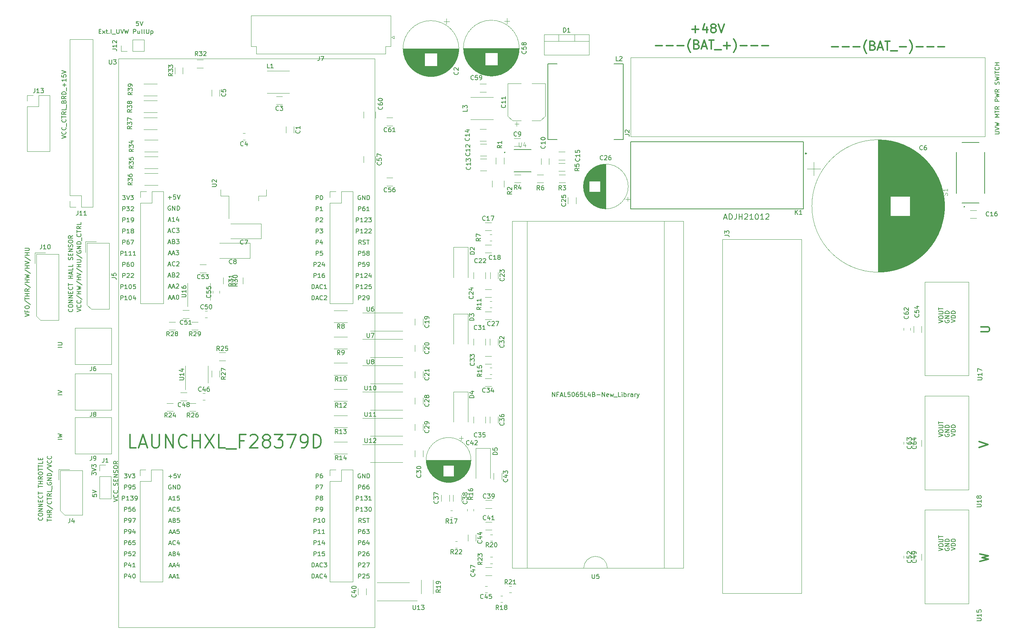
<source format=gbr>
%TF.GenerationSoftware,KiCad,Pcbnew,(5.1.8)-1*%
%TF.CreationDate,2021-03-22T22:31:27+09:00*%
%TF.ProjectId,inverter_IPM,696e7665-7274-4657-925f-49504d2e6b69,rev?*%
%TF.SameCoordinates,Original*%
%TF.FileFunction,Legend,Top*%
%TF.FilePolarity,Positive*%
%FSLAX46Y46*%
G04 Gerber Fmt 4.6, Leading zero omitted, Abs format (unit mm)*
G04 Created by KiCad (PCBNEW (5.1.8)-1) date 2021-03-22 22:31:27*
%MOMM*%
%LPD*%
G01*
G04 APERTURE LIST*
%ADD10C,0.150000*%
%ADD11C,0.300000*%
%ADD12C,0.120000*%
%ADD13C,0.200000*%
%ADD14C,0.127000*%
%ADD15C,0.250000*%
%ADD16C,0.015000*%
G04 APERTURE END LIST*
D10*
X235037380Y-41797857D02*
X235846904Y-41797857D01*
X235942142Y-41750238D01*
X235989761Y-41702619D01*
X236037380Y-41607380D01*
X236037380Y-41416904D01*
X235989761Y-41321666D01*
X235942142Y-41274047D01*
X235846904Y-41226428D01*
X235037380Y-41226428D01*
X235037380Y-40893095D02*
X236037380Y-40559761D01*
X235037380Y-40226428D01*
X235037380Y-39988333D02*
X236037380Y-39750238D01*
X235323095Y-39559761D01*
X236037380Y-39369285D01*
X235037380Y-39131190D01*
X236037380Y-37988333D02*
X235037380Y-37988333D01*
X235751666Y-37655000D01*
X235037380Y-37321666D01*
X236037380Y-37321666D01*
X235037380Y-36988333D02*
X235037380Y-36416904D01*
X236037380Y-36702619D02*
X235037380Y-36702619D01*
X236037380Y-35512142D02*
X235561190Y-35845476D01*
X236037380Y-36083571D02*
X235037380Y-36083571D01*
X235037380Y-35702619D01*
X235085000Y-35607380D01*
X235132619Y-35559761D01*
X235227857Y-35512142D01*
X235370714Y-35512142D01*
X235465952Y-35559761D01*
X235513571Y-35607380D01*
X235561190Y-35702619D01*
X235561190Y-36083571D01*
X236037380Y-34321666D02*
X235037380Y-34321666D01*
X235037380Y-33940714D01*
X235085000Y-33845476D01*
X235132619Y-33797857D01*
X235227857Y-33750238D01*
X235370714Y-33750238D01*
X235465952Y-33797857D01*
X235513571Y-33845476D01*
X235561190Y-33940714D01*
X235561190Y-34321666D01*
X235037380Y-33416904D02*
X236037380Y-33178809D01*
X235323095Y-32988333D01*
X236037380Y-32797857D01*
X235037380Y-32559761D01*
X236037380Y-31607380D02*
X235561190Y-31940714D01*
X236037380Y-32178809D02*
X235037380Y-32178809D01*
X235037380Y-31797857D01*
X235085000Y-31702619D01*
X235132619Y-31655000D01*
X235227857Y-31607380D01*
X235370714Y-31607380D01*
X235465952Y-31655000D01*
X235513571Y-31702619D01*
X235561190Y-31797857D01*
X235561190Y-32178809D01*
X235989761Y-30464523D02*
X236037380Y-30321666D01*
X236037380Y-30083571D01*
X235989761Y-29988333D01*
X235942142Y-29940714D01*
X235846904Y-29893095D01*
X235751666Y-29893095D01*
X235656428Y-29940714D01*
X235608809Y-29988333D01*
X235561190Y-30083571D01*
X235513571Y-30274047D01*
X235465952Y-30369285D01*
X235418333Y-30416904D01*
X235323095Y-30464523D01*
X235227857Y-30464523D01*
X235132619Y-30416904D01*
X235085000Y-30369285D01*
X235037380Y-30274047D01*
X235037380Y-30035952D01*
X235085000Y-29893095D01*
X235037380Y-29559761D02*
X236037380Y-29321666D01*
X235323095Y-29131190D01*
X236037380Y-28940714D01*
X235037380Y-28702619D01*
X236037380Y-28321666D02*
X235037380Y-28321666D01*
X235037380Y-27988333D02*
X235037380Y-27416904D01*
X236037380Y-27702619D02*
X235037380Y-27702619D01*
X235942142Y-26512142D02*
X235989761Y-26559761D01*
X236037380Y-26702619D01*
X236037380Y-26797857D01*
X235989761Y-26940714D01*
X235894523Y-27035952D01*
X235799285Y-27083571D01*
X235608809Y-27131190D01*
X235465952Y-27131190D01*
X235275476Y-27083571D01*
X235180238Y-27035952D01*
X235085000Y-26940714D01*
X235037380Y-26797857D01*
X235037380Y-26702619D01*
X235085000Y-26559761D01*
X235132619Y-26512142D01*
X236037380Y-26083571D02*
X235037380Y-26083571D01*
X235513571Y-26083571D02*
X235513571Y-25512142D01*
X236037380Y-25512142D02*
X235037380Y-25512142D01*
D11*
X166021190Y-17922857D02*
X167545000Y-17922857D01*
X166783095Y-18684761D02*
X166783095Y-17160952D01*
X169354523Y-17351428D02*
X169354523Y-18684761D01*
X168878333Y-16589523D02*
X168402142Y-18018095D01*
X169640238Y-18018095D01*
X170687857Y-17541904D02*
X170497380Y-17446666D01*
X170402142Y-17351428D01*
X170306904Y-17160952D01*
X170306904Y-17065714D01*
X170402142Y-16875238D01*
X170497380Y-16780000D01*
X170687857Y-16684761D01*
X171068809Y-16684761D01*
X171259285Y-16780000D01*
X171354523Y-16875238D01*
X171449761Y-17065714D01*
X171449761Y-17160952D01*
X171354523Y-17351428D01*
X171259285Y-17446666D01*
X171068809Y-17541904D01*
X170687857Y-17541904D01*
X170497380Y-17637142D01*
X170402142Y-17732380D01*
X170306904Y-17922857D01*
X170306904Y-18303809D01*
X170402142Y-18494285D01*
X170497380Y-18589523D01*
X170687857Y-18684761D01*
X171068809Y-18684761D01*
X171259285Y-18589523D01*
X171354523Y-18494285D01*
X171449761Y-18303809D01*
X171449761Y-17922857D01*
X171354523Y-17732380D01*
X171259285Y-17637142D01*
X171068809Y-17541904D01*
X172021190Y-16684761D02*
X172687857Y-18684761D01*
X173354523Y-16684761D01*
D10*
X34123380Y-125697666D02*
X35123380Y-125364333D01*
X34123380Y-125031000D01*
X35028142Y-124126238D02*
X35075761Y-124173857D01*
X35123380Y-124316714D01*
X35123380Y-124411952D01*
X35075761Y-124554809D01*
X34980523Y-124650047D01*
X34885285Y-124697666D01*
X34694809Y-124745285D01*
X34551952Y-124745285D01*
X34361476Y-124697666D01*
X34266238Y-124650047D01*
X34171000Y-124554809D01*
X34123380Y-124411952D01*
X34123380Y-124316714D01*
X34171000Y-124173857D01*
X34218619Y-124126238D01*
X35028142Y-123126238D02*
X35075761Y-123173857D01*
X35123380Y-123316714D01*
X35123380Y-123411952D01*
X35075761Y-123554809D01*
X34980523Y-123650047D01*
X34885285Y-123697666D01*
X34694809Y-123745285D01*
X34551952Y-123745285D01*
X34361476Y-123697666D01*
X34266238Y-123650047D01*
X34171000Y-123554809D01*
X34123380Y-123411952D01*
X34123380Y-123316714D01*
X34171000Y-123173857D01*
X34218619Y-123126238D01*
X35218619Y-122935761D02*
X35218619Y-122173857D01*
X35075761Y-121983380D02*
X35123380Y-121840523D01*
X35123380Y-121602428D01*
X35075761Y-121507190D01*
X35028142Y-121459571D01*
X34932904Y-121411952D01*
X34837666Y-121411952D01*
X34742428Y-121459571D01*
X34694809Y-121507190D01*
X34647190Y-121602428D01*
X34599571Y-121792904D01*
X34551952Y-121888142D01*
X34504333Y-121935761D01*
X34409095Y-121983380D01*
X34313857Y-121983380D01*
X34218619Y-121935761D01*
X34171000Y-121888142D01*
X34123380Y-121792904D01*
X34123380Y-121554809D01*
X34171000Y-121411952D01*
X34599571Y-120983380D02*
X34599571Y-120650047D01*
X35123380Y-120507190D02*
X35123380Y-120983380D01*
X34123380Y-120983380D01*
X34123380Y-120507190D01*
X35123380Y-120078619D02*
X34123380Y-120078619D01*
X35123380Y-119507190D01*
X34123380Y-119507190D01*
X35075761Y-119078619D02*
X35123380Y-118935761D01*
X35123380Y-118697666D01*
X35075761Y-118602428D01*
X35028142Y-118554809D01*
X34932904Y-118507190D01*
X34837666Y-118507190D01*
X34742428Y-118554809D01*
X34694809Y-118602428D01*
X34647190Y-118697666D01*
X34599571Y-118888142D01*
X34551952Y-118983380D01*
X34504333Y-119031000D01*
X34409095Y-119078619D01*
X34313857Y-119078619D01*
X34218619Y-119031000D01*
X34171000Y-118983380D01*
X34123380Y-118888142D01*
X34123380Y-118650047D01*
X34171000Y-118507190D01*
X34123380Y-117888142D02*
X34123380Y-117697666D01*
X34171000Y-117602428D01*
X34266238Y-117507190D01*
X34456714Y-117459571D01*
X34790047Y-117459571D01*
X34980523Y-117507190D01*
X35075761Y-117602428D01*
X35123380Y-117697666D01*
X35123380Y-117888142D01*
X35075761Y-117983380D01*
X34980523Y-118078619D01*
X34790047Y-118126238D01*
X34456714Y-118126238D01*
X34266238Y-118078619D01*
X34171000Y-117983380D01*
X34123380Y-117888142D01*
X35123380Y-116459571D02*
X34647190Y-116792904D01*
X35123380Y-117031000D02*
X34123380Y-117031000D01*
X34123380Y-116650047D01*
X34171000Y-116554809D01*
X34218619Y-116507190D01*
X34313857Y-116459571D01*
X34456714Y-116459571D01*
X34551952Y-116507190D01*
X34599571Y-116554809D01*
X34647190Y-116650047D01*
X34647190Y-117031000D01*
X29297380Y-124015476D02*
X29297380Y-124491666D01*
X29773571Y-124539285D01*
X29725952Y-124491666D01*
X29678333Y-124396428D01*
X29678333Y-124158333D01*
X29725952Y-124063095D01*
X29773571Y-124015476D01*
X29868809Y-123967857D01*
X30106904Y-123967857D01*
X30202142Y-124015476D01*
X30249761Y-124063095D01*
X30297380Y-124158333D01*
X30297380Y-124396428D01*
X30249761Y-124491666D01*
X30202142Y-124539285D01*
X29297380Y-123682142D02*
X30297380Y-123348809D01*
X29297380Y-123015476D01*
X29170380Y-119602095D02*
X29170380Y-118983047D01*
X29551333Y-119316380D01*
X29551333Y-119173523D01*
X29598952Y-119078285D01*
X29646571Y-119030666D01*
X29741809Y-118983047D01*
X29979904Y-118983047D01*
X30075142Y-119030666D01*
X30122761Y-119078285D01*
X30170380Y-119173523D01*
X30170380Y-119459238D01*
X30122761Y-119554476D01*
X30075142Y-119602095D01*
X29170380Y-118697333D02*
X30170380Y-118364000D01*
X29170380Y-118030666D01*
X29170380Y-117792571D02*
X29170380Y-117173523D01*
X29551333Y-117506857D01*
X29551333Y-117364000D01*
X29598952Y-117268761D01*
X29646571Y-117221142D01*
X29741809Y-117173523D01*
X29979904Y-117173523D01*
X30075142Y-117221142D01*
X30122761Y-117268761D01*
X30170380Y-117364000D01*
X30170380Y-117649714D01*
X30122761Y-117744952D01*
X30075142Y-117792571D01*
D11*
X231568761Y-139287142D02*
X233568761Y-138810952D01*
X232140190Y-138430000D01*
X233568761Y-138049047D01*
X231568761Y-137572857D01*
X231441761Y-113315666D02*
X233441761Y-112649000D01*
X231441761Y-111982333D01*
X231822761Y-86931428D02*
X233441809Y-86931428D01*
X233632285Y-86836190D01*
X233727523Y-86740952D01*
X233822761Y-86550476D01*
X233822761Y-86169523D01*
X233727523Y-85979047D01*
X233632285Y-85883809D01*
X233441809Y-85788571D01*
X231822761Y-85788571D01*
X197788238Y-21859857D02*
X199312047Y-21859857D01*
X200264428Y-21859857D02*
X201788238Y-21859857D01*
X202740619Y-21859857D02*
X204264428Y-21859857D01*
X205788238Y-23383666D02*
X205693000Y-23288428D01*
X205502523Y-23002714D01*
X205407285Y-22812238D01*
X205312047Y-22526523D01*
X205216809Y-22050333D01*
X205216809Y-21669380D01*
X205312047Y-21193190D01*
X205407285Y-20907476D01*
X205502523Y-20717000D01*
X205693000Y-20431285D01*
X205788238Y-20336047D01*
X207216809Y-21574142D02*
X207502523Y-21669380D01*
X207597761Y-21764619D01*
X207693000Y-21955095D01*
X207693000Y-22240809D01*
X207597761Y-22431285D01*
X207502523Y-22526523D01*
X207312047Y-22621761D01*
X206550142Y-22621761D01*
X206550142Y-20621761D01*
X207216809Y-20621761D01*
X207407285Y-20717000D01*
X207502523Y-20812238D01*
X207597761Y-21002714D01*
X207597761Y-21193190D01*
X207502523Y-21383666D01*
X207407285Y-21478904D01*
X207216809Y-21574142D01*
X206550142Y-21574142D01*
X208454904Y-22050333D02*
X209407285Y-22050333D01*
X208264428Y-22621761D02*
X208931095Y-20621761D01*
X209597761Y-22621761D01*
X209978714Y-20621761D02*
X211121571Y-20621761D01*
X210550142Y-22621761D02*
X210550142Y-20621761D01*
X211312047Y-22812238D02*
X212835857Y-22812238D01*
X213312047Y-21859857D02*
X214835857Y-21859857D01*
X215597761Y-23383666D02*
X215693000Y-23288428D01*
X215883476Y-23002714D01*
X215978714Y-22812238D01*
X216073952Y-22526523D01*
X216169190Y-22050333D01*
X216169190Y-21669380D01*
X216073952Y-21193190D01*
X215978714Y-20907476D01*
X215883476Y-20717000D01*
X215693000Y-20431285D01*
X215597761Y-20336047D01*
X217121571Y-21859857D02*
X218645380Y-21859857D01*
X219597761Y-21859857D02*
X221121571Y-21859857D01*
X222073952Y-21859857D02*
X223597761Y-21859857D01*
X157656238Y-21605857D02*
X159180047Y-21605857D01*
X160132428Y-21605857D02*
X161656238Y-21605857D01*
X162608619Y-21605857D02*
X164132428Y-21605857D01*
X165656238Y-23129666D02*
X165561000Y-23034428D01*
X165370523Y-22748714D01*
X165275285Y-22558238D01*
X165180047Y-22272523D01*
X165084809Y-21796333D01*
X165084809Y-21415380D01*
X165180047Y-20939190D01*
X165275285Y-20653476D01*
X165370523Y-20463000D01*
X165561000Y-20177285D01*
X165656238Y-20082047D01*
X167084809Y-21320142D02*
X167370523Y-21415380D01*
X167465761Y-21510619D01*
X167561000Y-21701095D01*
X167561000Y-21986809D01*
X167465761Y-22177285D01*
X167370523Y-22272523D01*
X167180047Y-22367761D01*
X166418142Y-22367761D01*
X166418142Y-20367761D01*
X167084809Y-20367761D01*
X167275285Y-20463000D01*
X167370523Y-20558238D01*
X167465761Y-20748714D01*
X167465761Y-20939190D01*
X167370523Y-21129666D01*
X167275285Y-21224904D01*
X167084809Y-21320142D01*
X166418142Y-21320142D01*
X168322904Y-21796333D02*
X169275285Y-21796333D01*
X168132428Y-22367761D02*
X168799095Y-20367761D01*
X169465761Y-22367761D01*
X169846714Y-20367761D02*
X170989571Y-20367761D01*
X170418142Y-22367761D02*
X170418142Y-20367761D01*
X171180047Y-22558238D02*
X172703857Y-22558238D01*
X173180047Y-21605857D02*
X174703857Y-21605857D01*
X173941952Y-22367761D02*
X173941952Y-20843952D01*
X175465761Y-23129666D02*
X175561000Y-23034428D01*
X175751476Y-22748714D01*
X175846714Y-22558238D01*
X175941952Y-22272523D01*
X176037190Y-21796333D01*
X176037190Y-21415380D01*
X175941952Y-20939190D01*
X175846714Y-20653476D01*
X175751476Y-20463000D01*
X175561000Y-20177285D01*
X175465761Y-20082047D01*
X176989571Y-21605857D02*
X178513380Y-21605857D01*
X179465761Y-21605857D02*
X180989571Y-21605857D01*
X181941952Y-21605857D02*
X183465761Y-21605857D01*
D10*
X24741142Y-81731428D02*
X24788761Y-81779047D01*
X24836380Y-81921904D01*
X24836380Y-82017142D01*
X24788761Y-82160000D01*
X24693523Y-82255238D01*
X24598285Y-82302857D01*
X24407809Y-82350476D01*
X24264952Y-82350476D01*
X24074476Y-82302857D01*
X23979238Y-82255238D01*
X23884000Y-82160000D01*
X23836380Y-82017142D01*
X23836380Y-81921904D01*
X23884000Y-81779047D01*
X23931619Y-81731428D01*
X23836380Y-81112380D02*
X23836380Y-80921904D01*
X23884000Y-80826666D01*
X23979238Y-80731428D01*
X24169714Y-80683809D01*
X24503047Y-80683809D01*
X24693523Y-80731428D01*
X24788761Y-80826666D01*
X24836380Y-80921904D01*
X24836380Y-81112380D01*
X24788761Y-81207619D01*
X24693523Y-81302857D01*
X24503047Y-81350476D01*
X24169714Y-81350476D01*
X23979238Y-81302857D01*
X23884000Y-81207619D01*
X23836380Y-81112380D01*
X24836380Y-80255238D02*
X23836380Y-80255238D01*
X24836380Y-79683809D01*
X23836380Y-79683809D01*
X24836380Y-79207619D02*
X23836380Y-79207619D01*
X24836380Y-78636190D01*
X23836380Y-78636190D01*
X24312571Y-78160000D02*
X24312571Y-77826666D01*
X24836380Y-77683809D02*
X24836380Y-78160000D01*
X23836380Y-78160000D01*
X23836380Y-77683809D01*
X24741142Y-76683809D02*
X24788761Y-76731428D01*
X24836380Y-76874285D01*
X24836380Y-76969523D01*
X24788761Y-77112380D01*
X24693523Y-77207619D01*
X24598285Y-77255238D01*
X24407809Y-77302857D01*
X24264952Y-77302857D01*
X24074476Y-77255238D01*
X23979238Y-77207619D01*
X23884000Y-77112380D01*
X23836380Y-76969523D01*
X23836380Y-76874285D01*
X23884000Y-76731428D01*
X23931619Y-76683809D01*
X23836380Y-76398095D02*
X23836380Y-75826666D01*
X24836380Y-76112380D02*
X23836380Y-76112380D01*
X24836380Y-74731428D02*
X23836380Y-74731428D01*
X24312571Y-74731428D02*
X24312571Y-74160000D01*
X24836380Y-74160000D02*
X23836380Y-74160000D01*
X24550666Y-73731428D02*
X24550666Y-73255238D01*
X24836380Y-73826666D02*
X23836380Y-73493333D01*
X24836380Y-73160000D01*
X24836380Y-72350476D02*
X24836380Y-72826666D01*
X23836380Y-72826666D01*
X24836380Y-71540952D02*
X24836380Y-72017142D01*
X23836380Y-72017142D01*
X24788761Y-70493333D02*
X24836380Y-70350476D01*
X24836380Y-70112380D01*
X24788761Y-70017142D01*
X24741142Y-69969523D01*
X24645904Y-69921904D01*
X24550666Y-69921904D01*
X24455428Y-69969523D01*
X24407809Y-70017142D01*
X24360190Y-70112380D01*
X24312571Y-70302857D01*
X24264952Y-70398095D01*
X24217333Y-70445714D01*
X24122095Y-70493333D01*
X24026857Y-70493333D01*
X23931619Y-70445714D01*
X23884000Y-70398095D01*
X23836380Y-70302857D01*
X23836380Y-70064761D01*
X23884000Y-69921904D01*
X24312571Y-69493333D02*
X24312571Y-69160000D01*
X24836380Y-69017142D02*
X24836380Y-69493333D01*
X23836380Y-69493333D01*
X23836380Y-69017142D01*
X24836380Y-68588571D02*
X23836380Y-68588571D01*
X24836380Y-68017142D01*
X23836380Y-68017142D01*
X24788761Y-67588571D02*
X24836380Y-67445714D01*
X24836380Y-67207619D01*
X24788761Y-67112380D01*
X24741142Y-67064761D01*
X24645904Y-67017142D01*
X24550666Y-67017142D01*
X24455428Y-67064761D01*
X24407809Y-67112380D01*
X24360190Y-67207619D01*
X24312571Y-67398095D01*
X24264952Y-67493333D01*
X24217333Y-67540952D01*
X24122095Y-67588571D01*
X24026857Y-67588571D01*
X23931619Y-67540952D01*
X23884000Y-67493333D01*
X23836380Y-67398095D01*
X23836380Y-67160000D01*
X23884000Y-67017142D01*
X23836380Y-66398095D02*
X23836380Y-66207619D01*
X23884000Y-66112380D01*
X23979238Y-66017142D01*
X24169714Y-65969523D01*
X24503047Y-65969523D01*
X24693523Y-66017142D01*
X24788761Y-66112380D01*
X24836380Y-66207619D01*
X24836380Y-66398095D01*
X24788761Y-66493333D01*
X24693523Y-66588571D01*
X24503047Y-66636190D01*
X24169714Y-66636190D01*
X23979238Y-66588571D01*
X23884000Y-66493333D01*
X23836380Y-66398095D01*
X24836380Y-64969523D02*
X24360190Y-65302857D01*
X24836380Y-65540952D02*
X23836380Y-65540952D01*
X23836380Y-65160000D01*
X23884000Y-65064761D01*
X23931619Y-65017142D01*
X24026857Y-64969523D01*
X24169714Y-64969523D01*
X24264952Y-65017142D01*
X24312571Y-65064761D01*
X24360190Y-65160000D01*
X24360190Y-65540952D01*
X17883142Y-129332809D02*
X17930761Y-129380428D01*
X17978380Y-129523285D01*
X17978380Y-129618523D01*
X17930761Y-129761380D01*
X17835523Y-129856619D01*
X17740285Y-129904238D01*
X17549809Y-129951857D01*
X17406952Y-129951857D01*
X17216476Y-129904238D01*
X17121238Y-129856619D01*
X17026000Y-129761380D01*
X16978380Y-129618523D01*
X16978380Y-129523285D01*
X17026000Y-129380428D01*
X17073619Y-129332809D01*
X16978380Y-128713761D02*
X16978380Y-128523285D01*
X17026000Y-128428047D01*
X17121238Y-128332809D01*
X17311714Y-128285190D01*
X17645047Y-128285190D01*
X17835523Y-128332809D01*
X17930761Y-128428047D01*
X17978380Y-128523285D01*
X17978380Y-128713761D01*
X17930761Y-128809000D01*
X17835523Y-128904238D01*
X17645047Y-128951857D01*
X17311714Y-128951857D01*
X17121238Y-128904238D01*
X17026000Y-128809000D01*
X16978380Y-128713761D01*
X17978380Y-127856619D02*
X16978380Y-127856619D01*
X17978380Y-127285190D01*
X16978380Y-127285190D01*
X17978380Y-126809000D02*
X16978380Y-126809000D01*
X17978380Y-126237571D01*
X16978380Y-126237571D01*
X17454571Y-125761380D02*
X17454571Y-125428047D01*
X17978380Y-125285190D02*
X17978380Y-125761380D01*
X16978380Y-125761380D01*
X16978380Y-125285190D01*
X17883142Y-124285190D02*
X17930761Y-124332809D01*
X17978380Y-124475666D01*
X17978380Y-124570904D01*
X17930761Y-124713761D01*
X17835523Y-124809000D01*
X17740285Y-124856619D01*
X17549809Y-124904238D01*
X17406952Y-124904238D01*
X17216476Y-124856619D01*
X17121238Y-124809000D01*
X17026000Y-124713761D01*
X16978380Y-124570904D01*
X16978380Y-124475666D01*
X17026000Y-124332809D01*
X17073619Y-124285190D01*
X16978380Y-123999476D02*
X16978380Y-123428047D01*
X17978380Y-123713761D02*
X16978380Y-123713761D01*
X16978380Y-122475666D02*
X16978380Y-121904238D01*
X17978380Y-122189952D02*
X16978380Y-122189952D01*
X17978380Y-121570904D02*
X16978380Y-121570904D01*
X17454571Y-121570904D02*
X17454571Y-120999476D01*
X17978380Y-120999476D02*
X16978380Y-120999476D01*
X17978380Y-119951857D02*
X17502190Y-120285190D01*
X17978380Y-120523285D02*
X16978380Y-120523285D01*
X16978380Y-120142333D01*
X17026000Y-120047095D01*
X17073619Y-119999476D01*
X17168857Y-119951857D01*
X17311714Y-119951857D01*
X17406952Y-119999476D01*
X17454571Y-120047095D01*
X17502190Y-120142333D01*
X17502190Y-120523285D01*
X16978380Y-119332809D02*
X16978380Y-119142333D01*
X17026000Y-119047095D01*
X17121238Y-118951857D01*
X17311714Y-118904238D01*
X17645047Y-118904238D01*
X17835523Y-118951857D01*
X17930761Y-119047095D01*
X17978380Y-119142333D01*
X17978380Y-119332809D01*
X17930761Y-119428047D01*
X17835523Y-119523285D01*
X17645047Y-119570904D01*
X17311714Y-119570904D01*
X17121238Y-119523285D01*
X17026000Y-119428047D01*
X16978380Y-119332809D01*
X16978380Y-118618523D02*
X16978380Y-118047095D01*
X17978380Y-118332809D02*
X16978380Y-118332809D01*
X16978380Y-117856619D02*
X16978380Y-117285190D01*
X17978380Y-117570904D02*
X16978380Y-117570904D01*
X17978380Y-116475666D02*
X17978380Y-116951857D01*
X16978380Y-116951857D01*
X17454571Y-116142333D02*
X17454571Y-115809000D01*
X17978380Y-115666142D02*
X17978380Y-116142333D01*
X16978380Y-116142333D01*
X16978380Y-115666142D01*
X19010380Y-130158190D02*
X19010380Y-129586761D01*
X20010380Y-129872476D02*
X19010380Y-129872476D01*
X20010380Y-129253428D02*
X19010380Y-129253428D01*
X19486571Y-129253428D02*
X19486571Y-128682000D01*
X20010380Y-128682000D02*
X19010380Y-128682000D01*
X20010380Y-127634380D02*
X19534190Y-127967714D01*
X20010380Y-128205809D02*
X19010380Y-128205809D01*
X19010380Y-127824857D01*
X19058000Y-127729619D01*
X19105619Y-127682000D01*
X19200857Y-127634380D01*
X19343714Y-127634380D01*
X19438952Y-127682000D01*
X19486571Y-127729619D01*
X19534190Y-127824857D01*
X19534190Y-128205809D01*
X18962761Y-126491523D02*
X20248476Y-127348666D01*
X19915142Y-125586761D02*
X19962761Y-125634380D01*
X20010380Y-125777238D01*
X20010380Y-125872476D01*
X19962761Y-126015333D01*
X19867523Y-126110571D01*
X19772285Y-126158190D01*
X19581809Y-126205809D01*
X19438952Y-126205809D01*
X19248476Y-126158190D01*
X19153238Y-126110571D01*
X19058000Y-126015333D01*
X19010380Y-125872476D01*
X19010380Y-125777238D01*
X19058000Y-125634380D01*
X19105619Y-125586761D01*
X19010380Y-125301047D02*
X19010380Y-124729619D01*
X20010380Y-125015333D02*
X19010380Y-125015333D01*
X20010380Y-123824857D02*
X19534190Y-124158190D01*
X20010380Y-124396285D02*
X19010380Y-124396285D01*
X19010380Y-124015333D01*
X19058000Y-123920095D01*
X19105619Y-123872476D01*
X19200857Y-123824857D01*
X19343714Y-123824857D01*
X19438952Y-123872476D01*
X19486571Y-123920095D01*
X19534190Y-124015333D01*
X19534190Y-124396285D01*
X20010380Y-122920095D02*
X20010380Y-123396285D01*
X19010380Y-123396285D01*
X20105619Y-122824857D02*
X20105619Y-122062952D01*
X19058000Y-121301047D02*
X19010380Y-121396285D01*
X19010380Y-121539142D01*
X19058000Y-121682000D01*
X19153238Y-121777238D01*
X19248476Y-121824857D01*
X19438952Y-121872476D01*
X19581809Y-121872476D01*
X19772285Y-121824857D01*
X19867523Y-121777238D01*
X19962761Y-121682000D01*
X20010380Y-121539142D01*
X20010380Y-121443904D01*
X19962761Y-121301047D01*
X19915142Y-121253428D01*
X19581809Y-121253428D01*
X19581809Y-121443904D01*
X20010380Y-120824857D02*
X19010380Y-120824857D01*
X20010380Y-120253428D01*
X19010380Y-120253428D01*
X20010380Y-119777238D02*
X19010380Y-119777238D01*
X19010380Y-119539142D01*
X19058000Y-119396285D01*
X19153238Y-119301047D01*
X19248476Y-119253428D01*
X19438952Y-119205809D01*
X19581809Y-119205809D01*
X19772285Y-119253428D01*
X19867523Y-119301047D01*
X19962761Y-119396285D01*
X20010380Y-119539142D01*
X20010380Y-119777238D01*
X18962761Y-118062952D02*
X20248476Y-118920095D01*
X19010380Y-117872476D02*
X20010380Y-117539142D01*
X19010380Y-117205809D01*
X19915142Y-116301047D02*
X19962761Y-116348666D01*
X20010380Y-116491523D01*
X20010380Y-116586761D01*
X19962761Y-116729619D01*
X19867523Y-116824857D01*
X19772285Y-116872476D01*
X19581809Y-116920095D01*
X19438952Y-116920095D01*
X19248476Y-116872476D01*
X19153238Y-116824857D01*
X19058000Y-116729619D01*
X19010380Y-116586761D01*
X19010380Y-116491523D01*
X19058000Y-116348666D01*
X19105619Y-116301047D01*
X19915142Y-115301047D02*
X19962761Y-115348666D01*
X20010380Y-115491523D01*
X20010380Y-115586761D01*
X19962761Y-115729619D01*
X19867523Y-115824857D01*
X19772285Y-115872476D01*
X19581809Y-115920095D01*
X19438952Y-115920095D01*
X19248476Y-115872476D01*
X19153238Y-115824857D01*
X19058000Y-115729619D01*
X19010380Y-115586761D01*
X19010380Y-115491523D01*
X19058000Y-115348666D01*
X19105619Y-115301047D01*
X22423380Y-111442428D02*
X21423380Y-111442428D01*
X21423380Y-111061476D02*
X22423380Y-110823380D01*
X21709095Y-110632904D01*
X22423380Y-110442428D01*
X21423380Y-110204333D01*
X22423380Y-101266571D02*
X21423380Y-101266571D01*
X21423380Y-100933238D02*
X22423380Y-100599904D01*
X21423380Y-100266571D01*
X22423380Y-90439809D02*
X21423380Y-90439809D01*
X21423380Y-89963619D02*
X22232904Y-89963619D01*
X22328142Y-89916000D01*
X22375761Y-89868380D01*
X22423380Y-89773142D01*
X22423380Y-89582666D01*
X22375761Y-89487428D01*
X22328142Y-89439809D01*
X22232904Y-89392190D01*
X21423380Y-89392190D01*
X13930380Y-83445952D02*
X14930380Y-83112619D01*
X13930380Y-82779285D01*
X14406571Y-82112619D02*
X14406571Y-82445952D01*
X14930380Y-82445952D02*
X13930380Y-82445952D01*
X13930380Y-81969761D01*
X13930380Y-81398333D02*
X13930380Y-81207857D01*
X13978000Y-81112619D01*
X14073238Y-81017380D01*
X14263714Y-80969761D01*
X14597047Y-80969761D01*
X14787523Y-81017380D01*
X14882761Y-81112619D01*
X14930380Y-81207857D01*
X14930380Y-81398333D01*
X14882761Y-81493571D01*
X14787523Y-81588809D01*
X14597047Y-81636428D01*
X14263714Y-81636428D01*
X14073238Y-81588809D01*
X13978000Y-81493571D01*
X13930380Y-81398333D01*
X13882761Y-79826904D02*
X15168476Y-80684047D01*
X13930380Y-79636428D02*
X13930380Y-79065000D01*
X14930380Y-79350714D02*
X13930380Y-79350714D01*
X14930380Y-78731666D02*
X13930380Y-78731666D01*
X14406571Y-78731666D02*
X14406571Y-78160238D01*
X14930380Y-78160238D02*
X13930380Y-78160238D01*
X14930380Y-77112619D02*
X14454190Y-77445952D01*
X14930380Y-77684047D02*
X13930380Y-77684047D01*
X13930380Y-77303095D01*
X13978000Y-77207857D01*
X14025619Y-77160238D01*
X14120857Y-77112619D01*
X14263714Y-77112619D01*
X14358952Y-77160238D01*
X14406571Y-77207857D01*
X14454190Y-77303095D01*
X14454190Y-77684047D01*
X13882761Y-75969761D02*
X15168476Y-76826904D01*
X14930380Y-75636428D02*
X13930380Y-75636428D01*
X14406571Y-75636428D02*
X14406571Y-75065000D01*
X14930380Y-75065000D02*
X13930380Y-75065000D01*
X13930380Y-74684047D02*
X14930380Y-74445952D01*
X14216095Y-74255476D01*
X14930380Y-74065000D01*
X13930380Y-73826904D01*
X13882761Y-72731666D02*
X15168476Y-73588809D01*
X14930380Y-72398333D02*
X13930380Y-72398333D01*
X14406571Y-72398333D02*
X14406571Y-71826904D01*
X14930380Y-71826904D02*
X13930380Y-71826904D01*
X13930380Y-71493571D02*
X14930380Y-71160238D01*
X13930380Y-70826904D01*
X13882761Y-69779285D02*
X15168476Y-70636428D01*
X14930380Y-69445952D02*
X13930380Y-69445952D01*
X14406571Y-69445952D02*
X14406571Y-68874523D01*
X14930380Y-68874523D02*
X13930380Y-68874523D01*
X13930380Y-68398333D02*
X14739904Y-68398333D01*
X14835142Y-68350714D01*
X14882761Y-68303095D01*
X14930380Y-68207857D01*
X14930380Y-68017380D01*
X14882761Y-67922142D01*
X14835142Y-67874523D01*
X14739904Y-67826904D01*
X13930380Y-67826904D01*
X25741380Y-82350285D02*
X26741380Y-82016952D01*
X25741380Y-81683619D01*
X26646142Y-80778857D02*
X26693761Y-80826476D01*
X26741380Y-80969333D01*
X26741380Y-81064571D01*
X26693761Y-81207428D01*
X26598523Y-81302666D01*
X26503285Y-81350285D01*
X26312809Y-81397904D01*
X26169952Y-81397904D01*
X25979476Y-81350285D01*
X25884238Y-81302666D01*
X25789000Y-81207428D01*
X25741380Y-81064571D01*
X25741380Y-80969333D01*
X25789000Y-80826476D01*
X25836619Y-80778857D01*
X26646142Y-79778857D02*
X26693761Y-79826476D01*
X26741380Y-79969333D01*
X26741380Y-80064571D01*
X26693761Y-80207428D01*
X26598523Y-80302666D01*
X26503285Y-80350285D01*
X26312809Y-80397904D01*
X26169952Y-80397904D01*
X25979476Y-80350285D01*
X25884238Y-80302666D01*
X25789000Y-80207428D01*
X25741380Y-80064571D01*
X25741380Y-79969333D01*
X25789000Y-79826476D01*
X25836619Y-79778857D01*
X25693761Y-78636000D02*
X26979476Y-79493142D01*
X26741380Y-78302666D02*
X25741380Y-78302666D01*
X26217571Y-78302666D02*
X26217571Y-77731238D01*
X26741380Y-77731238D02*
X25741380Y-77731238D01*
X25741380Y-77350285D02*
X26741380Y-77112190D01*
X26027095Y-76921714D01*
X26741380Y-76731238D01*
X25741380Y-76493142D01*
X25693761Y-75397904D02*
X26979476Y-76255047D01*
X26741380Y-75064571D02*
X25741380Y-75064571D01*
X26217571Y-75064571D02*
X26217571Y-74493142D01*
X26741380Y-74493142D02*
X25741380Y-74493142D01*
X25741380Y-74159809D02*
X26741380Y-73826476D01*
X25741380Y-73493142D01*
X25693761Y-72445523D02*
X26979476Y-73302666D01*
X26741380Y-72112190D02*
X25741380Y-72112190D01*
X26217571Y-72112190D02*
X26217571Y-71540761D01*
X26741380Y-71540761D02*
X25741380Y-71540761D01*
X25741380Y-71064571D02*
X26550904Y-71064571D01*
X26646142Y-71016952D01*
X26693761Y-70969333D01*
X26741380Y-70874095D01*
X26741380Y-70683619D01*
X26693761Y-70588380D01*
X26646142Y-70540761D01*
X26550904Y-70493142D01*
X25741380Y-70493142D01*
X25693761Y-69302666D02*
X26979476Y-70159809D01*
X25789000Y-68445523D02*
X25741380Y-68540761D01*
X25741380Y-68683619D01*
X25789000Y-68826476D01*
X25884238Y-68921714D01*
X25979476Y-68969333D01*
X26169952Y-69016952D01*
X26312809Y-69016952D01*
X26503285Y-68969333D01*
X26598523Y-68921714D01*
X26693761Y-68826476D01*
X26741380Y-68683619D01*
X26741380Y-68588380D01*
X26693761Y-68445523D01*
X26646142Y-68397904D01*
X26312809Y-68397904D01*
X26312809Y-68588380D01*
X26741380Y-67969333D02*
X25741380Y-67969333D01*
X26741380Y-67397904D01*
X25741380Y-67397904D01*
X26741380Y-66921714D02*
X25741380Y-66921714D01*
X25741380Y-66683619D01*
X25789000Y-66540761D01*
X25884238Y-66445523D01*
X25979476Y-66397904D01*
X26169952Y-66350285D01*
X26312809Y-66350285D01*
X26503285Y-66397904D01*
X26598523Y-66445523D01*
X26693761Y-66540761D01*
X26741380Y-66683619D01*
X26741380Y-66921714D01*
X26836619Y-66159809D02*
X26836619Y-65397904D01*
X26646142Y-64588380D02*
X26693761Y-64636000D01*
X26741380Y-64778857D01*
X26741380Y-64874095D01*
X26693761Y-65016952D01*
X26598523Y-65112190D01*
X26503285Y-65159809D01*
X26312809Y-65207428D01*
X26169952Y-65207428D01*
X25979476Y-65159809D01*
X25884238Y-65112190D01*
X25789000Y-65016952D01*
X25741380Y-64874095D01*
X25741380Y-64778857D01*
X25789000Y-64636000D01*
X25836619Y-64588380D01*
X25741380Y-64302666D02*
X25741380Y-63731238D01*
X26741380Y-64016952D02*
X25741380Y-64016952D01*
X26741380Y-62826476D02*
X26265190Y-63159809D01*
X26741380Y-63397904D02*
X25741380Y-63397904D01*
X25741380Y-63016952D01*
X25789000Y-62921714D01*
X25836619Y-62874095D01*
X25931857Y-62826476D01*
X26074714Y-62826476D01*
X26169952Y-62874095D01*
X26217571Y-62921714D01*
X26265190Y-63016952D01*
X26265190Y-63397904D01*
X26741380Y-61921714D02*
X26741380Y-62397904D01*
X25741380Y-62397904D01*
X22312380Y-42813904D02*
X23312380Y-42480571D01*
X22312380Y-42147238D01*
X23217142Y-41242476D02*
X23264761Y-41290095D01*
X23312380Y-41432952D01*
X23312380Y-41528190D01*
X23264761Y-41671047D01*
X23169523Y-41766285D01*
X23074285Y-41813904D01*
X22883809Y-41861523D01*
X22740952Y-41861523D01*
X22550476Y-41813904D01*
X22455238Y-41766285D01*
X22360000Y-41671047D01*
X22312380Y-41528190D01*
X22312380Y-41432952D01*
X22360000Y-41290095D01*
X22407619Y-41242476D01*
X23217142Y-40242476D02*
X23264761Y-40290095D01*
X23312380Y-40432952D01*
X23312380Y-40528190D01*
X23264761Y-40671047D01*
X23169523Y-40766285D01*
X23074285Y-40813904D01*
X22883809Y-40861523D01*
X22740952Y-40861523D01*
X22550476Y-40813904D01*
X22455238Y-40766285D01*
X22360000Y-40671047D01*
X22312380Y-40528190D01*
X22312380Y-40432952D01*
X22360000Y-40290095D01*
X22407619Y-40242476D01*
X23407619Y-40052000D02*
X23407619Y-39290095D01*
X23217142Y-38480571D02*
X23264761Y-38528190D01*
X23312380Y-38671047D01*
X23312380Y-38766285D01*
X23264761Y-38909142D01*
X23169523Y-39004380D01*
X23074285Y-39052000D01*
X22883809Y-39099619D01*
X22740952Y-39099619D01*
X22550476Y-39052000D01*
X22455238Y-39004380D01*
X22360000Y-38909142D01*
X22312380Y-38766285D01*
X22312380Y-38671047D01*
X22360000Y-38528190D01*
X22407619Y-38480571D01*
X22312380Y-38194857D02*
X22312380Y-37623428D01*
X23312380Y-37909142D02*
X22312380Y-37909142D01*
X23312380Y-36718666D02*
X22836190Y-37052000D01*
X23312380Y-37290095D02*
X22312380Y-37290095D01*
X22312380Y-36909142D01*
X22360000Y-36813904D01*
X22407619Y-36766285D01*
X22502857Y-36718666D01*
X22645714Y-36718666D01*
X22740952Y-36766285D01*
X22788571Y-36813904D01*
X22836190Y-36909142D01*
X22836190Y-37290095D01*
X23312380Y-35813904D02*
X23312380Y-36290095D01*
X22312380Y-36290095D01*
X23407619Y-35718666D02*
X23407619Y-34956761D01*
X22788571Y-34385333D02*
X22836190Y-34242476D01*
X22883809Y-34194857D01*
X22979047Y-34147238D01*
X23121904Y-34147238D01*
X23217142Y-34194857D01*
X23264761Y-34242476D01*
X23312380Y-34337714D01*
X23312380Y-34718666D01*
X22312380Y-34718666D01*
X22312380Y-34385333D01*
X22360000Y-34290095D01*
X22407619Y-34242476D01*
X22502857Y-34194857D01*
X22598095Y-34194857D01*
X22693333Y-34242476D01*
X22740952Y-34290095D01*
X22788571Y-34385333D01*
X22788571Y-34718666D01*
X23312380Y-33147238D02*
X22836190Y-33480571D01*
X23312380Y-33718666D02*
X22312380Y-33718666D01*
X22312380Y-33337714D01*
X22360000Y-33242476D01*
X22407619Y-33194857D01*
X22502857Y-33147238D01*
X22645714Y-33147238D01*
X22740952Y-33194857D01*
X22788571Y-33242476D01*
X22836190Y-33337714D01*
X22836190Y-33718666D01*
X23312380Y-32718666D02*
X22312380Y-32718666D01*
X22312380Y-32480571D01*
X22360000Y-32337714D01*
X22455238Y-32242476D01*
X22550476Y-32194857D01*
X22740952Y-32147238D01*
X22883809Y-32147238D01*
X23074285Y-32194857D01*
X23169523Y-32242476D01*
X23264761Y-32337714D01*
X23312380Y-32480571D01*
X23312380Y-32718666D01*
X23407619Y-31956761D02*
X23407619Y-31194857D01*
X22931428Y-30956761D02*
X22931428Y-30194857D01*
X23312380Y-30575809D02*
X22550476Y-30575809D01*
X23312380Y-29194857D02*
X23312380Y-29766285D01*
X23312380Y-29480571D02*
X22312380Y-29480571D01*
X22455238Y-29575809D01*
X22550476Y-29671047D01*
X22598095Y-29766285D01*
X22312380Y-28290095D02*
X22312380Y-28766285D01*
X22788571Y-28813904D01*
X22740952Y-28766285D01*
X22693333Y-28671047D01*
X22693333Y-28432952D01*
X22740952Y-28337714D01*
X22788571Y-28290095D01*
X22883809Y-28242476D01*
X23121904Y-28242476D01*
X23217142Y-28290095D01*
X23264761Y-28337714D01*
X23312380Y-28432952D01*
X23312380Y-28671047D01*
X23264761Y-28766285D01*
X23217142Y-28813904D01*
X22312380Y-27956761D02*
X23312380Y-27623428D01*
X22312380Y-27290095D01*
X39814523Y-16089380D02*
X39338333Y-16089380D01*
X39290714Y-16565571D01*
X39338333Y-16517952D01*
X39433571Y-16470333D01*
X39671666Y-16470333D01*
X39766904Y-16517952D01*
X39814523Y-16565571D01*
X39862142Y-16660809D01*
X39862142Y-16898904D01*
X39814523Y-16994142D01*
X39766904Y-17041761D01*
X39671666Y-17089380D01*
X39433571Y-17089380D01*
X39338333Y-17041761D01*
X39290714Y-16994142D01*
X40147857Y-16089380D02*
X40481190Y-17089380D01*
X40814523Y-16089380D01*
X30837952Y-18343571D02*
X31171285Y-18343571D01*
X31314142Y-18867380D02*
X30837952Y-18867380D01*
X30837952Y-17867380D01*
X31314142Y-17867380D01*
X31647476Y-18867380D02*
X32171285Y-18200714D01*
X31647476Y-18200714D02*
X32171285Y-18867380D01*
X32409380Y-18200714D02*
X32790333Y-18200714D01*
X32552238Y-17867380D02*
X32552238Y-18724523D01*
X32599857Y-18819761D01*
X32695095Y-18867380D01*
X32790333Y-18867380D01*
X33123666Y-18772142D02*
X33171285Y-18819761D01*
X33123666Y-18867380D01*
X33076047Y-18819761D01*
X33123666Y-18772142D01*
X33123666Y-18867380D01*
X33599857Y-18867380D02*
X33599857Y-17867380D01*
X33837952Y-18962619D02*
X34599857Y-18962619D01*
X34837952Y-17867380D02*
X34837952Y-18676904D01*
X34885571Y-18772142D01*
X34933190Y-18819761D01*
X35028428Y-18867380D01*
X35218904Y-18867380D01*
X35314142Y-18819761D01*
X35361761Y-18772142D01*
X35409380Y-18676904D01*
X35409380Y-17867380D01*
X35742714Y-17867380D02*
X36076047Y-18867380D01*
X36409380Y-17867380D01*
X36647476Y-17867380D02*
X36885571Y-18867380D01*
X37076047Y-18153095D01*
X37266523Y-18867380D01*
X37504619Y-17867380D01*
X38647476Y-18867380D02*
X38647476Y-17867380D01*
X39028428Y-17867380D01*
X39123666Y-17915000D01*
X39171285Y-17962619D01*
X39218904Y-18057857D01*
X39218904Y-18200714D01*
X39171285Y-18295952D01*
X39123666Y-18343571D01*
X39028428Y-18391190D01*
X38647476Y-18391190D01*
X40076047Y-18200714D02*
X40076047Y-18867380D01*
X39647476Y-18200714D02*
X39647476Y-18724523D01*
X39695095Y-18819761D01*
X39790333Y-18867380D01*
X39933190Y-18867380D01*
X40028428Y-18819761D01*
X40076047Y-18772142D01*
X40695095Y-18867380D02*
X40599857Y-18819761D01*
X40552238Y-18724523D01*
X40552238Y-17867380D01*
X41218904Y-18867380D02*
X41123666Y-18819761D01*
X41076047Y-18724523D01*
X41076047Y-17867380D01*
X41599857Y-17867380D02*
X41599857Y-18676904D01*
X41647476Y-18772142D01*
X41695095Y-18819761D01*
X41790333Y-18867380D01*
X41980809Y-18867380D01*
X42076047Y-18819761D01*
X42123666Y-18772142D01*
X42171285Y-18676904D01*
X42171285Y-17867380D01*
X42647476Y-18200714D02*
X42647476Y-19200714D01*
X42647476Y-18248333D02*
X42742714Y-18200714D01*
X42933190Y-18200714D01*
X43028428Y-18248333D01*
X43076047Y-18295952D01*
X43123666Y-18391190D01*
X43123666Y-18676904D01*
X43076047Y-18772142D01*
X43028428Y-18819761D01*
X42933190Y-18867380D01*
X42742714Y-18867380D01*
X42647476Y-18819761D01*
D12*
%TO.C,D1*%
X132294000Y-19082000D02*
X142534000Y-19082000D01*
X132294000Y-23723000D02*
X142534000Y-23723000D01*
X132294000Y-19082000D02*
X132294000Y-23723000D01*
X142534000Y-19082000D02*
X142534000Y-23723000D01*
X132294000Y-20592000D02*
X142534000Y-20592000D01*
X135564000Y-19082000D02*
X135564000Y-20592000D01*
X139265000Y-19082000D02*
X139265000Y-20592000D01*
%TO.C,U3*%
X83447600Y-118431000D02*
X84777600Y-118431000D01*
X88647600Y-118431000D02*
X88647600Y-143951000D01*
X86047600Y-118431000D02*
X88647600Y-118431000D01*
X83447600Y-119761000D02*
X83447600Y-118431000D01*
X86047600Y-121031000D02*
X86047600Y-118431000D01*
X83447600Y-121031000D02*
X83447600Y-143951000D01*
X83447600Y-143951000D02*
X88647600Y-143951000D01*
X83447600Y-121031000D02*
X86047600Y-121031000D01*
X93700600Y-24587200D02*
X35280600Y-24587200D01*
X93700600Y-154381200D02*
X93700600Y-24587200D01*
X35280600Y-154381200D02*
X93700600Y-154381200D01*
X35280600Y-24587200D02*
X35280600Y-154381200D01*
X40267600Y-54931000D02*
X41597600Y-54931000D01*
X45467600Y-54931000D02*
X45467600Y-80451000D01*
X40267600Y-57531000D02*
X40267600Y-80451000D01*
X40267600Y-80451000D02*
X45467600Y-80451000D01*
X40267600Y-57531000D02*
X42867600Y-57531000D01*
X42867600Y-54931000D02*
X45467600Y-54931000D01*
X42867600Y-57531000D02*
X42867600Y-54931000D01*
X40267600Y-56261000D02*
X40267600Y-54931000D01*
X40140600Y-118431000D02*
X41470600Y-118431000D01*
X40140600Y-121031000D02*
X40140600Y-143951000D01*
X42740600Y-121031000D02*
X42740600Y-118431000D01*
X40140600Y-143951000D02*
X45340600Y-143951000D01*
X45340600Y-118431000D02*
X45340600Y-143951000D01*
X40140600Y-119761000D02*
X40140600Y-118431000D01*
X42740600Y-118431000D02*
X45340600Y-118431000D01*
X40140600Y-121031000D02*
X42740600Y-121031000D01*
X88647600Y-54931000D02*
X88647600Y-80451000D01*
X86047600Y-54931000D02*
X88647600Y-54931000D01*
X83447600Y-57531000D02*
X86047600Y-57531000D01*
X86047600Y-57531000D02*
X86047600Y-54931000D01*
X83447600Y-57531000D02*
X83447600Y-80451000D01*
X83447600Y-54931000D02*
X84777600Y-54931000D01*
X83447600Y-80451000D02*
X88647600Y-80451000D01*
X83447600Y-56261000D02*
X83447600Y-54931000D01*
%TO.C,U18*%
X229087680Y-122929101D02*
X229087680Y-101529101D01*
X229087680Y-101529101D02*
X219087680Y-101529101D01*
X219087680Y-101529101D02*
X219087680Y-122929101D01*
X219087680Y-122929101D02*
X229087680Y-122929101D01*
%TO.C,U17*%
X219087680Y-96929101D02*
X229087680Y-96929101D01*
X219087680Y-75529101D02*
X219087680Y-96929101D01*
X229087680Y-75529101D02*
X219087680Y-75529101D01*
X229087680Y-96929101D02*
X229087680Y-75529101D01*
%TO.C,U16*%
X56154000Y-77724000D02*
X56154000Y-75774000D01*
X56154000Y-77724000D02*
X56154000Y-79674000D01*
X51034000Y-77724000D02*
X51034000Y-75774000D01*
X51034000Y-77724000D02*
X51034000Y-81174000D01*
%TO.C,U15*%
X229087680Y-148929101D02*
X229087680Y-127529101D01*
X229087680Y-127529101D02*
X219087680Y-127529101D01*
X219087680Y-127529101D02*
X219087680Y-148929101D01*
X219087680Y-148929101D02*
X229087680Y-148929101D01*
%TO.C,U14*%
X55646000Y-96647000D02*
X55646000Y-94697000D01*
X55646000Y-96647000D02*
X55646000Y-98597000D01*
X50526000Y-96647000D02*
X50526000Y-94697000D01*
X50526000Y-96647000D02*
X50526000Y-100097000D01*
%TO.C,U13*%
X103348420Y-148265100D02*
X94148420Y-148265100D01*
X101548420Y-144165100D02*
X94148420Y-144165100D01*
%TO.C,U12*%
X90867600Y-112631000D02*
X100067600Y-112631000D01*
X92667600Y-116731000D02*
X100067600Y-116731000D01*
%TO.C,U11*%
X90867600Y-106628980D02*
X100067600Y-106628980D01*
X92667600Y-110728980D02*
X100067600Y-110728980D01*
%TO.C,U10*%
X90867600Y-100626960D02*
X100067600Y-100626960D01*
X92667600Y-104726960D02*
X100067600Y-104726960D01*
%TO.C,U8*%
X90867600Y-94624940D02*
X100067600Y-94624940D01*
X92667600Y-98724940D02*
X100067600Y-98724940D01*
%TO.C,U7*%
X90867600Y-88622920D02*
X100067600Y-88622920D01*
X92667600Y-92722920D02*
X100067600Y-92722920D01*
%TO.C,U6*%
X90867600Y-82620900D02*
X100067600Y-82620900D01*
X92667600Y-86720900D02*
X100067600Y-86720900D01*
%TO.C,U5*%
X164005300Y-61657100D02*
X164005300Y-140857100D01*
X125005300Y-140857100D02*
X125005300Y-61657100D01*
X128405300Y-140857100D02*
X128405300Y-61657100D01*
X164005300Y-61657100D02*
X125005300Y-61657100D01*
X159605300Y-140857100D02*
X159605300Y-61657100D01*
X164005300Y-140857100D02*
X125005300Y-140857100D01*
X146705300Y-140857100D02*
G75*
G03*
X144005300Y-138157100I-2700000J0D01*
G01*
X144005300Y-138157100D02*
G75*
G03*
X141305300Y-140857100I0J-2700000D01*
G01*
D13*
%TO.C,U4*%
X123385600Y-45974000D02*
G75*
G03*
X123385600Y-45974000I-100000J0D01*
G01*
D14*
X125405600Y-50404000D02*
X129305600Y-50404000D01*
X125405600Y-45354000D02*
X129305600Y-45354000D01*
D12*
%TO.C,U2*%
X58573100Y-54443200D02*
X58573100Y-55943200D01*
X58573100Y-55943200D02*
X60383100Y-55943200D01*
X60383100Y-55943200D02*
X60383100Y-61068200D01*
X68973100Y-54443200D02*
X68973100Y-55943200D01*
X68973100Y-55943200D02*
X67163100Y-55943200D01*
X67163100Y-55943200D02*
X67163100Y-57043200D01*
D14*
%TO.C,S1*%
X227546300Y-57484100D02*
X231406300Y-57484100D01*
X226226300Y-45879100D02*
X226226300Y-55289100D01*
X231406300Y-43684100D02*
X227546300Y-43684100D01*
X232726300Y-55289100D02*
X232726300Y-45879100D01*
D13*
X228176300Y-58384100D02*
G75*
G03*
X228176300Y-58384100I-100000J0D01*
G01*
D12*
%TO.C,R39*%
X41017936Y-33046500D02*
X44072064Y-33046500D01*
X41017936Y-30326500D02*
X44072064Y-30326500D01*
%TO.C,R38*%
X41017936Y-36856500D02*
X44072064Y-36856500D01*
X41017936Y-34136500D02*
X44072064Y-34136500D01*
%TO.C,R37*%
X41017936Y-40793500D02*
X44072064Y-40793500D01*
X41017936Y-38073500D02*
X44072064Y-38073500D01*
%TO.C,R36*%
X44199064Y-50773500D02*
X41144936Y-50773500D01*
X44199064Y-53493500D02*
X41144936Y-53493500D01*
%TO.C,R35*%
X44199064Y-46963500D02*
X41144936Y-46963500D01*
X44199064Y-49683500D02*
X41144936Y-49683500D01*
%TO.C,R34*%
X44199064Y-43153500D02*
X41144936Y-43153500D01*
X44199064Y-45873500D02*
X41144936Y-45873500D01*
%TO.C,R33*%
X48112000Y-28032064D02*
X48112000Y-26577936D01*
X49932000Y-28032064D02*
X49932000Y-26577936D01*
%TO.C,R32*%
X54575064Y-26691000D02*
X53120936Y-26691000D01*
X54575064Y-24871000D02*
X53120936Y-24871000D01*
%TO.C,R31*%
X61828000Y-75990564D02*
X61828000Y-74536436D01*
X63648000Y-75990564D02*
X63648000Y-74536436D01*
%TO.C,R30*%
X60974500Y-74536436D02*
X60974500Y-75990564D01*
X59154500Y-74536436D02*
X59154500Y-75990564D01*
%TO.C,R29*%
X53406064Y-86508000D02*
X51951936Y-86508000D01*
X53406064Y-84688000D02*
X51951936Y-84688000D01*
%TO.C,R28*%
X48225064Y-86508000D02*
X46770936Y-86508000D01*
X48225064Y-84688000D02*
X46770936Y-84688000D01*
%TO.C,R27*%
X58314000Y-95792936D02*
X58314000Y-97247064D01*
X56494000Y-95792936D02*
X56494000Y-97247064D01*
%TO.C,R26*%
X52898064Y-105050000D02*
X51443936Y-105050000D01*
X52898064Y-103230000D02*
X51443936Y-103230000D01*
%TO.C,R25*%
X58200936Y-91673000D02*
X59655064Y-91673000D01*
X58200936Y-93493000D02*
X59655064Y-93493000D01*
%TO.C,R24*%
X47743064Y-105050000D02*
X46288936Y-105050000D01*
X47743064Y-103230000D02*
X46288936Y-103230000D01*
%TO.C,R23*%
X120503364Y-139792100D02*
X120049236Y-139792100D01*
X120503364Y-138322100D02*
X120049236Y-138322100D01*
%TO.C,R22*%
X112495064Y-136244000D02*
X112040936Y-136244000D01*
X112495064Y-134774000D02*
X112040936Y-134774000D01*
%TO.C,R21*%
X124347236Y-144946700D02*
X124801364Y-144946700D01*
X124347236Y-146416700D02*
X124801364Y-146416700D01*
%TO.C,R20*%
X120503364Y-134651725D02*
X120049236Y-134651725D01*
X120503364Y-133181725D02*
X120049236Y-133181725D01*
%TO.C,R19*%
X104220180Y-146635024D02*
X104220180Y-143580896D01*
X106940180Y-146635024D02*
X106940180Y-143580896D01*
%TO.C,R18*%
X122347236Y-147143800D02*
X122801364Y-147143800D01*
X122347236Y-148613800D02*
X122801364Y-148613800D01*
%TO.C,R17*%
X111380764Y-129206500D02*
X110926636Y-129206500D01*
X111380764Y-127736500D02*
X110926636Y-127736500D01*
%TO.C,R16*%
X116216100Y-127344436D02*
X116216100Y-127798564D01*
X114746100Y-127344436D02*
X114746100Y-127798564D01*
%TO.C,R15*%
X120376364Y-96594600D02*
X119922236Y-96594600D01*
X120376364Y-95124600D02*
X119922236Y-95124600D01*
%TO.C,R14*%
X87447644Y-114771000D02*
X84393516Y-114771000D01*
X87447644Y-112051000D02*
X84393516Y-112051000D01*
%TO.C,R13*%
X87447644Y-108768980D02*
X84393516Y-108768980D01*
X87447644Y-106048980D02*
X84393516Y-106048980D01*
%TO.C,R12*%
X87447644Y-102766960D02*
X84393516Y-102766960D01*
X87447644Y-100046960D02*
X84393516Y-100046960D01*
%TO.C,R11*%
X120376364Y-81423180D02*
X119922236Y-81423180D01*
X120376364Y-79953180D02*
X119922236Y-79953180D01*
%TO.C,R10*%
X87447644Y-96764940D02*
X84393516Y-96764940D01*
X87447644Y-94044940D02*
X84393516Y-94044940D01*
%TO.C,R9*%
X87447644Y-90762920D02*
X84393516Y-90762920D01*
X87447644Y-88042920D02*
X84393516Y-88042920D01*
%TO.C,R8*%
X87447644Y-84760900D02*
X84393516Y-84760900D01*
X87447644Y-82040900D02*
X84393516Y-82040900D01*
%TO.C,R7*%
X120376364Y-66178100D02*
X119922236Y-66178100D01*
X120376364Y-64708100D02*
X119922236Y-64708100D01*
%TO.C,R6*%
X130641736Y-51083800D02*
X132095864Y-51083800D01*
X130641736Y-52903800D02*
X132095864Y-52903800D01*
%TO.C,R5*%
X137049464Y-50262200D02*
X135595336Y-50262200D01*
X137049464Y-48442200D02*
X135595336Y-48442200D01*
%TO.C,R4*%
X126940264Y-52903800D02*
X125486136Y-52903800D01*
X126940264Y-51083800D02*
X125486136Y-51083800D01*
%TO.C,R3*%
X135695736Y-51083800D02*
X137149864Y-51083800D01*
X135695736Y-52903800D02*
X137149864Y-52903800D01*
%TO.C,R2*%
X123122600Y-52412463D02*
X123122600Y-53859937D01*
X120412600Y-52412463D02*
X120412600Y-53859937D01*
%TO.C,R1*%
X121314800Y-48630864D02*
X121314800Y-47176736D01*
X123134800Y-48630864D02*
X123134800Y-47176736D01*
%TO.C,L3*%
X120660000Y-38491000D02*
X115560000Y-38491000D01*
X120660000Y-33391000D02*
X115560000Y-33391000D01*
D10*
%TO.C,L2*%
X133123000Y-43026000D02*
X135272000Y-43026000D01*
X133123000Y-25808000D02*
X133123000Y-43026000D01*
X135272000Y-25808000D02*
X133123000Y-25808000D01*
X150341000Y-43026000D02*
X148192000Y-43026000D01*
X150341000Y-25808000D02*
X150341000Y-43026000D01*
X148192000Y-25808000D02*
X150341000Y-25808000D01*
D12*
%TO.C,L1*%
X74216100Y-32471200D02*
X69116100Y-32471200D01*
X74216100Y-27371200D02*
X69116100Y-27371200D01*
D10*
%TO.C,K1*%
X191341300Y-58869100D02*
X152041300Y-58869100D01*
X152041300Y-43569100D02*
X152041300Y-58869100D01*
X191341300Y-43569100D02*
X152041300Y-43569100D01*
X191341300Y-43569100D02*
X191341300Y-58869100D01*
D15*
X192066300Y-46219100D02*
G75*
G03*
X192066300Y-46219100I-125000J0D01*
G01*
D12*
%TO.C,J13*%
X14418000Y-45755000D02*
X19618000Y-45755000D01*
X14418000Y-35535000D02*
X14418000Y-45755000D01*
X19618000Y-32935000D02*
X19618000Y-45755000D01*
X14418000Y-35535000D02*
X17018000Y-35535000D01*
X17018000Y-35535000D02*
X17018000Y-32935000D01*
X17018000Y-32935000D02*
X19618000Y-32935000D01*
X14418000Y-34265000D02*
X14418000Y-32935000D01*
X14418000Y-32935000D02*
X15748000Y-32935000D01*
%TO.C,J12*%
X41081000Y-22920000D02*
X41081000Y-20260000D01*
X38481000Y-22920000D02*
X41081000Y-22920000D01*
X38481000Y-20260000D02*
X41081000Y-20260000D01*
X38481000Y-22920000D02*
X38481000Y-20260000D01*
X37211000Y-22920000D02*
X35881000Y-22920000D01*
X35881000Y-22920000D02*
X35881000Y-21590000D01*
%TO.C,J11*%
X29397000Y-58420000D02*
X26797000Y-58420000D01*
X29397000Y-58420000D02*
X29397000Y-20200000D01*
X29397000Y-20200000D02*
X24197000Y-20200000D01*
X24197000Y-55820000D02*
X24197000Y-20200000D01*
X26797000Y-55820000D02*
X24197000Y-55820000D01*
X26797000Y-58420000D02*
X26797000Y-55820000D01*
X24197000Y-58420000D02*
X24197000Y-57090000D01*
X25527000Y-58420000D02*
X24197000Y-58420000D01*
%TO.C,J10*%
X21625000Y-69195000D02*
X16505000Y-69195000D01*
X16505000Y-69195000D02*
X16505000Y-83315000D01*
X16505000Y-83315000D02*
X17505000Y-84315000D01*
X17505000Y-84315000D02*
X21625000Y-84315000D01*
X21625000Y-84315000D02*
X21625000Y-69195000D01*
X18615000Y-68895000D02*
X16205000Y-68895000D01*
X16205000Y-68895000D02*
X16205000Y-71305000D01*
%TO.C,J9*%
X25314000Y-114767000D02*
X25314000Y-106467000D01*
X33614000Y-114767000D02*
X33614000Y-106467000D01*
X25314000Y-106467000D02*
X33614000Y-106467000D01*
X25314000Y-114767000D02*
X33614000Y-114767000D01*
%TO.C,J8*%
X25314000Y-104734000D02*
X25314000Y-96434000D01*
X33614000Y-104734000D02*
X33614000Y-96434000D01*
X25314000Y-96434000D02*
X33614000Y-96434000D01*
X25314000Y-104734000D02*
X33614000Y-104734000D01*
%TO.C,J7*%
X97310000Y-14775000D02*
X97310000Y-21795000D01*
X97310000Y-21795000D02*
X96110000Y-21795000D01*
X96110000Y-21795000D02*
X96110000Y-23495000D01*
X96110000Y-23495000D02*
X66670000Y-23495000D01*
X66670000Y-23495000D02*
X66670000Y-21795000D01*
X66670000Y-21795000D02*
X65470000Y-21795000D01*
X65470000Y-21795000D02*
X65470000Y-14775000D01*
X65470000Y-14775000D02*
X97310000Y-14775000D01*
X97510000Y-19685000D02*
X98110000Y-19385000D01*
X98110000Y-19385000D02*
X98110000Y-19985000D01*
X98110000Y-19985000D02*
X97510000Y-19685000D01*
%TO.C,J6*%
X25314000Y-94320000D02*
X25314000Y-86020000D01*
X33614000Y-94320000D02*
X33614000Y-86020000D01*
X25314000Y-86020000D02*
X33614000Y-86020000D01*
X25314000Y-94320000D02*
X33614000Y-94320000D01*
%TO.C,J5*%
X33182000Y-66655000D02*
X28062000Y-66655000D01*
X28062000Y-66655000D02*
X28062000Y-80775000D01*
X28062000Y-80775000D02*
X29062000Y-81775000D01*
X29062000Y-81775000D02*
X33182000Y-81775000D01*
X33182000Y-81775000D02*
X33182000Y-66655000D01*
X30172000Y-66355000D02*
X27762000Y-66355000D01*
X27762000Y-66355000D02*
X27762000Y-68765000D01*
%TO.C,J4*%
X27086000Y-118598000D02*
X21966000Y-118598000D01*
X21966000Y-118598000D02*
X21966000Y-127718000D01*
X21966000Y-127718000D02*
X22966000Y-128718000D01*
X22966000Y-128718000D02*
X27086000Y-128718000D01*
X27086000Y-128718000D02*
X27086000Y-118598000D01*
X24076000Y-118298000D02*
X21666000Y-118298000D01*
X21666000Y-118298000D02*
X21666000Y-120708000D01*
%TO.C,J3*%
X190961300Y-146624100D02*
X190961300Y-65824100D01*
X172961300Y-146624100D02*
X190961300Y-146624100D01*
X172961300Y-65824100D02*
X172961300Y-146624100D01*
X190961300Y-65824100D02*
X172961300Y-65824100D01*
%TO.C,J2*%
X152006300Y-24329100D02*
X152006300Y-42329100D01*
X152006300Y-42329100D02*
X232806300Y-42329100D01*
X232806300Y-42329100D02*
X232806300Y-24329100D01*
X232806300Y-24329100D02*
X152006300Y-24329100D01*
%TO.C,J1*%
X30928000Y-125028000D02*
X33588000Y-125028000D01*
X30928000Y-119888000D02*
X30928000Y-125028000D01*
X33588000Y-119888000D02*
X33588000Y-125028000D01*
X30928000Y-119888000D02*
X33588000Y-119888000D01*
X30928000Y-118618000D02*
X30928000Y-117288000D01*
X30928000Y-117288000D02*
X32258000Y-117288000D01*
%TO.C,D5*%
X119978440Y-113465460D02*
X116678440Y-113465460D01*
X116678440Y-113465460D02*
X116678440Y-120365460D01*
X119978440Y-113465460D02*
X119978440Y-120365460D01*
%TO.C,D4*%
X114921300Y-100589800D02*
X111621300Y-100589800D01*
X111621300Y-100589800D02*
X111621300Y-107489800D01*
X114921300Y-100589800D02*
X114921300Y-107489800D01*
%TO.C,D3*%
X114921300Y-82810200D02*
X111621300Y-82810200D01*
X111621300Y-82810200D02*
X111621300Y-89710200D01*
X114921300Y-82810200D02*
X114921300Y-89710200D01*
%TO.C,D2*%
X114921300Y-67620600D02*
X111621300Y-67620600D01*
X111621300Y-67620600D02*
X111621300Y-74520600D01*
X114921300Y-67620600D02*
X114921300Y-74520600D01*
%TO.C,C64*%
X215746000Y-112062848D02*
X215746000Y-112585352D01*
X214276000Y-112062848D02*
X214276000Y-112585352D01*
%TO.C,C63*%
X216514000Y-113035352D02*
X216514000Y-111612848D01*
X218334000Y-113035352D02*
X218334000Y-111612848D01*
%TO.C,C62*%
X215746000Y-86062848D02*
X215746000Y-86585352D01*
X214276000Y-86062848D02*
X214276000Y-86585352D01*
%TO.C,C61*%
X97777752Y-39899000D02*
X96355248Y-39899000D01*
X97777752Y-38079000D02*
X96355248Y-38079000D01*
%TO.C,C60*%
X93816000Y-36715248D02*
X93816000Y-38137752D01*
X91096000Y-36715248D02*
X91096000Y-38137752D01*
%TO.C,C59*%
X119074852Y-32190100D02*
X117652348Y-32190100D01*
X119074852Y-30370100D02*
X117652348Y-30370100D01*
%TO.C,C58*%
X124443600Y-15992918D02*
X123193600Y-15992918D01*
X123818600Y-15367918D02*
X123818600Y-16617918D01*
X120560600Y-28546000D02*
X119926600Y-28546000D01*
X121000600Y-28506000D02*
X119486600Y-28506000D01*
X121271600Y-28466000D02*
X119215600Y-28466000D01*
X121484600Y-28426000D02*
X119002600Y-28426000D01*
X121665600Y-28386000D02*
X118821600Y-28386000D01*
X121826600Y-28346000D02*
X118660600Y-28346000D01*
X121971600Y-28306000D02*
X118515600Y-28306000D01*
X122104600Y-28266000D02*
X118382600Y-28266000D01*
X122227600Y-28226000D02*
X118259600Y-28226000D01*
X122343600Y-28186000D02*
X118143600Y-28186000D01*
X122452600Y-28146000D02*
X118034600Y-28146000D01*
X122555600Y-28106000D02*
X117931600Y-28106000D01*
X122653600Y-28066000D02*
X117833600Y-28066000D01*
X122747600Y-28026000D02*
X117739600Y-28026000D01*
X122837600Y-27986000D02*
X117649600Y-27986000D01*
X122924600Y-27946000D02*
X117562600Y-27946000D01*
X123007600Y-27906000D02*
X117479600Y-27906000D01*
X123087600Y-27866000D02*
X117399600Y-27866000D01*
X123164600Y-27826000D02*
X117322600Y-27826000D01*
X123239600Y-27786000D02*
X117247600Y-27786000D01*
X123312600Y-27746000D02*
X117174600Y-27746000D01*
X123383600Y-27706000D02*
X117103600Y-27706000D01*
X123451600Y-27666000D02*
X117035600Y-27666000D01*
X123518600Y-27626000D02*
X116968600Y-27626000D01*
X123582600Y-27586000D02*
X116904600Y-27586000D01*
X123645600Y-27546000D02*
X116841600Y-27546000D01*
X123707600Y-27506000D02*
X116779600Y-27506000D01*
X123767600Y-27466000D02*
X116719600Y-27466000D01*
X123826600Y-27426000D02*
X116660600Y-27426000D01*
X123883600Y-27386000D02*
X116603600Y-27386000D01*
X123939600Y-27346000D02*
X116547600Y-27346000D01*
X123993600Y-27306000D02*
X116493600Y-27306000D01*
X124047600Y-27266000D02*
X116439600Y-27266000D01*
X124099600Y-27226000D02*
X116387600Y-27226000D01*
X124150600Y-27186000D02*
X116336600Y-27186000D01*
X124200600Y-27146000D02*
X116286600Y-27146000D01*
X124250600Y-27106000D02*
X116236600Y-27106000D01*
X124298600Y-27066000D02*
X116188600Y-27066000D01*
X124345600Y-27026000D02*
X116141600Y-27026000D01*
X124391600Y-26986000D02*
X116095600Y-26986000D01*
X124437600Y-26946000D02*
X116049600Y-26946000D01*
X124481600Y-26906000D02*
X116005600Y-26906000D01*
X124525600Y-26866000D02*
X115961600Y-26866000D01*
X124568600Y-26826000D02*
X115918600Y-26826000D01*
X124610600Y-26786000D02*
X115876600Y-26786000D01*
X124651600Y-26746000D02*
X115835600Y-26746000D01*
X124692600Y-26706000D02*
X115794600Y-26706000D01*
X124732600Y-26666000D02*
X115754600Y-26666000D01*
X124771600Y-26626000D02*
X115715600Y-26626000D01*
X124810600Y-26586000D02*
X115676600Y-26586000D01*
X124848600Y-26546000D02*
X115638600Y-26546000D01*
X124885600Y-26506000D02*
X115601600Y-26506000D01*
X124921600Y-26466000D02*
X115565600Y-26466000D01*
X124957600Y-26426000D02*
X115529600Y-26426000D01*
X124993600Y-26386000D02*
X115493600Y-26386000D01*
X125028600Y-26346000D02*
X115458600Y-26346000D01*
X125062600Y-26306000D02*
X115424600Y-26306000D01*
X125095600Y-26266000D02*
X115391600Y-26266000D01*
X125128600Y-26226000D02*
X115358600Y-26226000D01*
X125161600Y-26186000D02*
X115325600Y-26186000D01*
X125193600Y-26146000D02*
X115293600Y-26146000D01*
X118803600Y-26106000D02*
X115261600Y-26106000D01*
X125225600Y-26106000D02*
X121683600Y-26106000D01*
X118803600Y-26066000D02*
X115231600Y-26066000D01*
X125255600Y-26066000D02*
X121683600Y-26066000D01*
X118803600Y-26026000D02*
X115200600Y-26026000D01*
X125286600Y-26026000D02*
X121683600Y-26026000D01*
X118803600Y-25986000D02*
X115170600Y-25986000D01*
X125316600Y-25986000D02*
X121683600Y-25986000D01*
X118803600Y-25946000D02*
X115141600Y-25946000D01*
X125345600Y-25946000D02*
X121683600Y-25946000D01*
X118803600Y-25906000D02*
X115112600Y-25906000D01*
X125374600Y-25906000D02*
X121683600Y-25906000D01*
X118803600Y-25866000D02*
X115083600Y-25866000D01*
X125403600Y-25866000D02*
X121683600Y-25866000D01*
X118803600Y-25826000D02*
X115055600Y-25826000D01*
X125431600Y-25826000D02*
X121683600Y-25826000D01*
X118803600Y-25786000D02*
X115027600Y-25786000D01*
X125459600Y-25786000D02*
X121683600Y-25786000D01*
X118803600Y-25746000D02*
X115000600Y-25746000D01*
X125486600Y-25746000D02*
X121683600Y-25746000D01*
X118803600Y-25706000D02*
X114973600Y-25706000D01*
X125513600Y-25706000D02*
X121683600Y-25706000D01*
X118803600Y-25666000D02*
X114947600Y-25666000D01*
X125539600Y-25666000D02*
X121683600Y-25666000D01*
X118803600Y-25626000D02*
X114921600Y-25626000D01*
X125565600Y-25626000D02*
X121683600Y-25626000D01*
X118803600Y-25586000D02*
X114896600Y-25586000D01*
X125590600Y-25586000D02*
X121683600Y-25586000D01*
X118803600Y-25546000D02*
X114871600Y-25546000D01*
X125615600Y-25546000D02*
X121683600Y-25546000D01*
X118803600Y-25506000D02*
X114846600Y-25506000D01*
X125640600Y-25506000D02*
X121683600Y-25506000D01*
X118803600Y-25466000D02*
X114822600Y-25466000D01*
X125664600Y-25466000D02*
X121683600Y-25466000D01*
X118803600Y-25426000D02*
X114798600Y-25426000D01*
X125688600Y-25426000D02*
X121683600Y-25426000D01*
X118803600Y-25386000D02*
X114775600Y-25386000D01*
X125711600Y-25386000D02*
X121683600Y-25386000D01*
X118803600Y-25346000D02*
X114752600Y-25346000D01*
X125734600Y-25346000D02*
X121683600Y-25346000D01*
X118803600Y-25306000D02*
X114729600Y-25306000D01*
X125757600Y-25306000D02*
X121683600Y-25306000D01*
X118803600Y-25266000D02*
X114707600Y-25266000D01*
X125779600Y-25266000D02*
X121683600Y-25266000D01*
X118803600Y-25226000D02*
X114685600Y-25226000D01*
X125801600Y-25226000D02*
X121683600Y-25226000D01*
X118803600Y-25186000D02*
X114663600Y-25186000D01*
X125823600Y-25186000D02*
X121683600Y-25186000D01*
X118803600Y-25146000D02*
X114642600Y-25146000D01*
X125844600Y-25146000D02*
X121683600Y-25146000D01*
X118803600Y-25106000D02*
X114621600Y-25106000D01*
X125865600Y-25106000D02*
X121683600Y-25106000D01*
X118803600Y-25066000D02*
X114601600Y-25066000D01*
X125885600Y-25066000D02*
X121683600Y-25066000D01*
X118803600Y-25026000D02*
X114581600Y-25026000D01*
X125905600Y-25026000D02*
X121683600Y-25026000D01*
X118803600Y-24986000D02*
X114561600Y-24986000D01*
X125925600Y-24986000D02*
X121683600Y-24986000D01*
X118803600Y-24946000D02*
X114541600Y-24946000D01*
X125945600Y-24946000D02*
X121683600Y-24946000D01*
X118803600Y-24906000D02*
X114522600Y-24906000D01*
X125964600Y-24906000D02*
X121683600Y-24906000D01*
X118803600Y-24866000D02*
X114504600Y-24866000D01*
X125982600Y-24866000D02*
X121683600Y-24866000D01*
X118803600Y-24826000D02*
X114485600Y-24826000D01*
X126001600Y-24826000D02*
X121683600Y-24826000D01*
X118803600Y-24786000D02*
X114467600Y-24786000D01*
X126019600Y-24786000D02*
X121683600Y-24786000D01*
X118803600Y-24746000D02*
X114450600Y-24746000D01*
X126036600Y-24746000D02*
X121683600Y-24746000D01*
X118803600Y-24706000D02*
X114432600Y-24706000D01*
X126054600Y-24706000D02*
X121683600Y-24706000D01*
X118803600Y-24666000D02*
X114415600Y-24666000D01*
X126071600Y-24666000D02*
X121683600Y-24666000D01*
X118803600Y-24626000D02*
X114398600Y-24626000D01*
X126088600Y-24626000D02*
X121683600Y-24626000D01*
X118803600Y-24586000D02*
X114382600Y-24586000D01*
X126104600Y-24586000D02*
X121683600Y-24586000D01*
X118803600Y-24546000D02*
X114366600Y-24546000D01*
X126120600Y-24546000D02*
X121683600Y-24546000D01*
X118803600Y-24506000D02*
X114350600Y-24506000D01*
X126136600Y-24506000D02*
X121683600Y-24506000D01*
X118803600Y-24466000D02*
X114335600Y-24466000D01*
X126151600Y-24466000D02*
X121683600Y-24466000D01*
X118803600Y-24426000D02*
X114319600Y-24426000D01*
X126167600Y-24426000D02*
X121683600Y-24426000D01*
X118803600Y-24386000D02*
X114304600Y-24386000D01*
X126182600Y-24386000D02*
X121683600Y-24386000D01*
X118803600Y-24346000D02*
X114290600Y-24346000D01*
X126196600Y-24346000D02*
X121683600Y-24346000D01*
X118803600Y-24306000D02*
X114276600Y-24306000D01*
X126210600Y-24306000D02*
X121683600Y-24306000D01*
X118803600Y-24266000D02*
X114262600Y-24266000D01*
X126224600Y-24266000D02*
X121683600Y-24266000D01*
X118803600Y-24226000D02*
X114248600Y-24226000D01*
X126238600Y-24226000D02*
X121683600Y-24226000D01*
X118803600Y-24186000D02*
X114235600Y-24186000D01*
X126251600Y-24186000D02*
X121683600Y-24186000D01*
X118803600Y-24146000D02*
X114222600Y-24146000D01*
X126264600Y-24146000D02*
X121683600Y-24146000D01*
X118803600Y-24106000D02*
X114209600Y-24106000D01*
X126277600Y-24106000D02*
X121683600Y-24106000D01*
X118803600Y-24066000D02*
X114196600Y-24066000D01*
X126290600Y-24066000D02*
X121683600Y-24066000D01*
X118803600Y-24026000D02*
X114184600Y-24026000D01*
X126302600Y-24026000D02*
X121683600Y-24026000D01*
X118803600Y-23986000D02*
X114172600Y-23986000D01*
X126314600Y-23986000D02*
X121683600Y-23986000D01*
X118803600Y-23946000D02*
X114160600Y-23946000D01*
X126326600Y-23946000D02*
X121683600Y-23946000D01*
X118803600Y-23906000D02*
X114149600Y-23906000D01*
X126337600Y-23906000D02*
X121683600Y-23906000D01*
X118803600Y-23866000D02*
X114138600Y-23866000D01*
X126348600Y-23866000D02*
X121683600Y-23866000D01*
X118803600Y-23826000D02*
X114127600Y-23826000D01*
X126359600Y-23826000D02*
X121683600Y-23826000D01*
X118803600Y-23786000D02*
X114117600Y-23786000D01*
X126369600Y-23786000D02*
X121683600Y-23786000D01*
X118803600Y-23746000D02*
X114106600Y-23746000D01*
X126380600Y-23746000D02*
X121683600Y-23746000D01*
X118803600Y-23706000D02*
X114097600Y-23706000D01*
X126389600Y-23706000D02*
X121683600Y-23706000D01*
X118803600Y-23666000D02*
X114087600Y-23666000D01*
X126399600Y-23666000D02*
X121683600Y-23666000D01*
X118803600Y-23626000D02*
X114077600Y-23626000D01*
X126409600Y-23626000D02*
X121683600Y-23626000D01*
X118803600Y-23586000D02*
X114068600Y-23586000D01*
X126418600Y-23586000D02*
X121683600Y-23586000D01*
X118803600Y-23546000D02*
X114059600Y-23546000D01*
X126427600Y-23546000D02*
X121683600Y-23546000D01*
X118803600Y-23506000D02*
X114051600Y-23506000D01*
X126435600Y-23506000D02*
X121683600Y-23506000D01*
X118803600Y-23466000D02*
X114042600Y-23466000D01*
X126444600Y-23466000D02*
X121683600Y-23466000D01*
X118803600Y-23426000D02*
X114034600Y-23426000D01*
X126452600Y-23426000D02*
X121683600Y-23426000D01*
X118803600Y-23386000D02*
X114027600Y-23386000D01*
X126459600Y-23386000D02*
X121683600Y-23386000D01*
X118803600Y-23346000D02*
X114019600Y-23346000D01*
X126467600Y-23346000D02*
X121683600Y-23346000D01*
X118803600Y-23306000D02*
X114012600Y-23306000D01*
X126474600Y-23306000D02*
X121683600Y-23306000D01*
X118803600Y-23266000D02*
X114005600Y-23266000D01*
X126481600Y-23266000D02*
X121683600Y-23266000D01*
X126488600Y-23226000D02*
X113998600Y-23226000D01*
X126495600Y-23186000D02*
X113991600Y-23186000D01*
X126501600Y-23146000D02*
X113985600Y-23146000D01*
X126507600Y-23106000D02*
X113979600Y-23106000D01*
X126512600Y-23066000D02*
X113974600Y-23066000D01*
X126518600Y-23026000D02*
X113968600Y-23026000D01*
X126523600Y-22986000D02*
X113963600Y-22986000D01*
X126528600Y-22946000D02*
X113958600Y-22946000D01*
X126533600Y-22906000D02*
X113953600Y-22906000D01*
X126537600Y-22865000D02*
X113949600Y-22865000D01*
X126541600Y-22825000D02*
X113945600Y-22825000D01*
X126545600Y-22785000D02*
X113941600Y-22785000D01*
X126549600Y-22745000D02*
X113937600Y-22745000D01*
X126552600Y-22705000D02*
X113934600Y-22705000D01*
X126555600Y-22665000D02*
X113931600Y-22665000D01*
X126558600Y-22625000D02*
X113928600Y-22625000D01*
X126561600Y-22585000D02*
X113925600Y-22585000D01*
X126563600Y-22545000D02*
X113923600Y-22545000D01*
X126565600Y-22505000D02*
X113921600Y-22505000D01*
X126567600Y-22465000D02*
X113919600Y-22465000D01*
X126569600Y-22425000D02*
X113917600Y-22425000D01*
X126570600Y-22385000D02*
X113916600Y-22385000D01*
X126571600Y-22345000D02*
X113915600Y-22345000D01*
X126572600Y-22305000D02*
X113914600Y-22305000D01*
X126573600Y-22265000D02*
X113913600Y-22265000D01*
X126573600Y-22225000D02*
X113913600Y-22225000D01*
X126573600Y-22185000D02*
X113913600Y-22185000D01*
X126613600Y-22185000D02*
G75*
G03*
X126613600Y-22185000I-6370000J0D01*
G01*
%TO.C,C57*%
X93816000Y-46875248D02*
X93816000Y-48297752D01*
X91096000Y-46875248D02*
X91096000Y-48297752D01*
%TO.C,C56*%
X97777752Y-53615000D02*
X96355248Y-53615000D01*
X97777752Y-51795000D02*
X96355248Y-51795000D01*
%TO.C,C55*%
X56796000Y-78112252D02*
X56796000Y-77589748D01*
X58266000Y-78112252D02*
X58266000Y-77589748D01*
%TO.C,C54*%
X216514000Y-87035352D02*
X216514000Y-85612848D01*
X218334000Y-87035352D02*
X218334000Y-85612848D01*
%TO.C,C53*%
X55232752Y-73427000D02*
X53810248Y-73427000D01*
X55232752Y-71607000D02*
X53810248Y-71607000D01*
%TO.C,C52*%
X216514000Y-139035352D02*
X216514000Y-137612848D01*
X218334000Y-139035352D02*
X218334000Y-137612848D01*
%TO.C,C51*%
X51321752Y-83841000D02*
X49899248Y-83841000D01*
X51321752Y-82021000D02*
X49899248Y-82021000D01*
%TO.C,C50*%
X55005248Y-82196000D02*
X55527752Y-82196000D01*
X55005248Y-83666000D02*
X55527752Y-83666000D01*
%TO.C,C49*%
X215746000Y-138062848D02*
X215746000Y-138585352D01*
X214276000Y-138062848D02*
X214276000Y-138585352D01*
%TO.C,C48*%
X50837752Y-102637000D02*
X49415248Y-102637000D01*
X50837752Y-100817000D02*
X49415248Y-100817000D01*
%TO.C,C47*%
X118935048Y-140669600D02*
X120357552Y-140669600D01*
X118935048Y-142489600D02*
X120357552Y-142489600D01*
%TO.C,C46*%
X54497248Y-100992000D02*
X55019752Y-100992000D01*
X54497248Y-102462000D02*
X55019752Y-102462000D01*
%TO.C,C45*%
X119307552Y-146416700D02*
X118785048Y-146416700D01*
X119307552Y-144946700D02*
X118785048Y-144946700D01*
%TO.C,C44*%
X116721300Y-133205473D02*
X116721300Y-134627977D01*
X114901300Y-133205473D02*
X114901300Y-134627977D01*
%TO.C,C43*%
X122600040Y-119174208D02*
X122600040Y-120596712D01*
X120780040Y-119174208D02*
X120780040Y-120596712D01*
%TO.C,C42*%
X115610000Y-116165000D02*
G75*
G03*
X115610000Y-116165000I-5120000J0D01*
G01*
X115570000Y-116165000D02*
X105410000Y-116165000D01*
X115570000Y-116205000D02*
X105410000Y-116205000D01*
X115570000Y-116245000D02*
X105410000Y-116245000D01*
X115569000Y-116285000D02*
X105411000Y-116285000D01*
X115568000Y-116325000D02*
X105412000Y-116325000D01*
X115567000Y-116365000D02*
X105413000Y-116365000D01*
X115565000Y-116405000D02*
X105415000Y-116405000D01*
X115563000Y-116445000D02*
X105417000Y-116445000D01*
X115560000Y-116485000D02*
X105420000Y-116485000D01*
X115558000Y-116525000D02*
X105422000Y-116525000D01*
X115555000Y-116565000D02*
X105425000Y-116565000D01*
X115552000Y-116605000D02*
X105428000Y-116605000D01*
X115548000Y-116645000D02*
X105432000Y-116645000D01*
X115544000Y-116685000D02*
X105436000Y-116685000D01*
X115540000Y-116725000D02*
X105440000Y-116725000D01*
X115535000Y-116765000D02*
X105445000Y-116765000D01*
X115530000Y-116805000D02*
X105450000Y-116805000D01*
X115525000Y-116845000D02*
X105455000Y-116845000D01*
X115520000Y-116886000D02*
X105460000Y-116886000D01*
X115514000Y-116926000D02*
X105466000Y-116926000D01*
X115508000Y-116966000D02*
X105472000Y-116966000D01*
X115501000Y-117006000D02*
X105479000Y-117006000D01*
X115494000Y-117046000D02*
X105486000Y-117046000D01*
X115487000Y-117086000D02*
X105493000Y-117086000D01*
X115480000Y-117126000D02*
X105500000Y-117126000D01*
X115472000Y-117166000D02*
X105508000Y-117166000D01*
X115464000Y-117206000D02*
X105516000Y-117206000D01*
X115455000Y-117246000D02*
X105525000Y-117246000D01*
X115446000Y-117286000D02*
X105534000Y-117286000D01*
X115437000Y-117326000D02*
X105543000Y-117326000D01*
X115428000Y-117366000D02*
X105552000Y-117366000D01*
X115418000Y-117406000D02*
X105562000Y-117406000D01*
X115408000Y-117446000D02*
X111731000Y-117446000D01*
X109249000Y-117446000D02*
X105572000Y-117446000D01*
X115397000Y-117486000D02*
X111731000Y-117486000D01*
X109249000Y-117486000D02*
X105583000Y-117486000D01*
X115387000Y-117526000D02*
X111731000Y-117526000D01*
X109249000Y-117526000D02*
X105593000Y-117526000D01*
X115375000Y-117566000D02*
X111731000Y-117566000D01*
X109249000Y-117566000D02*
X105605000Y-117566000D01*
X115364000Y-117606000D02*
X111731000Y-117606000D01*
X109249000Y-117606000D02*
X105616000Y-117606000D01*
X115352000Y-117646000D02*
X111731000Y-117646000D01*
X109249000Y-117646000D02*
X105628000Y-117646000D01*
X115340000Y-117686000D02*
X111731000Y-117686000D01*
X109249000Y-117686000D02*
X105640000Y-117686000D01*
X115327000Y-117726000D02*
X111731000Y-117726000D01*
X109249000Y-117726000D02*
X105653000Y-117726000D01*
X115314000Y-117766000D02*
X111731000Y-117766000D01*
X109249000Y-117766000D02*
X105666000Y-117766000D01*
X115301000Y-117806000D02*
X111731000Y-117806000D01*
X109249000Y-117806000D02*
X105679000Y-117806000D01*
X115287000Y-117846000D02*
X111731000Y-117846000D01*
X109249000Y-117846000D02*
X105693000Y-117846000D01*
X115273000Y-117886000D02*
X111731000Y-117886000D01*
X109249000Y-117886000D02*
X105707000Y-117886000D01*
X115258000Y-117926000D02*
X111731000Y-117926000D01*
X109249000Y-117926000D02*
X105722000Y-117926000D01*
X115244000Y-117966000D02*
X111731000Y-117966000D01*
X109249000Y-117966000D02*
X105736000Y-117966000D01*
X115228000Y-118006000D02*
X111731000Y-118006000D01*
X109249000Y-118006000D02*
X105752000Y-118006000D01*
X115213000Y-118046000D02*
X111731000Y-118046000D01*
X109249000Y-118046000D02*
X105767000Y-118046000D01*
X115197000Y-118086000D02*
X111731000Y-118086000D01*
X109249000Y-118086000D02*
X105783000Y-118086000D01*
X115180000Y-118126000D02*
X111731000Y-118126000D01*
X109249000Y-118126000D02*
X105800000Y-118126000D01*
X115164000Y-118166000D02*
X111731000Y-118166000D01*
X109249000Y-118166000D02*
X105816000Y-118166000D01*
X115147000Y-118206000D02*
X111731000Y-118206000D01*
X109249000Y-118206000D02*
X105833000Y-118206000D01*
X115129000Y-118246000D02*
X111731000Y-118246000D01*
X109249000Y-118246000D02*
X105851000Y-118246000D01*
X115111000Y-118286000D02*
X111731000Y-118286000D01*
X109249000Y-118286000D02*
X105869000Y-118286000D01*
X115093000Y-118326000D02*
X111731000Y-118326000D01*
X109249000Y-118326000D02*
X105887000Y-118326000D01*
X115074000Y-118366000D02*
X111731000Y-118366000D01*
X109249000Y-118366000D02*
X105906000Y-118366000D01*
X115054000Y-118406000D02*
X111731000Y-118406000D01*
X109249000Y-118406000D02*
X105926000Y-118406000D01*
X115035000Y-118446000D02*
X111731000Y-118446000D01*
X109249000Y-118446000D02*
X105945000Y-118446000D01*
X115015000Y-118486000D02*
X111731000Y-118486000D01*
X109249000Y-118486000D02*
X105965000Y-118486000D01*
X114994000Y-118526000D02*
X111731000Y-118526000D01*
X109249000Y-118526000D02*
X105986000Y-118526000D01*
X114973000Y-118566000D02*
X111731000Y-118566000D01*
X109249000Y-118566000D02*
X106007000Y-118566000D01*
X114952000Y-118606000D02*
X111731000Y-118606000D01*
X109249000Y-118606000D02*
X106028000Y-118606000D01*
X114930000Y-118646000D02*
X111731000Y-118646000D01*
X109249000Y-118646000D02*
X106050000Y-118646000D01*
X114907000Y-118686000D02*
X111731000Y-118686000D01*
X109249000Y-118686000D02*
X106073000Y-118686000D01*
X114885000Y-118726000D02*
X111731000Y-118726000D01*
X109249000Y-118726000D02*
X106095000Y-118726000D01*
X114861000Y-118766000D02*
X111731000Y-118766000D01*
X109249000Y-118766000D02*
X106119000Y-118766000D01*
X114837000Y-118806000D02*
X111731000Y-118806000D01*
X109249000Y-118806000D02*
X106143000Y-118806000D01*
X114813000Y-118846000D02*
X111731000Y-118846000D01*
X109249000Y-118846000D02*
X106167000Y-118846000D01*
X114788000Y-118886000D02*
X111731000Y-118886000D01*
X109249000Y-118886000D02*
X106192000Y-118886000D01*
X114763000Y-118926000D02*
X111731000Y-118926000D01*
X109249000Y-118926000D02*
X106217000Y-118926000D01*
X114737000Y-118966000D02*
X111731000Y-118966000D01*
X109249000Y-118966000D02*
X106243000Y-118966000D01*
X114711000Y-119006000D02*
X111731000Y-119006000D01*
X109249000Y-119006000D02*
X106269000Y-119006000D01*
X114684000Y-119046000D02*
X111731000Y-119046000D01*
X109249000Y-119046000D02*
X106296000Y-119046000D01*
X114656000Y-119086000D02*
X111731000Y-119086000D01*
X109249000Y-119086000D02*
X106324000Y-119086000D01*
X114628000Y-119126000D02*
X111731000Y-119126000D01*
X109249000Y-119126000D02*
X106352000Y-119126000D01*
X114600000Y-119166000D02*
X111731000Y-119166000D01*
X109249000Y-119166000D02*
X106380000Y-119166000D01*
X114570000Y-119206000D02*
X111731000Y-119206000D01*
X109249000Y-119206000D02*
X106410000Y-119206000D01*
X114540000Y-119246000D02*
X111731000Y-119246000D01*
X109249000Y-119246000D02*
X106440000Y-119246000D01*
X114510000Y-119286000D02*
X111731000Y-119286000D01*
X109249000Y-119286000D02*
X106470000Y-119286000D01*
X114479000Y-119326000D02*
X111731000Y-119326000D01*
X109249000Y-119326000D02*
X106501000Y-119326000D01*
X114447000Y-119366000D02*
X111731000Y-119366000D01*
X109249000Y-119366000D02*
X106533000Y-119366000D01*
X114415000Y-119406000D02*
X111731000Y-119406000D01*
X109249000Y-119406000D02*
X106565000Y-119406000D01*
X114382000Y-119446000D02*
X111731000Y-119446000D01*
X109249000Y-119446000D02*
X106598000Y-119446000D01*
X114348000Y-119486000D02*
X111731000Y-119486000D01*
X109249000Y-119486000D02*
X106632000Y-119486000D01*
X114314000Y-119526000D02*
X111731000Y-119526000D01*
X109249000Y-119526000D02*
X106666000Y-119526000D01*
X114279000Y-119566000D02*
X111731000Y-119566000D01*
X109249000Y-119566000D02*
X106701000Y-119566000D01*
X114243000Y-119606000D02*
X111731000Y-119606000D01*
X109249000Y-119606000D02*
X106737000Y-119606000D01*
X114206000Y-119646000D02*
X111731000Y-119646000D01*
X109249000Y-119646000D02*
X106774000Y-119646000D01*
X114169000Y-119686000D02*
X111731000Y-119686000D01*
X109249000Y-119686000D02*
X106811000Y-119686000D01*
X114130000Y-119726000D02*
X111731000Y-119726000D01*
X109249000Y-119726000D02*
X106850000Y-119726000D01*
X114091000Y-119766000D02*
X111731000Y-119766000D01*
X109249000Y-119766000D02*
X106889000Y-119766000D01*
X114051000Y-119806000D02*
X111731000Y-119806000D01*
X109249000Y-119806000D02*
X106929000Y-119806000D01*
X114010000Y-119846000D02*
X111731000Y-119846000D01*
X109249000Y-119846000D02*
X106970000Y-119846000D01*
X113968000Y-119886000D02*
X111731000Y-119886000D01*
X109249000Y-119886000D02*
X107012000Y-119886000D01*
X113926000Y-119926000D02*
X107054000Y-119926000D01*
X113882000Y-119966000D02*
X107098000Y-119966000D01*
X113837000Y-120006000D02*
X107143000Y-120006000D01*
X113791000Y-120046000D02*
X107189000Y-120046000D01*
X113744000Y-120086000D02*
X107236000Y-120086000D01*
X113696000Y-120126000D02*
X107284000Y-120126000D01*
X113646000Y-120166000D02*
X107334000Y-120166000D01*
X113596000Y-120206000D02*
X107384000Y-120206000D01*
X113544000Y-120246000D02*
X107436000Y-120246000D01*
X113490000Y-120286000D02*
X107490000Y-120286000D01*
X113435000Y-120326000D02*
X107545000Y-120326000D01*
X113379000Y-120366000D02*
X107601000Y-120366000D01*
X113320000Y-120406000D02*
X107660000Y-120406000D01*
X113260000Y-120446000D02*
X107720000Y-120446000D01*
X113199000Y-120486000D02*
X107781000Y-120486000D01*
X113135000Y-120526000D02*
X107845000Y-120526000D01*
X113069000Y-120566000D02*
X107911000Y-120566000D01*
X113000000Y-120606000D02*
X107980000Y-120606000D01*
X112929000Y-120646000D02*
X108051000Y-120646000D01*
X112855000Y-120686000D02*
X108125000Y-120686000D01*
X112779000Y-120726000D02*
X108201000Y-120726000D01*
X112699000Y-120766000D02*
X108281000Y-120766000D01*
X112615000Y-120806000D02*
X108365000Y-120806000D01*
X112527000Y-120846000D02*
X108453000Y-120846000D01*
X112434000Y-120886000D02*
X108546000Y-120886000D01*
X112336000Y-120926000D02*
X108644000Y-120926000D01*
X112232000Y-120966000D02*
X108748000Y-120966000D01*
X112120000Y-121006000D02*
X108860000Y-121006000D01*
X112000000Y-121046000D02*
X108980000Y-121046000D01*
X111868000Y-121086000D02*
X109112000Y-121086000D01*
X111720000Y-121126000D02*
X109260000Y-121126000D01*
X111552000Y-121166000D02*
X109428000Y-121166000D01*
X111352000Y-121206000D02*
X109628000Y-121206000D01*
X111089000Y-121246000D02*
X109891000Y-121246000D01*
X113365000Y-110685354D02*
X113365000Y-111685354D01*
X113865000Y-111185354D02*
X112865000Y-111185354D01*
%TO.C,C41*%
X118935048Y-130319100D02*
X120357552Y-130319100D01*
X118935048Y-132139100D02*
X120357552Y-132139100D01*
%TO.C,C40*%
X89907400Y-146926352D02*
X89907400Y-145503848D01*
X91727400Y-146926352D02*
X91727400Y-145503848D01*
%TO.C,C39*%
X118947748Y-125378800D02*
X120370252Y-125378800D01*
X118947748Y-127198800D02*
X120370252Y-127198800D01*
%TO.C,C38*%
X113368500Y-124192848D02*
X113368500Y-125615352D01*
X111548500Y-124192848D02*
X111548500Y-125615352D01*
%TO.C,C37*%
X110676100Y-124192848D02*
X110676100Y-125615352D01*
X108856100Y-124192848D02*
X108856100Y-125615352D01*
%TO.C,C36*%
X121759300Y-106298548D02*
X121759300Y-107721052D01*
X119939300Y-106298548D02*
X119939300Y-107721052D01*
%TO.C,C35*%
X116229300Y-107721052D02*
X116229300Y-106298548D01*
X118949300Y-107721052D02*
X118949300Y-106298548D01*
%TO.C,C34*%
X120230552Y-99347700D02*
X118808048Y-99347700D01*
X120230552Y-97527700D02*
X118808048Y-97527700D01*
%TO.C,C33*%
X118808048Y-92473100D02*
X120230552Y-92473100D01*
X118808048Y-94293100D02*
X120230552Y-94293100D01*
%TO.C,C32*%
X121759300Y-88518948D02*
X121759300Y-89941452D01*
X119939300Y-88518948D02*
X119939300Y-89941452D01*
%TO.C,C31*%
X116229300Y-89941452D02*
X116229300Y-88518948D01*
X118949300Y-89941452D02*
X118949300Y-88518948D01*
%TO.C,C30*%
X104643600Y-113969748D02*
X104643600Y-115392252D01*
X102823600Y-113969748D02*
X102823600Y-115392252D01*
%TO.C,C29*%
X104643600Y-107967728D02*
X104643600Y-109390232D01*
X102823600Y-107967728D02*
X102823600Y-109390232D01*
%TO.C,C28*%
X104643600Y-101965708D02*
X104643600Y-103388212D01*
X102823600Y-101965708D02*
X102823600Y-103388212D01*
%TO.C,C27*%
X120230552Y-84120400D02*
X118808048Y-84120400D01*
X120230552Y-82300400D02*
X118808048Y-82300400D01*
%TO.C,C26*%
X151451300Y-53759100D02*
G75*
G03*
X151451300Y-53759100I-5120000J0D01*
G01*
X146331300Y-58839100D02*
X146331300Y-48679100D01*
X146291300Y-58839100D02*
X146291300Y-48679100D01*
X146251300Y-58839100D02*
X146251300Y-48679100D01*
X146211300Y-58838100D02*
X146211300Y-48680100D01*
X146171300Y-58837100D02*
X146171300Y-48681100D01*
X146131300Y-58836100D02*
X146131300Y-48682100D01*
X146091300Y-58834100D02*
X146091300Y-48684100D01*
X146051300Y-58832100D02*
X146051300Y-48686100D01*
X146011300Y-58829100D02*
X146011300Y-48689100D01*
X145971300Y-58827100D02*
X145971300Y-48691100D01*
X145931300Y-58824100D02*
X145931300Y-48694100D01*
X145891300Y-58821100D02*
X145891300Y-48697100D01*
X145851300Y-58817100D02*
X145851300Y-48701100D01*
X145811300Y-58813100D02*
X145811300Y-48705100D01*
X145771300Y-58809100D02*
X145771300Y-48709100D01*
X145731300Y-58804100D02*
X145731300Y-48714100D01*
X145691300Y-58799100D02*
X145691300Y-48719100D01*
X145651300Y-58794100D02*
X145651300Y-48724100D01*
X145610300Y-58789100D02*
X145610300Y-48729100D01*
X145570300Y-58783100D02*
X145570300Y-48735100D01*
X145530300Y-58777100D02*
X145530300Y-48741100D01*
X145490300Y-58770100D02*
X145490300Y-48748100D01*
X145450300Y-58763100D02*
X145450300Y-48755100D01*
X145410300Y-58756100D02*
X145410300Y-48762100D01*
X145370300Y-58749100D02*
X145370300Y-48769100D01*
X145330300Y-58741100D02*
X145330300Y-48777100D01*
X145290300Y-58733100D02*
X145290300Y-48785100D01*
X145250300Y-58724100D02*
X145250300Y-48794100D01*
X145210300Y-58715100D02*
X145210300Y-48803100D01*
X145170300Y-58706100D02*
X145170300Y-48812100D01*
X145130300Y-58697100D02*
X145130300Y-48821100D01*
X145090300Y-58687100D02*
X145090300Y-48831100D01*
X145050300Y-58677100D02*
X145050300Y-55000100D01*
X145050300Y-52518100D02*
X145050300Y-48841100D01*
X145010300Y-58666100D02*
X145010300Y-55000100D01*
X145010300Y-52518100D02*
X145010300Y-48852100D01*
X144970300Y-58656100D02*
X144970300Y-55000100D01*
X144970300Y-52518100D02*
X144970300Y-48862100D01*
X144930300Y-58644100D02*
X144930300Y-55000100D01*
X144930300Y-52518100D02*
X144930300Y-48874100D01*
X144890300Y-58633100D02*
X144890300Y-55000100D01*
X144890300Y-52518100D02*
X144890300Y-48885100D01*
X144850300Y-58621100D02*
X144850300Y-55000100D01*
X144850300Y-52518100D02*
X144850300Y-48897100D01*
X144810300Y-58609100D02*
X144810300Y-55000100D01*
X144810300Y-52518100D02*
X144810300Y-48909100D01*
X144770300Y-58596100D02*
X144770300Y-55000100D01*
X144770300Y-52518100D02*
X144770300Y-48922100D01*
X144730300Y-58583100D02*
X144730300Y-55000100D01*
X144730300Y-52518100D02*
X144730300Y-48935100D01*
X144690300Y-58570100D02*
X144690300Y-55000100D01*
X144690300Y-52518100D02*
X144690300Y-48948100D01*
X144650300Y-58556100D02*
X144650300Y-55000100D01*
X144650300Y-52518100D02*
X144650300Y-48962100D01*
X144610300Y-58542100D02*
X144610300Y-55000100D01*
X144610300Y-52518100D02*
X144610300Y-48976100D01*
X144570300Y-58527100D02*
X144570300Y-55000100D01*
X144570300Y-52518100D02*
X144570300Y-48991100D01*
X144530300Y-58513100D02*
X144530300Y-55000100D01*
X144530300Y-52518100D02*
X144530300Y-49005100D01*
X144490300Y-58497100D02*
X144490300Y-55000100D01*
X144490300Y-52518100D02*
X144490300Y-49021100D01*
X144450300Y-58482100D02*
X144450300Y-55000100D01*
X144450300Y-52518100D02*
X144450300Y-49036100D01*
X144410300Y-58466100D02*
X144410300Y-55000100D01*
X144410300Y-52518100D02*
X144410300Y-49052100D01*
X144370300Y-58449100D02*
X144370300Y-55000100D01*
X144370300Y-52518100D02*
X144370300Y-49069100D01*
X144330300Y-58433100D02*
X144330300Y-55000100D01*
X144330300Y-52518100D02*
X144330300Y-49085100D01*
X144290300Y-58416100D02*
X144290300Y-55000100D01*
X144290300Y-52518100D02*
X144290300Y-49102100D01*
X144250300Y-58398100D02*
X144250300Y-55000100D01*
X144250300Y-52518100D02*
X144250300Y-49120100D01*
X144210300Y-58380100D02*
X144210300Y-55000100D01*
X144210300Y-52518100D02*
X144210300Y-49138100D01*
X144170300Y-58362100D02*
X144170300Y-55000100D01*
X144170300Y-52518100D02*
X144170300Y-49156100D01*
X144130300Y-58343100D02*
X144130300Y-55000100D01*
X144130300Y-52518100D02*
X144130300Y-49175100D01*
X144090300Y-58323100D02*
X144090300Y-55000100D01*
X144090300Y-52518100D02*
X144090300Y-49195100D01*
X144050300Y-58304100D02*
X144050300Y-55000100D01*
X144050300Y-52518100D02*
X144050300Y-49214100D01*
X144010300Y-58284100D02*
X144010300Y-55000100D01*
X144010300Y-52518100D02*
X144010300Y-49234100D01*
X143970300Y-58263100D02*
X143970300Y-55000100D01*
X143970300Y-52518100D02*
X143970300Y-49255100D01*
X143930300Y-58242100D02*
X143930300Y-55000100D01*
X143930300Y-52518100D02*
X143930300Y-49276100D01*
X143890300Y-58221100D02*
X143890300Y-55000100D01*
X143890300Y-52518100D02*
X143890300Y-49297100D01*
X143850300Y-58199100D02*
X143850300Y-55000100D01*
X143850300Y-52518100D02*
X143850300Y-49319100D01*
X143810300Y-58176100D02*
X143810300Y-55000100D01*
X143810300Y-52518100D02*
X143810300Y-49342100D01*
X143770300Y-58154100D02*
X143770300Y-55000100D01*
X143770300Y-52518100D02*
X143770300Y-49364100D01*
X143730300Y-58130100D02*
X143730300Y-55000100D01*
X143730300Y-52518100D02*
X143730300Y-49388100D01*
X143690300Y-58106100D02*
X143690300Y-55000100D01*
X143690300Y-52518100D02*
X143690300Y-49412100D01*
X143650300Y-58082100D02*
X143650300Y-55000100D01*
X143650300Y-52518100D02*
X143650300Y-49436100D01*
X143610300Y-58057100D02*
X143610300Y-55000100D01*
X143610300Y-52518100D02*
X143610300Y-49461100D01*
X143570300Y-58032100D02*
X143570300Y-55000100D01*
X143570300Y-52518100D02*
X143570300Y-49486100D01*
X143530300Y-58006100D02*
X143530300Y-55000100D01*
X143530300Y-52518100D02*
X143530300Y-49512100D01*
X143490300Y-57980100D02*
X143490300Y-55000100D01*
X143490300Y-52518100D02*
X143490300Y-49538100D01*
X143450300Y-57953100D02*
X143450300Y-55000100D01*
X143450300Y-52518100D02*
X143450300Y-49565100D01*
X143410300Y-57925100D02*
X143410300Y-55000100D01*
X143410300Y-52518100D02*
X143410300Y-49593100D01*
X143370300Y-57897100D02*
X143370300Y-55000100D01*
X143370300Y-52518100D02*
X143370300Y-49621100D01*
X143330300Y-57869100D02*
X143330300Y-55000100D01*
X143330300Y-52518100D02*
X143330300Y-49649100D01*
X143290300Y-57839100D02*
X143290300Y-55000100D01*
X143290300Y-52518100D02*
X143290300Y-49679100D01*
X143250300Y-57809100D02*
X143250300Y-55000100D01*
X143250300Y-52518100D02*
X143250300Y-49709100D01*
X143210300Y-57779100D02*
X143210300Y-55000100D01*
X143210300Y-52518100D02*
X143210300Y-49739100D01*
X143170300Y-57748100D02*
X143170300Y-55000100D01*
X143170300Y-52518100D02*
X143170300Y-49770100D01*
X143130300Y-57716100D02*
X143130300Y-55000100D01*
X143130300Y-52518100D02*
X143130300Y-49802100D01*
X143090300Y-57684100D02*
X143090300Y-55000100D01*
X143090300Y-52518100D02*
X143090300Y-49834100D01*
X143050300Y-57651100D02*
X143050300Y-55000100D01*
X143050300Y-52518100D02*
X143050300Y-49867100D01*
X143010300Y-57617100D02*
X143010300Y-55000100D01*
X143010300Y-52518100D02*
X143010300Y-49901100D01*
X142970300Y-57583100D02*
X142970300Y-55000100D01*
X142970300Y-52518100D02*
X142970300Y-49935100D01*
X142930300Y-57548100D02*
X142930300Y-55000100D01*
X142930300Y-52518100D02*
X142930300Y-49970100D01*
X142890300Y-57512100D02*
X142890300Y-55000100D01*
X142890300Y-52518100D02*
X142890300Y-50006100D01*
X142850300Y-57475100D02*
X142850300Y-55000100D01*
X142850300Y-52518100D02*
X142850300Y-50043100D01*
X142810300Y-57438100D02*
X142810300Y-55000100D01*
X142810300Y-52518100D02*
X142810300Y-50080100D01*
X142770300Y-57399100D02*
X142770300Y-55000100D01*
X142770300Y-52518100D02*
X142770300Y-50119100D01*
X142730300Y-57360100D02*
X142730300Y-55000100D01*
X142730300Y-52518100D02*
X142730300Y-50158100D01*
X142690300Y-57320100D02*
X142690300Y-55000100D01*
X142690300Y-52518100D02*
X142690300Y-50198100D01*
X142650300Y-57279100D02*
X142650300Y-55000100D01*
X142650300Y-52518100D02*
X142650300Y-50239100D01*
X142610300Y-57237100D02*
X142610300Y-55000100D01*
X142610300Y-52518100D02*
X142610300Y-50281100D01*
X142570300Y-57195100D02*
X142570300Y-50323100D01*
X142530300Y-57151100D02*
X142530300Y-50367100D01*
X142490300Y-57106100D02*
X142490300Y-50412100D01*
X142450300Y-57060100D02*
X142450300Y-50458100D01*
X142410300Y-57013100D02*
X142410300Y-50505100D01*
X142370300Y-56965100D02*
X142370300Y-50553100D01*
X142330300Y-56915100D02*
X142330300Y-50603100D01*
X142290300Y-56865100D02*
X142290300Y-50653100D01*
X142250300Y-56813100D02*
X142250300Y-50705100D01*
X142210300Y-56759100D02*
X142210300Y-50759100D01*
X142170300Y-56704100D02*
X142170300Y-50814100D01*
X142130300Y-56648100D02*
X142130300Y-50870100D01*
X142090300Y-56589100D02*
X142090300Y-50929100D01*
X142050300Y-56529100D02*
X142050300Y-50989100D01*
X142010300Y-56468100D02*
X142010300Y-51050100D01*
X141970300Y-56404100D02*
X141970300Y-51114100D01*
X141930300Y-56338100D02*
X141930300Y-51180100D01*
X141890300Y-56269100D02*
X141890300Y-51249100D01*
X141850300Y-56198100D02*
X141850300Y-51320100D01*
X141810300Y-56124100D02*
X141810300Y-51394100D01*
X141770300Y-56048100D02*
X141770300Y-51470100D01*
X141730300Y-55968100D02*
X141730300Y-51550100D01*
X141690300Y-55884100D02*
X141690300Y-51634100D01*
X141650300Y-55796100D02*
X141650300Y-51722100D01*
X141610300Y-55703100D02*
X141610300Y-51815100D01*
X141570300Y-55605100D02*
X141570300Y-51913100D01*
X141530300Y-55501100D02*
X141530300Y-52017100D01*
X141490300Y-55389100D02*
X141490300Y-52129100D01*
X141450300Y-55269100D02*
X141450300Y-52249100D01*
X141410300Y-55137100D02*
X141410300Y-52381100D01*
X141370300Y-54989100D02*
X141370300Y-52529100D01*
X141330300Y-54821100D02*
X141330300Y-52697100D01*
X141290300Y-54621100D02*
X141290300Y-52897100D01*
X141250300Y-54358100D02*
X141250300Y-53160100D01*
X151810946Y-56634100D02*
X150810946Y-56634100D01*
X151310946Y-57134100D02*
X151310946Y-56134100D01*
%TO.C,C25*%
X137723200Y-57695752D02*
X137723200Y-56273248D01*
X139543200Y-57695752D02*
X139543200Y-56273248D01*
%TO.C,C24*%
X118808048Y-77233100D02*
X120230552Y-77233100D01*
X118808048Y-79053100D02*
X120230552Y-79053100D01*
%TO.C,C23*%
X121801300Y-73329348D02*
X121801300Y-74751852D01*
X119981300Y-73329348D02*
X119981300Y-74751852D01*
%TO.C,C22*%
X116229300Y-74751852D02*
X116229300Y-73329348D01*
X118949300Y-74751852D02*
X118949300Y-73329348D01*
%TO.C,C21*%
X104643600Y-95963688D02*
X104643600Y-97386192D01*
X102823600Y-95963688D02*
X102823600Y-97386192D01*
%TO.C,C20*%
X104643600Y-89961668D02*
X104643600Y-91384172D01*
X102823600Y-89961668D02*
X102823600Y-91384172D01*
%TO.C,C19*%
X104643600Y-83959648D02*
X104643600Y-85382152D01*
X102823600Y-83959648D02*
X102823600Y-85382152D01*
%TO.C,C18*%
X120230552Y-68893100D02*
X118808048Y-68893100D01*
X120230552Y-67073100D02*
X118808048Y-67073100D01*
%TO.C,C17*%
X118808048Y-61993100D02*
X120230552Y-61993100D01*
X118808048Y-63813100D02*
X120230552Y-63813100D01*
%TO.C,C16*%
X229400048Y-59199100D02*
X230822552Y-59199100D01*
X229400048Y-61019100D02*
X230822552Y-61019100D01*
%TO.C,C15*%
X137019952Y-47671400D02*
X135597448Y-47671400D01*
X137019952Y-45851400D02*
X135597448Y-45851400D01*
%TO.C,C14*%
X119087552Y-43422400D02*
X117665048Y-43422400D01*
X119087552Y-40702400D02*
X117665048Y-40702400D01*
%TO.C,C13*%
X119139152Y-50128000D02*
X117716648Y-50128000D01*
X119139152Y-47408000D02*
X117716648Y-47408000D01*
%TO.C,C12*%
X119139152Y-46800600D02*
X117716648Y-46800600D01*
X119139152Y-44080600D02*
X117716648Y-44080600D01*
%TO.C,C11*%
X132530000Y-30238000D02*
X129480000Y-30238000D01*
X124010000Y-30238000D02*
X127060000Y-30238000D01*
X124010000Y-37693563D02*
X124010000Y-30238000D01*
X132530000Y-37693563D02*
X132530000Y-30238000D01*
X131465563Y-38758000D02*
X129480000Y-38758000D01*
X125074437Y-38758000D02*
X127060000Y-38758000D01*
X125074437Y-38758000D02*
X124010000Y-37693563D01*
X131465563Y-38758000D02*
X132530000Y-37693563D01*
X126060000Y-39998000D02*
X126060000Y-38998000D01*
X125560000Y-39498000D02*
X126560000Y-39498000D01*
%TO.C,C10*%
X131576400Y-48754952D02*
X131576400Y-47332448D01*
X133396400Y-48754952D02*
X133396400Y-47332448D01*
%TO.C,C9*%
X125463648Y-42752600D02*
X126886152Y-42752600D01*
X125463648Y-44572600D02*
X126886152Y-44572600D01*
%TO.C,C8*%
X65250600Y-66692200D02*
X58315600Y-66692200D01*
X65250600Y-70112200D02*
X65250600Y-66692200D01*
X58315600Y-70112200D02*
X65250600Y-70112200D01*
%TO.C,C7*%
X60855600Y-65667200D02*
X67790600Y-65667200D01*
X67790600Y-65667200D02*
X67790600Y-62247200D01*
X67790600Y-62247200D02*
X60855600Y-62247200D01*
%TO.C,C6*%
X223561300Y-58204100D02*
G75*
G03*
X223561300Y-58204100I-15120000J0D01*
G01*
X208441300Y-43123100D02*
X208441300Y-73285100D01*
X208481300Y-43124100D02*
X208481300Y-73284100D01*
X208521300Y-43124100D02*
X208521300Y-73284100D01*
X208561300Y-43124100D02*
X208561300Y-73284100D01*
X208601300Y-43124100D02*
X208601300Y-73284100D01*
X208641300Y-43125100D02*
X208641300Y-73283100D01*
X208681300Y-43125100D02*
X208681300Y-73283100D01*
X208721300Y-43126100D02*
X208721300Y-73282100D01*
X208761300Y-43127100D02*
X208761300Y-73281100D01*
X208801300Y-43128100D02*
X208801300Y-73280100D01*
X208841300Y-43129100D02*
X208841300Y-73279100D01*
X208881300Y-43130100D02*
X208881300Y-73278100D01*
X208921300Y-43131100D02*
X208921300Y-73277100D01*
X208961300Y-43132100D02*
X208961300Y-73276100D01*
X209001300Y-43134100D02*
X209001300Y-73274100D01*
X209041300Y-43135100D02*
X209041300Y-73273100D01*
X209081300Y-43137100D02*
X209081300Y-73271100D01*
X209121300Y-43139100D02*
X209121300Y-73269100D01*
X209162300Y-43141100D02*
X209162300Y-73267100D01*
X209202300Y-43143100D02*
X209202300Y-73265100D01*
X209242300Y-43145100D02*
X209242300Y-73263100D01*
X209282300Y-43147100D02*
X209282300Y-73261100D01*
X209322300Y-43149100D02*
X209322300Y-73259100D01*
X209362300Y-43152100D02*
X209362300Y-73256100D01*
X209402300Y-43154100D02*
X209402300Y-73254100D01*
X209442300Y-43157100D02*
X209442300Y-73251100D01*
X209482300Y-43159100D02*
X209482300Y-73249100D01*
X209522300Y-43162100D02*
X209522300Y-73246100D01*
X209562300Y-43165100D02*
X209562300Y-73243100D01*
X209602300Y-43168100D02*
X209602300Y-73240100D01*
X209642300Y-43171100D02*
X209642300Y-73237100D01*
X209682300Y-43174100D02*
X209682300Y-73234100D01*
X209722300Y-43178100D02*
X209722300Y-73230100D01*
X209762300Y-43181100D02*
X209762300Y-73227100D01*
X209802300Y-43185100D02*
X209802300Y-73223100D01*
X209842300Y-43188100D02*
X209842300Y-73220100D01*
X209882300Y-43192100D02*
X209882300Y-73216100D01*
X209922300Y-43196100D02*
X209922300Y-73212100D01*
X209962300Y-43200100D02*
X209962300Y-73208100D01*
X210002300Y-43204100D02*
X210002300Y-73204100D01*
X210042300Y-43208100D02*
X210042300Y-73200100D01*
X210082300Y-43213100D02*
X210082300Y-73195100D01*
X210122300Y-43217100D02*
X210122300Y-73191100D01*
X210162300Y-43222100D02*
X210162300Y-73186100D01*
X210202300Y-43226100D02*
X210202300Y-73182100D01*
X210242300Y-43231100D02*
X210242300Y-73177100D01*
X210282300Y-43236100D02*
X210282300Y-73172100D01*
X210322300Y-43241100D02*
X210322300Y-73167100D01*
X210362300Y-43246100D02*
X210362300Y-73162100D01*
X210402300Y-43251100D02*
X210402300Y-73157100D01*
X210442300Y-43256100D02*
X210442300Y-73152100D01*
X210482300Y-43262100D02*
X210482300Y-73146100D01*
X210522300Y-43267100D02*
X210522300Y-73141100D01*
X210562300Y-43273100D02*
X210562300Y-73135100D01*
X210602300Y-43279100D02*
X210602300Y-73129100D01*
X210642300Y-43284100D02*
X210642300Y-73124100D01*
X210682300Y-43290100D02*
X210682300Y-73118100D01*
X210722300Y-43296100D02*
X210722300Y-73112100D01*
X210762300Y-43303100D02*
X210762300Y-73105100D01*
X210802300Y-43309100D02*
X210802300Y-73099100D01*
X210842300Y-43315100D02*
X210842300Y-73093100D01*
X210882300Y-43322100D02*
X210882300Y-73086100D01*
X210922300Y-43328100D02*
X210922300Y-73080100D01*
X210962300Y-43335100D02*
X210962300Y-73073100D01*
X211002300Y-43342100D02*
X211002300Y-73066100D01*
X211042300Y-43349100D02*
X211042300Y-73059100D01*
X211082300Y-43356100D02*
X211082300Y-73052100D01*
X211122300Y-43363100D02*
X211122300Y-73045100D01*
X211162300Y-43370100D02*
X211162300Y-73038100D01*
X211202300Y-43378100D02*
X211202300Y-55964100D01*
X211202300Y-60444100D02*
X211202300Y-73030100D01*
X211242300Y-43385100D02*
X211242300Y-55964100D01*
X211242300Y-60444100D02*
X211242300Y-73023100D01*
X211282300Y-43393100D02*
X211282300Y-55964100D01*
X211282300Y-60444100D02*
X211282300Y-73015100D01*
X211322300Y-43400100D02*
X211322300Y-55964100D01*
X211322300Y-60444100D02*
X211322300Y-73008100D01*
X211362300Y-43408100D02*
X211362300Y-55964100D01*
X211362300Y-60444100D02*
X211362300Y-73000100D01*
X211402300Y-43416100D02*
X211402300Y-55964100D01*
X211402300Y-60444100D02*
X211402300Y-72992100D01*
X211442300Y-43424100D02*
X211442300Y-55964100D01*
X211442300Y-60444100D02*
X211442300Y-72984100D01*
X211482300Y-43432100D02*
X211482300Y-55964100D01*
X211482300Y-60444100D02*
X211482300Y-72976100D01*
X211522300Y-43441100D02*
X211522300Y-55964100D01*
X211522300Y-60444100D02*
X211522300Y-72967100D01*
X211562300Y-43449100D02*
X211562300Y-55964100D01*
X211562300Y-60444100D02*
X211562300Y-72959100D01*
X211602300Y-43457100D02*
X211602300Y-55964100D01*
X211602300Y-60444100D02*
X211602300Y-72951100D01*
X211642300Y-43466100D02*
X211642300Y-55964100D01*
X211642300Y-60444100D02*
X211642300Y-72942100D01*
X211682300Y-43475100D02*
X211682300Y-55964100D01*
X211682300Y-60444100D02*
X211682300Y-72933100D01*
X211722300Y-43484100D02*
X211722300Y-55964100D01*
X211722300Y-60444100D02*
X211722300Y-72924100D01*
X211762300Y-43493100D02*
X211762300Y-55964100D01*
X211762300Y-60444100D02*
X211762300Y-72915100D01*
X211802300Y-43502100D02*
X211802300Y-55964100D01*
X211802300Y-60444100D02*
X211802300Y-72906100D01*
X211842300Y-43511100D02*
X211842300Y-55964100D01*
X211842300Y-60444100D02*
X211842300Y-72897100D01*
X211882300Y-43520100D02*
X211882300Y-55964100D01*
X211882300Y-60444100D02*
X211882300Y-72888100D01*
X211922300Y-43529100D02*
X211922300Y-55964100D01*
X211922300Y-60444100D02*
X211922300Y-72879100D01*
X211962300Y-43539100D02*
X211962300Y-55964100D01*
X211962300Y-60444100D02*
X211962300Y-72869100D01*
X212002300Y-43549100D02*
X212002300Y-55964100D01*
X212002300Y-60444100D02*
X212002300Y-72859100D01*
X212042300Y-43558100D02*
X212042300Y-55964100D01*
X212042300Y-60444100D02*
X212042300Y-72850100D01*
X212082300Y-43568100D02*
X212082300Y-55964100D01*
X212082300Y-60444100D02*
X212082300Y-72840100D01*
X212122300Y-43578100D02*
X212122300Y-55964100D01*
X212122300Y-60444100D02*
X212122300Y-72830100D01*
X212162300Y-43588100D02*
X212162300Y-55964100D01*
X212162300Y-60444100D02*
X212162300Y-72820100D01*
X212202300Y-43598100D02*
X212202300Y-55964100D01*
X212202300Y-60444100D02*
X212202300Y-72810100D01*
X212242300Y-43609100D02*
X212242300Y-55964100D01*
X212242300Y-60444100D02*
X212242300Y-72799100D01*
X212282300Y-43619100D02*
X212282300Y-55964100D01*
X212282300Y-60444100D02*
X212282300Y-72789100D01*
X212322300Y-43630100D02*
X212322300Y-55964100D01*
X212322300Y-60444100D02*
X212322300Y-72778100D01*
X212362300Y-43640100D02*
X212362300Y-55964100D01*
X212362300Y-60444100D02*
X212362300Y-72768100D01*
X212402300Y-43651100D02*
X212402300Y-55964100D01*
X212402300Y-60444100D02*
X212402300Y-72757100D01*
X212442300Y-43662100D02*
X212442300Y-55964100D01*
X212442300Y-60444100D02*
X212442300Y-72746100D01*
X212482300Y-43673100D02*
X212482300Y-55964100D01*
X212482300Y-60444100D02*
X212482300Y-72735100D01*
X212522300Y-43684100D02*
X212522300Y-55964100D01*
X212522300Y-60444100D02*
X212522300Y-72724100D01*
X212562300Y-43696100D02*
X212562300Y-55964100D01*
X212562300Y-60444100D02*
X212562300Y-72712100D01*
X212602300Y-43707100D02*
X212602300Y-55964100D01*
X212602300Y-60444100D02*
X212602300Y-72701100D01*
X212642300Y-43719100D02*
X212642300Y-55964100D01*
X212642300Y-60444100D02*
X212642300Y-72689100D01*
X212682300Y-43730100D02*
X212682300Y-55964100D01*
X212682300Y-60444100D02*
X212682300Y-72678100D01*
X212722300Y-43742100D02*
X212722300Y-55964100D01*
X212722300Y-60444100D02*
X212722300Y-72666100D01*
X212762300Y-43754100D02*
X212762300Y-55964100D01*
X212762300Y-60444100D02*
X212762300Y-72654100D01*
X212802300Y-43766100D02*
X212802300Y-55964100D01*
X212802300Y-60444100D02*
X212802300Y-72642100D01*
X212842300Y-43778100D02*
X212842300Y-55964100D01*
X212842300Y-60444100D02*
X212842300Y-72630100D01*
X212882300Y-43790100D02*
X212882300Y-55964100D01*
X212882300Y-60444100D02*
X212882300Y-72618100D01*
X212922300Y-43802100D02*
X212922300Y-55964100D01*
X212922300Y-60444100D02*
X212922300Y-72606100D01*
X212962300Y-43815100D02*
X212962300Y-55964100D01*
X212962300Y-60444100D02*
X212962300Y-72593100D01*
X213002300Y-43828100D02*
X213002300Y-55964100D01*
X213002300Y-60444100D02*
X213002300Y-72580100D01*
X213042300Y-43840100D02*
X213042300Y-55964100D01*
X213042300Y-60444100D02*
X213042300Y-72568100D01*
X213082300Y-43853100D02*
X213082300Y-55964100D01*
X213082300Y-60444100D02*
X213082300Y-72555100D01*
X213122300Y-43866100D02*
X213122300Y-55964100D01*
X213122300Y-60444100D02*
X213122300Y-72542100D01*
X213162300Y-43879100D02*
X213162300Y-55964100D01*
X213162300Y-60444100D02*
X213162300Y-72529100D01*
X213202300Y-43892100D02*
X213202300Y-55964100D01*
X213202300Y-60444100D02*
X213202300Y-72516100D01*
X213242300Y-43906100D02*
X213242300Y-55964100D01*
X213242300Y-60444100D02*
X213242300Y-72502100D01*
X213282300Y-43919100D02*
X213282300Y-55964100D01*
X213282300Y-60444100D02*
X213282300Y-72489100D01*
X213322300Y-43933100D02*
X213322300Y-55964100D01*
X213322300Y-60444100D02*
X213322300Y-72475100D01*
X213362300Y-43946100D02*
X213362300Y-55964100D01*
X213362300Y-60444100D02*
X213362300Y-72462100D01*
X213402300Y-43960100D02*
X213402300Y-55964100D01*
X213402300Y-60444100D02*
X213402300Y-72448100D01*
X213442300Y-43974100D02*
X213442300Y-55964100D01*
X213442300Y-60444100D02*
X213442300Y-72434100D01*
X213482300Y-43988100D02*
X213482300Y-55964100D01*
X213482300Y-60444100D02*
X213482300Y-72420100D01*
X213522300Y-44002100D02*
X213522300Y-55964100D01*
X213522300Y-60444100D02*
X213522300Y-72406100D01*
X213562300Y-44017100D02*
X213562300Y-55964100D01*
X213562300Y-60444100D02*
X213562300Y-72391100D01*
X213602300Y-44031100D02*
X213602300Y-55964100D01*
X213602300Y-60444100D02*
X213602300Y-72377100D01*
X213642300Y-44046100D02*
X213642300Y-55964100D01*
X213642300Y-60444100D02*
X213642300Y-72362100D01*
X213682300Y-44061100D02*
X213682300Y-55964100D01*
X213682300Y-60444100D02*
X213682300Y-72347100D01*
X213722300Y-44075100D02*
X213722300Y-55964100D01*
X213722300Y-60444100D02*
X213722300Y-72333100D01*
X213762300Y-44090100D02*
X213762300Y-55964100D01*
X213762300Y-60444100D02*
X213762300Y-72318100D01*
X213802300Y-44105100D02*
X213802300Y-55964100D01*
X213802300Y-60444100D02*
X213802300Y-72303100D01*
X213842300Y-44121100D02*
X213842300Y-55964100D01*
X213842300Y-60444100D02*
X213842300Y-72287100D01*
X213882300Y-44136100D02*
X213882300Y-55964100D01*
X213882300Y-60444100D02*
X213882300Y-72272100D01*
X213922300Y-44152100D02*
X213922300Y-55964100D01*
X213922300Y-60444100D02*
X213922300Y-72256100D01*
X213962300Y-44167100D02*
X213962300Y-55964100D01*
X213962300Y-60444100D02*
X213962300Y-72241100D01*
X214002300Y-44183100D02*
X214002300Y-55964100D01*
X214002300Y-60444100D02*
X214002300Y-72225100D01*
X214042300Y-44199100D02*
X214042300Y-55964100D01*
X214042300Y-60444100D02*
X214042300Y-72209100D01*
X214082300Y-44215100D02*
X214082300Y-55964100D01*
X214082300Y-60444100D02*
X214082300Y-72193100D01*
X214122300Y-44231100D02*
X214122300Y-55964100D01*
X214122300Y-60444100D02*
X214122300Y-72177100D01*
X214162300Y-44247100D02*
X214162300Y-55964100D01*
X214162300Y-60444100D02*
X214162300Y-72161100D01*
X214202300Y-44264100D02*
X214202300Y-55964100D01*
X214202300Y-60444100D02*
X214202300Y-72144100D01*
X214242300Y-44280100D02*
X214242300Y-55964100D01*
X214242300Y-60444100D02*
X214242300Y-72128100D01*
X214282300Y-44297100D02*
X214282300Y-55964100D01*
X214282300Y-60444100D02*
X214282300Y-72111100D01*
X214322300Y-44314100D02*
X214322300Y-55964100D01*
X214322300Y-60444100D02*
X214322300Y-72094100D01*
X214362300Y-44331100D02*
X214362300Y-55964100D01*
X214362300Y-60444100D02*
X214362300Y-72077100D01*
X214402300Y-44348100D02*
X214402300Y-55964100D01*
X214402300Y-60444100D02*
X214402300Y-72060100D01*
X214442300Y-44365100D02*
X214442300Y-55964100D01*
X214442300Y-60444100D02*
X214442300Y-72043100D01*
X214482300Y-44382100D02*
X214482300Y-55964100D01*
X214482300Y-60444100D02*
X214482300Y-72026100D01*
X214522300Y-44400100D02*
X214522300Y-55964100D01*
X214522300Y-60444100D02*
X214522300Y-72008100D01*
X214562300Y-44417100D02*
X214562300Y-55964100D01*
X214562300Y-60444100D02*
X214562300Y-71991100D01*
X214602300Y-44435100D02*
X214602300Y-55964100D01*
X214602300Y-60444100D02*
X214602300Y-71973100D01*
X214642300Y-44453100D02*
X214642300Y-55964100D01*
X214642300Y-60444100D02*
X214642300Y-71955100D01*
X214682300Y-44471100D02*
X214682300Y-55964100D01*
X214682300Y-60444100D02*
X214682300Y-71937100D01*
X214722300Y-44489100D02*
X214722300Y-55964100D01*
X214722300Y-60444100D02*
X214722300Y-71919100D01*
X214762300Y-44508100D02*
X214762300Y-55964100D01*
X214762300Y-60444100D02*
X214762300Y-71900100D01*
X214802300Y-44526100D02*
X214802300Y-55964100D01*
X214802300Y-60444100D02*
X214802300Y-71882100D01*
X214842300Y-44545100D02*
X214842300Y-55964100D01*
X214842300Y-60444100D02*
X214842300Y-71863100D01*
X214882300Y-44564100D02*
X214882300Y-55964100D01*
X214882300Y-60444100D02*
X214882300Y-71844100D01*
X214922300Y-44582100D02*
X214922300Y-55964100D01*
X214922300Y-60444100D02*
X214922300Y-71826100D01*
X214962300Y-44602100D02*
X214962300Y-55964100D01*
X214962300Y-60444100D02*
X214962300Y-71806100D01*
X215002300Y-44621100D02*
X215002300Y-55964100D01*
X215002300Y-60444100D02*
X215002300Y-71787100D01*
X215042300Y-44640100D02*
X215042300Y-55964100D01*
X215042300Y-60444100D02*
X215042300Y-71768100D01*
X215082300Y-44660100D02*
X215082300Y-55964100D01*
X215082300Y-60444100D02*
X215082300Y-71748100D01*
X215122300Y-44679100D02*
X215122300Y-55964100D01*
X215122300Y-60444100D02*
X215122300Y-71729100D01*
X215162300Y-44699100D02*
X215162300Y-55964100D01*
X215162300Y-60444100D02*
X215162300Y-71709100D01*
X215202300Y-44719100D02*
X215202300Y-55964100D01*
X215202300Y-60444100D02*
X215202300Y-71689100D01*
X215242300Y-44739100D02*
X215242300Y-55964100D01*
X215242300Y-60444100D02*
X215242300Y-71669100D01*
X215282300Y-44759100D02*
X215282300Y-55964100D01*
X215282300Y-60444100D02*
X215282300Y-71649100D01*
X215322300Y-44779100D02*
X215322300Y-55964100D01*
X215322300Y-60444100D02*
X215322300Y-71629100D01*
X215362300Y-44800100D02*
X215362300Y-55964100D01*
X215362300Y-60444100D02*
X215362300Y-71608100D01*
X215402300Y-44821100D02*
X215402300Y-55964100D01*
X215402300Y-60444100D02*
X215402300Y-71587100D01*
X215442300Y-44841100D02*
X215442300Y-55964100D01*
X215442300Y-60444100D02*
X215442300Y-71567100D01*
X215482300Y-44862100D02*
X215482300Y-55964100D01*
X215482300Y-60444100D02*
X215482300Y-71546100D01*
X215522300Y-44884100D02*
X215522300Y-55964100D01*
X215522300Y-60444100D02*
X215522300Y-71524100D01*
X215562300Y-44905100D02*
X215562300Y-55964100D01*
X215562300Y-60444100D02*
X215562300Y-71503100D01*
X215602300Y-44926100D02*
X215602300Y-55964100D01*
X215602300Y-60444100D02*
X215602300Y-71482100D01*
X215642300Y-44948100D02*
X215642300Y-55964100D01*
X215642300Y-60444100D02*
X215642300Y-71460100D01*
X215682300Y-44970100D02*
X215682300Y-71438100D01*
X215722300Y-44991100D02*
X215722300Y-71417100D01*
X215762300Y-45014100D02*
X215762300Y-71394100D01*
X215802300Y-45036100D02*
X215802300Y-71372100D01*
X215842300Y-45058100D02*
X215842300Y-71350100D01*
X215882300Y-45081100D02*
X215882300Y-71327100D01*
X215922300Y-45103100D02*
X215922300Y-71305100D01*
X215962300Y-45126100D02*
X215962300Y-71282100D01*
X216002300Y-45149100D02*
X216002300Y-71259100D01*
X216042300Y-45172100D02*
X216042300Y-71236100D01*
X216082300Y-45196100D02*
X216082300Y-71212100D01*
X216122300Y-45219100D02*
X216122300Y-71189100D01*
X216162300Y-45243100D02*
X216162300Y-71165100D01*
X216202300Y-45267100D02*
X216202300Y-71141100D01*
X216242300Y-45291100D02*
X216242300Y-71117100D01*
X216282300Y-45315100D02*
X216282300Y-71093100D01*
X216322300Y-45339100D02*
X216322300Y-71069100D01*
X216362300Y-45364100D02*
X216362300Y-71044100D01*
X216402300Y-45388100D02*
X216402300Y-71020100D01*
X216442300Y-45413100D02*
X216442300Y-70995100D01*
X216482300Y-45438100D02*
X216482300Y-70970100D01*
X216522300Y-45464100D02*
X216522300Y-70944100D01*
X216562300Y-45489100D02*
X216562300Y-70919100D01*
X216602300Y-45514100D02*
X216602300Y-70894100D01*
X216641300Y-45540100D02*
X216641300Y-70868100D01*
X216681300Y-45566100D02*
X216681300Y-70842100D01*
X216721300Y-45592100D02*
X216721300Y-70816100D01*
X216761300Y-45618100D02*
X216761300Y-70790100D01*
X216801300Y-45645100D02*
X216801300Y-70763100D01*
X216841300Y-45672100D02*
X216841300Y-70736100D01*
X216881300Y-45698100D02*
X216881300Y-70710100D01*
X216921300Y-45725100D02*
X216921300Y-70683100D01*
X216961300Y-45753100D02*
X216961300Y-70655100D01*
X217001300Y-45780100D02*
X217001300Y-70628100D01*
X217041300Y-45807100D02*
X217041300Y-70601100D01*
X217081300Y-45835100D02*
X217081300Y-70573100D01*
X217121300Y-45863100D02*
X217121300Y-70545100D01*
X217161300Y-45891100D02*
X217161300Y-70517100D01*
X217201300Y-45920100D02*
X217201300Y-70488100D01*
X217241300Y-45948100D02*
X217241300Y-70460100D01*
X217281300Y-45977100D02*
X217281300Y-70431100D01*
X217321300Y-46006100D02*
X217321300Y-70402100D01*
X217361300Y-46035100D02*
X217361300Y-70373100D01*
X217401300Y-46064100D02*
X217401300Y-70344100D01*
X217441300Y-46094100D02*
X217441300Y-70314100D01*
X217481300Y-46124100D02*
X217481300Y-70284100D01*
X217521300Y-46154100D02*
X217521300Y-70254100D01*
X217561300Y-46184100D02*
X217561300Y-70224100D01*
X217601300Y-46214100D02*
X217601300Y-70194100D01*
X217641300Y-46245100D02*
X217641300Y-70163100D01*
X217681300Y-46275100D02*
X217681300Y-70133100D01*
X217721300Y-46306100D02*
X217721300Y-70102100D01*
X217761300Y-46338100D02*
X217761300Y-70070100D01*
X217801300Y-46369100D02*
X217801300Y-70039100D01*
X217841300Y-46401100D02*
X217841300Y-70007100D01*
X217881300Y-46432100D02*
X217881300Y-69976100D01*
X217921300Y-46465100D02*
X217921300Y-69943100D01*
X217961300Y-46497100D02*
X217961300Y-69911100D01*
X218001300Y-46529100D02*
X218001300Y-69879100D01*
X218041300Y-46562100D02*
X218041300Y-69846100D01*
X218081300Y-46595100D02*
X218081300Y-69813100D01*
X218121300Y-46628100D02*
X218121300Y-69780100D01*
X218161300Y-46662100D02*
X218161300Y-69746100D01*
X218201300Y-46695100D02*
X218201300Y-69713100D01*
X218241300Y-46729100D02*
X218241300Y-69679100D01*
X218281300Y-46764100D02*
X218281300Y-69644100D01*
X218321300Y-46798100D02*
X218321300Y-69610100D01*
X218361300Y-46833100D02*
X218361300Y-69575100D01*
X218401300Y-46868100D02*
X218401300Y-69540100D01*
X218441300Y-46903100D02*
X218441300Y-69505100D01*
X218481300Y-46938100D02*
X218481300Y-69470100D01*
X218521300Y-46974100D02*
X218521300Y-69434100D01*
X218561300Y-47010100D02*
X218561300Y-69398100D01*
X218601300Y-47046100D02*
X218601300Y-69362100D01*
X218641300Y-47082100D02*
X218641300Y-69326100D01*
X218681300Y-47119100D02*
X218681300Y-69289100D01*
X218721300Y-47156100D02*
X218721300Y-69252100D01*
X218761300Y-47193100D02*
X218761300Y-69215100D01*
X218801300Y-47231100D02*
X218801300Y-69177100D01*
X218841300Y-47268100D02*
X218841300Y-69140100D01*
X218881300Y-47306100D02*
X218881300Y-69102100D01*
X218921300Y-47345100D02*
X218921300Y-69063100D01*
X218961300Y-47383100D02*
X218961300Y-69025100D01*
X219001300Y-47422100D02*
X219001300Y-68986100D01*
X219041300Y-47461100D02*
X219041300Y-68947100D01*
X219081300Y-47501100D02*
X219081300Y-68907100D01*
X219121300Y-47541100D02*
X219121300Y-68867100D01*
X219161300Y-47581100D02*
X219161300Y-68827100D01*
X219201300Y-47621100D02*
X219201300Y-68787100D01*
X219241300Y-47662100D02*
X219241300Y-68746100D01*
X219281300Y-47703100D02*
X219281300Y-68705100D01*
X219321300Y-47744100D02*
X219321300Y-68664100D01*
X219361300Y-47786100D02*
X219361300Y-68622100D01*
X219401300Y-47828100D02*
X219401300Y-68580100D01*
X219441300Y-47870100D02*
X219441300Y-68538100D01*
X219481300Y-47912100D02*
X219481300Y-68496100D01*
X219521300Y-47955100D02*
X219521300Y-68453100D01*
X219561300Y-47999100D02*
X219561300Y-68409100D01*
X219601300Y-48042100D02*
X219601300Y-68366100D01*
X219641300Y-48086100D02*
X219641300Y-68322100D01*
X219681300Y-48130100D02*
X219681300Y-68278100D01*
X219721300Y-48175100D02*
X219721300Y-68233100D01*
X219761300Y-48220100D02*
X219761300Y-68188100D01*
X219801300Y-48265100D02*
X219801300Y-68143100D01*
X219841300Y-48311100D02*
X219841300Y-68097100D01*
X219881300Y-48357100D02*
X219881300Y-68051100D01*
X219921300Y-48404100D02*
X219921300Y-68004100D01*
X219961300Y-48450100D02*
X219961300Y-67958100D01*
X220001300Y-48498100D02*
X220001300Y-67910100D01*
X220041300Y-48545100D02*
X220041300Y-67863100D01*
X220081300Y-48593100D02*
X220081300Y-67815100D01*
X220121300Y-48642100D02*
X220121300Y-67766100D01*
X220161300Y-48691100D02*
X220161300Y-67717100D01*
X220201300Y-48740100D02*
X220201300Y-67668100D01*
X220241300Y-48790100D02*
X220241300Y-67618100D01*
X220281300Y-48840100D02*
X220281300Y-67568100D01*
X220321300Y-48890100D02*
X220321300Y-67518100D01*
X220361300Y-48941100D02*
X220361300Y-67467100D01*
X220401300Y-48993100D02*
X220401300Y-67415100D01*
X220441300Y-49045100D02*
X220441300Y-67363100D01*
X220481300Y-49097100D02*
X220481300Y-67311100D01*
X220521300Y-49150100D02*
X220521300Y-67258100D01*
X220561300Y-49204100D02*
X220561300Y-67204100D01*
X220601300Y-49257100D02*
X220601300Y-67151100D01*
X220641300Y-49312100D02*
X220641300Y-67096100D01*
X220681300Y-49367100D02*
X220681300Y-67041100D01*
X220721300Y-49422100D02*
X220721300Y-66986100D01*
X220761300Y-49478100D02*
X220761300Y-66930100D01*
X220801300Y-49535100D02*
X220801300Y-66873100D01*
X220841300Y-49592100D02*
X220841300Y-66816100D01*
X220881300Y-49649100D02*
X220881300Y-66759100D01*
X220921300Y-49707100D02*
X220921300Y-66701100D01*
X220961300Y-49766100D02*
X220961300Y-66642100D01*
X221001300Y-49826100D02*
X221001300Y-66582100D01*
X221041300Y-49886100D02*
X221041300Y-66522100D01*
X221081300Y-49946100D02*
X221081300Y-66462100D01*
X221121300Y-50007100D02*
X221121300Y-66401100D01*
X221161300Y-50069100D02*
X221161300Y-66339100D01*
X221201300Y-50132100D02*
X221201300Y-66276100D01*
X221241300Y-50195100D02*
X221241300Y-66213100D01*
X221281300Y-50259100D02*
X221281300Y-66149100D01*
X221321300Y-50324100D02*
X221321300Y-66084100D01*
X221361300Y-50389100D02*
X221361300Y-66019100D01*
X221401300Y-50456100D02*
X221401300Y-65952100D01*
X221441300Y-50522100D02*
X221441300Y-65886100D01*
X221481300Y-50590100D02*
X221481300Y-65818100D01*
X221521300Y-50659100D02*
X221521300Y-65749100D01*
X221561300Y-50728100D02*
X221561300Y-65680100D01*
X221601300Y-50798100D02*
X221601300Y-65610100D01*
X221641300Y-50870100D02*
X221641300Y-65538100D01*
X221681300Y-50942100D02*
X221681300Y-65466100D01*
X221721300Y-51015100D02*
X221721300Y-65393100D01*
X221761300Y-51089100D02*
X221761300Y-65319100D01*
X221801300Y-51164100D02*
X221801300Y-65244100D01*
X221841300Y-51240100D02*
X221841300Y-65168100D01*
X221881300Y-51317100D02*
X221881300Y-65091100D01*
X221921300Y-51395100D02*
X221921300Y-65013100D01*
X221961300Y-51474100D02*
X221961300Y-64934100D01*
X222001300Y-51555100D02*
X222001300Y-64853100D01*
X222041300Y-51636100D02*
X222041300Y-64772100D01*
X222081300Y-51719100D02*
X222081300Y-64689100D01*
X222121300Y-51804100D02*
X222121300Y-64604100D01*
X222161300Y-51889100D02*
X222161300Y-64519100D01*
X222201300Y-51976100D02*
X222201300Y-64432100D01*
X222241300Y-52065100D02*
X222241300Y-64343100D01*
X222281300Y-52155100D02*
X222281300Y-64253100D01*
X222321300Y-52247100D02*
X222321300Y-64161100D01*
X222361300Y-52340100D02*
X222361300Y-64068100D01*
X222401300Y-52436100D02*
X222401300Y-63972100D01*
X222441300Y-52533100D02*
X222441300Y-63875100D01*
X222481300Y-52632100D02*
X222481300Y-63776100D01*
X222521300Y-52733100D02*
X222521300Y-63675100D01*
X222561300Y-52836100D02*
X222561300Y-63572100D01*
X222601300Y-52942100D02*
X222601300Y-63466100D01*
X222641300Y-53050100D02*
X222641300Y-63358100D01*
X222681300Y-53161100D02*
X222681300Y-63247100D01*
X222721300Y-53274100D02*
X222721300Y-63134100D01*
X222761300Y-53390100D02*
X222761300Y-63018100D01*
X222801300Y-53510100D02*
X222801300Y-62898100D01*
X222841300Y-53633100D02*
X222841300Y-62775100D01*
X222881300Y-53760100D02*
X222881300Y-62648100D01*
X222921300Y-53891100D02*
X222921300Y-62517100D01*
X222961300Y-54026100D02*
X222961300Y-62382100D01*
X223001300Y-54167100D02*
X223001300Y-62241100D01*
X223041300Y-54312100D02*
X223041300Y-62096100D01*
X223081300Y-54464100D02*
X223081300Y-61944100D01*
X223121300Y-54622100D02*
X223121300Y-61786100D01*
X223161300Y-54789100D02*
X223161300Y-61619100D01*
X223201300Y-54964100D02*
X223201300Y-61444100D01*
X223241300Y-55149100D02*
X223241300Y-61259100D01*
X223281300Y-55347100D02*
X223281300Y-61061100D01*
X223321300Y-55560100D02*
X223321300Y-60848100D01*
X223361300Y-55792100D02*
X223361300Y-60616100D01*
X223401300Y-56050100D02*
X223401300Y-60358100D01*
X223441300Y-56342100D02*
X223441300Y-60066100D01*
X223481300Y-56690100D02*
X223481300Y-59718100D01*
X223521300Y-57144100D02*
X223521300Y-59264100D01*
X223561300Y-58164100D02*
X223561300Y-58244100D01*
X192262169Y-49729100D02*
X195262169Y-49729100D01*
X193762169Y-48229100D02*
X193762169Y-51229100D01*
%TO.C,C5*%
X56494000Y-31673748D02*
X56494000Y-33096252D01*
X58314000Y-31673748D02*
X58314000Y-33096252D01*
%TO.C,C4*%
X64138352Y-43102200D02*
X63615848Y-43102200D01*
X64138352Y-41632200D02*
X63615848Y-41632200D01*
%TO.C,C3*%
X72631352Y-35022200D02*
X71208848Y-35022200D01*
X72631352Y-33202200D02*
X71208848Y-33202200D01*
%TO.C,C2*%
X112846800Y-22286600D02*
G75*
G03*
X112846800Y-22286600I-6370000J0D01*
G01*
X112806800Y-22286600D02*
X100146800Y-22286600D01*
X112806800Y-22326600D02*
X100146800Y-22326600D01*
X112806800Y-22366600D02*
X100146800Y-22366600D01*
X112805800Y-22406600D02*
X100147800Y-22406600D01*
X112804800Y-22446600D02*
X100148800Y-22446600D01*
X112803800Y-22486600D02*
X100149800Y-22486600D01*
X112802800Y-22526600D02*
X100150800Y-22526600D01*
X112800800Y-22566600D02*
X100152800Y-22566600D01*
X112798800Y-22606600D02*
X100154800Y-22606600D01*
X112796800Y-22646600D02*
X100156800Y-22646600D01*
X112794800Y-22686600D02*
X100158800Y-22686600D01*
X112791800Y-22726600D02*
X100161800Y-22726600D01*
X112788800Y-22766600D02*
X100164800Y-22766600D01*
X112785800Y-22806600D02*
X100167800Y-22806600D01*
X112782800Y-22846600D02*
X100170800Y-22846600D01*
X112778800Y-22886600D02*
X100174800Y-22886600D01*
X112774800Y-22926600D02*
X100178800Y-22926600D01*
X112770800Y-22966600D02*
X100182800Y-22966600D01*
X112766800Y-23007600D02*
X100186800Y-23007600D01*
X112761800Y-23047600D02*
X100191800Y-23047600D01*
X112756800Y-23087600D02*
X100196800Y-23087600D01*
X112751800Y-23127600D02*
X100201800Y-23127600D01*
X112745800Y-23167600D02*
X100207800Y-23167600D01*
X112740800Y-23207600D02*
X100212800Y-23207600D01*
X112734800Y-23247600D02*
X100218800Y-23247600D01*
X112728800Y-23287600D02*
X100224800Y-23287600D01*
X112721800Y-23327600D02*
X100231800Y-23327600D01*
X112714800Y-23367600D02*
X107916800Y-23367600D01*
X105036800Y-23367600D02*
X100238800Y-23367600D01*
X112707800Y-23407600D02*
X107916800Y-23407600D01*
X105036800Y-23407600D02*
X100245800Y-23407600D01*
X112700800Y-23447600D02*
X107916800Y-23447600D01*
X105036800Y-23447600D02*
X100252800Y-23447600D01*
X112692800Y-23487600D02*
X107916800Y-23487600D01*
X105036800Y-23487600D02*
X100260800Y-23487600D01*
X112685800Y-23527600D02*
X107916800Y-23527600D01*
X105036800Y-23527600D02*
X100267800Y-23527600D01*
X112677800Y-23567600D02*
X107916800Y-23567600D01*
X105036800Y-23567600D02*
X100275800Y-23567600D01*
X112668800Y-23607600D02*
X107916800Y-23607600D01*
X105036800Y-23607600D02*
X100284800Y-23607600D01*
X112660800Y-23647600D02*
X107916800Y-23647600D01*
X105036800Y-23647600D02*
X100292800Y-23647600D01*
X112651800Y-23687600D02*
X107916800Y-23687600D01*
X105036800Y-23687600D02*
X100301800Y-23687600D01*
X112642800Y-23727600D02*
X107916800Y-23727600D01*
X105036800Y-23727600D02*
X100310800Y-23727600D01*
X112632800Y-23767600D02*
X107916800Y-23767600D01*
X105036800Y-23767600D02*
X100320800Y-23767600D01*
X112622800Y-23807600D02*
X107916800Y-23807600D01*
X105036800Y-23807600D02*
X100330800Y-23807600D01*
X112613800Y-23847600D02*
X107916800Y-23847600D01*
X105036800Y-23847600D02*
X100339800Y-23847600D01*
X112602800Y-23887600D02*
X107916800Y-23887600D01*
X105036800Y-23887600D02*
X100350800Y-23887600D01*
X112592800Y-23927600D02*
X107916800Y-23927600D01*
X105036800Y-23927600D02*
X100360800Y-23927600D01*
X112581800Y-23967600D02*
X107916800Y-23967600D01*
X105036800Y-23967600D02*
X100371800Y-23967600D01*
X112570800Y-24007600D02*
X107916800Y-24007600D01*
X105036800Y-24007600D02*
X100382800Y-24007600D01*
X112559800Y-24047600D02*
X107916800Y-24047600D01*
X105036800Y-24047600D02*
X100393800Y-24047600D01*
X112547800Y-24087600D02*
X107916800Y-24087600D01*
X105036800Y-24087600D02*
X100405800Y-24087600D01*
X112535800Y-24127600D02*
X107916800Y-24127600D01*
X105036800Y-24127600D02*
X100417800Y-24127600D01*
X112523800Y-24167600D02*
X107916800Y-24167600D01*
X105036800Y-24167600D02*
X100429800Y-24167600D01*
X112510800Y-24207600D02*
X107916800Y-24207600D01*
X105036800Y-24207600D02*
X100442800Y-24207600D01*
X112497800Y-24247600D02*
X107916800Y-24247600D01*
X105036800Y-24247600D02*
X100455800Y-24247600D01*
X112484800Y-24287600D02*
X107916800Y-24287600D01*
X105036800Y-24287600D02*
X100468800Y-24287600D01*
X112471800Y-24327600D02*
X107916800Y-24327600D01*
X105036800Y-24327600D02*
X100481800Y-24327600D01*
X112457800Y-24367600D02*
X107916800Y-24367600D01*
X105036800Y-24367600D02*
X100495800Y-24367600D01*
X112443800Y-24407600D02*
X107916800Y-24407600D01*
X105036800Y-24407600D02*
X100509800Y-24407600D01*
X112429800Y-24447600D02*
X107916800Y-24447600D01*
X105036800Y-24447600D02*
X100523800Y-24447600D01*
X112415800Y-24487600D02*
X107916800Y-24487600D01*
X105036800Y-24487600D02*
X100537800Y-24487600D01*
X112400800Y-24527600D02*
X107916800Y-24527600D01*
X105036800Y-24527600D02*
X100552800Y-24527600D01*
X112384800Y-24567600D02*
X107916800Y-24567600D01*
X105036800Y-24567600D02*
X100568800Y-24567600D01*
X112369800Y-24607600D02*
X107916800Y-24607600D01*
X105036800Y-24607600D02*
X100583800Y-24607600D01*
X112353800Y-24647600D02*
X107916800Y-24647600D01*
X105036800Y-24647600D02*
X100599800Y-24647600D01*
X112337800Y-24687600D02*
X107916800Y-24687600D01*
X105036800Y-24687600D02*
X100615800Y-24687600D01*
X112321800Y-24727600D02*
X107916800Y-24727600D01*
X105036800Y-24727600D02*
X100631800Y-24727600D01*
X112304800Y-24767600D02*
X107916800Y-24767600D01*
X105036800Y-24767600D02*
X100648800Y-24767600D01*
X112287800Y-24807600D02*
X107916800Y-24807600D01*
X105036800Y-24807600D02*
X100665800Y-24807600D01*
X112269800Y-24847600D02*
X107916800Y-24847600D01*
X105036800Y-24847600D02*
X100683800Y-24847600D01*
X112252800Y-24887600D02*
X107916800Y-24887600D01*
X105036800Y-24887600D02*
X100700800Y-24887600D01*
X112234800Y-24927600D02*
X107916800Y-24927600D01*
X105036800Y-24927600D02*
X100718800Y-24927600D01*
X112215800Y-24967600D02*
X107916800Y-24967600D01*
X105036800Y-24967600D02*
X100737800Y-24967600D01*
X112197800Y-25007600D02*
X107916800Y-25007600D01*
X105036800Y-25007600D02*
X100755800Y-25007600D01*
X112178800Y-25047600D02*
X107916800Y-25047600D01*
X105036800Y-25047600D02*
X100774800Y-25047600D01*
X112158800Y-25087600D02*
X107916800Y-25087600D01*
X105036800Y-25087600D02*
X100794800Y-25087600D01*
X112138800Y-25127600D02*
X107916800Y-25127600D01*
X105036800Y-25127600D02*
X100814800Y-25127600D01*
X112118800Y-25167600D02*
X107916800Y-25167600D01*
X105036800Y-25167600D02*
X100834800Y-25167600D01*
X112098800Y-25207600D02*
X107916800Y-25207600D01*
X105036800Y-25207600D02*
X100854800Y-25207600D01*
X112077800Y-25247600D02*
X107916800Y-25247600D01*
X105036800Y-25247600D02*
X100875800Y-25247600D01*
X112056800Y-25287600D02*
X107916800Y-25287600D01*
X105036800Y-25287600D02*
X100896800Y-25287600D01*
X112034800Y-25327600D02*
X107916800Y-25327600D01*
X105036800Y-25327600D02*
X100918800Y-25327600D01*
X112012800Y-25367600D02*
X107916800Y-25367600D01*
X105036800Y-25367600D02*
X100940800Y-25367600D01*
X111990800Y-25407600D02*
X107916800Y-25407600D01*
X105036800Y-25407600D02*
X100962800Y-25407600D01*
X111967800Y-25447600D02*
X107916800Y-25447600D01*
X105036800Y-25447600D02*
X100985800Y-25447600D01*
X111944800Y-25487600D02*
X107916800Y-25487600D01*
X105036800Y-25487600D02*
X101008800Y-25487600D01*
X111921800Y-25527600D02*
X107916800Y-25527600D01*
X105036800Y-25527600D02*
X101031800Y-25527600D01*
X111897800Y-25567600D02*
X107916800Y-25567600D01*
X105036800Y-25567600D02*
X101055800Y-25567600D01*
X111873800Y-25607600D02*
X107916800Y-25607600D01*
X105036800Y-25607600D02*
X101079800Y-25607600D01*
X111848800Y-25647600D02*
X107916800Y-25647600D01*
X105036800Y-25647600D02*
X101104800Y-25647600D01*
X111823800Y-25687600D02*
X107916800Y-25687600D01*
X105036800Y-25687600D02*
X101129800Y-25687600D01*
X111798800Y-25727600D02*
X107916800Y-25727600D01*
X105036800Y-25727600D02*
X101154800Y-25727600D01*
X111772800Y-25767600D02*
X107916800Y-25767600D01*
X105036800Y-25767600D02*
X101180800Y-25767600D01*
X111746800Y-25807600D02*
X107916800Y-25807600D01*
X105036800Y-25807600D02*
X101206800Y-25807600D01*
X111719800Y-25847600D02*
X107916800Y-25847600D01*
X105036800Y-25847600D02*
X101233800Y-25847600D01*
X111692800Y-25887600D02*
X107916800Y-25887600D01*
X105036800Y-25887600D02*
X101260800Y-25887600D01*
X111664800Y-25927600D02*
X107916800Y-25927600D01*
X105036800Y-25927600D02*
X101288800Y-25927600D01*
X111636800Y-25967600D02*
X107916800Y-25967600D01*
X105036800Y-25967600D02*
X101316800Y-25967600D01*
X111607800Y-26007600D02*
X107916800Y-26007600D01*
X105036800Y-26007600D02*
X101345800Y-26007600D01*
X111578800Y-26047600D02*
X107916800Y-26047600D01*
X105036800Y-26047600D02*
X101374800Y-26047600D01*
X111549800Y-26087600D02*
X107916800Y-26087600D01*
X105036800Y-26087600D02*
X101403800Y-26087600D01*
X111519800Y-26127600D02*
X107916800Y-26127600D01*
X105036800Y-26127600D02*
X101433800Y-26127600D01*
X111488800Y-26167600D02*
X107916800Y-26167600D01*
X105036800Y-26167600D02*
X101464800Y-26167600D01*
X111458800Y-26207600D02*
X107916800Y-26207600D01*
X105036800Y-26207600D02*
X101494800Y-26207600D01*
X111426800Y-26247600D02*
X101526800Y-26247600D01*
X111394800Y-26287600D02*
X101558800Y-26287600D01*
X111361800Y-26327600D02*
X101591800Y-26327600D01*
X111328800Y-26367600D02*
X101624800Y-26367600D01*
X111295800Y-26407600D02*
X101657800Y-26407600D01*
X111261800Y-26447600D02*
X101691800Y-26447600D01*
X111226800Y-26487600D02*
X101726800Y-26487600D01*
X111190800Y-26527600D02*
X101762800Y-26527600D01*
X111154800Y-26567600D02*
X101798800Y-26567600D01*
X111118800Y-26607600D02*
X101834800Y-26607600D01*
X111081800Y-26647600D02*
X101871800Y-26647600D01*
X111043800Y-26687600D02*
X101909800Y-26687600D01*
X111004800Y-26727600D02*
X101948800Y-26727600D01*
X110965800Y-26767600D02*
X101987800Y-26767600D01*
X110925800Y-26807600D02*
X102027800Y-26807600D01*
X110884800Y-26847600D02*
X102068800Y-26847600D01*
X110843800Y-26887600D02*
X102109800Y-26887600D01*
X110801800Y-26927600D02*
X102151800Y-26927600D01*
X110758800Y-26967600D02*
X102194800Y-26967600D01*
X110714800Y-27007600D02*
X102238800Y-27007600D01*
X110670800Y-27047600D02*
X102282800Y-27047600D01*
X110624800Y-27087600D02*
X102328800Y-27087600D01*
X110578800Y-27127600D02*
X102374800Y-27127600D01*
X110531800Y-27167600D02*
X102421800Y-27167600D01*
X110483800Y-27207600D02*
X102469800Y-27207600D01*
X110433800Y-27247600D02*
X102519800Y-27247600D01*
X110383800Y-27287600D02*
X102569800Y-27287600D01*
X110332800Y-27327600D02*
X102620800Y-27327600D01*
X110280800Y-27367600D02*
X102672800Y-27367600D01*
X110226800Y-27407600D02*
X102726800Y-27407600D01*
X110172800Y-27447600D02*
X102780800Y-27447600D01*
X110116800Y-27487600D02*
X102836800Y-27487600D01*
X110059800Y-27527600D02*
X102893800Y-27527600D01*
X110000800Y-27567600D02*
X102952800Y-27567600D01*
X109940800Y-27607600D02*
X103012800Y-27607600D01*
X109878800Y-27647600D02*
X103074800Y-27647600D01*
X109815800Y-27687600D02*
X103137800Y-27687600D01*
X109751800Y-27727600D02*
X103201800Y-27727600D01*
X109684800Y-27767600D02*
X103268800Y-27767600D01*
X109616800Y-27807600D02*
X103336800Y-27807600D01*
X109545800Y-27847600D02*
X103407800Y-27847600D01*
X109472800Y-27887600D02*
X103480800Y-27887600D01*
X109397800Y-27927600D02*
X103555800Y-27927600D01*
X109320800Y-27967600D02*
X103632800Y-27967600D01*
X109240800Y-28007600D02*
X103712800Y-28007600D01*
X109157800Y-28047600D02*
X103795800Y-28047600D01*
X109070800Y-28087600D02*
X103882800Y-28087600D01*
X108980800Y-28127600D02*
X103972800Y-28127600D01*
X108886800Y-28167600D02*
X104066800Y-28167600D01*
X108788800Y-28207600D02*
X104164800Y-28207600D01*
X108685800Y-28247600D02*
X104267800Y-28247600D01*
X108576800Y-28287600D02*
X104376800Y-28287600D01*
X108460800Y-28327600D02*
X104492800Y-28327600D01*
X108337800Y-28367600D02*
X104615800Y-28367600D01*
X108204800Y-28407600D02*
X104748800Y-28407600D01*
X108059800Y-28447600D02*
X104893800Y-28447600D01*
X107898800Y-28487600D02*
X105054800Y-28487600D01*
X107717800Y-28527600D02*
X105235800Y-28527600D01*
X107504800Y-28567600D02*
X105448800Y-28567600D01*
X107233800Y-28607600D02*
X105719800Y-28607600D01*
X106793800Y-28647600D02*
X106159800Y-28647600D01*
X110051800Y-15469518D02*
X110051800Y-16719518D01*
X110676800Y-16094518D02*
X109426800Y-16094518D01*
%TO.C,C1*%
X75243100Y-40093448D02*
X75243100Y-41515952D01*
X73423100Y-40093448D02*
X73423100Y-41515952D01*
%TO.C,D1*%
D10*
X136675904Y-18534380D02*
X136675904Y-17534380D01*
X136914000Y-17534380D01*
X137056857Y-17582000D01*
X137152095Y-17677238D01*
X137199714Y-17772476D01*
X137247333Y-17962952D01*
X137247333Y-18105809D01*
X137199714Y-18296285D01*
X137152095Y-18391523D01*
X137056857Y-18486761D01*
X136914000Y-18534380D01*
X136675904Y-18534380D01*
X138199714Y-18534380D02*
X137628285Y-18534380D01*
X137914000Y-18534380D02*
X137914000Y-17534380D01*
X137818761Y-17677238D01*
X137723523Y-17772476D01*
X137628285Y-17820095D01*
%TO.C,U3*%
X33147095Y-24852380D02*
X33147095Y-25661904D01*
X33194714Y-25757142D01*
X33242333Y-25804761D01*
X33337571Y-25852380D01*
X33528047Y-25852380D01*
X33623285Y-25804761D01*
X33670904Y-25757142D01*
X33718523Y-25661904D01*
X33718523Y-24852380D01*
X34099476Y-24852380D02*
X34718523Y-24852380D01*
X34385190Y-25233333D01*
X34528047Y-25233333D01*
X34623285Y-25280952D01*
X34670904Y-25328571D01*
X34718523Y-25423809D01*
X34718523Y-25661904D01*
X34670904Y-25757142D01*
X34623285Y-25804761D01*
X34528047Y-25852380D01*
X34242333Y-25852380D01*
X34147095Y-25804761D01*
X34099476Y-25757142D01*
D11*
X39277285Y-113371142D02*
X37848714Y-113371142D01*
X37848714Y-110371142D01*
X40134428Y-112514000D02*
X41563000Y-112514000D01*
X39848714Y-113371142D02*
X40848714Y-110371142D01*
X41848714Y-113371142D01*
X42848714Y-110371142D02*
X42848714Y-112799714D01*
X42991571Y-113085428D01*
X43134428Y-113228285D01*
X43420142Y-113371142D01*
X43991571Y-113371142D01*
X44277285Y-113228285D01*
X44420142Y-113085428D01*
X44562999Y-112799714D01*
X44562999Y-110371142D01*
X45991571Y-113371142D02*
X45991571Y-110371142D01*
X47705857Y-113371142D01*
X47705857Y-110371142D01*
X50848714Y-113085428D02*
X50705857Y-113228285D01*
X50277285Y-113371142D01*
X49991571Y-113371142D01*
X49562999Y-113228285D01*
X49277285Y-112942571D01*
X49134428Y-112656857D01*
X48991571Y-112085428D01*
X48991571Y-111656857D01*
X49134428Y-111085428D01*
X49277285Y-110799714D01*
X49562999Y-110514000D01*
X49991571Y-110371142D01*
X50277285Y-110371142D01*
X50705857Y-110514000D01*
X50848714Y-110656857D01*
X52134428Y-113371142D02*
X52134428Y-110371142D01*
X52134428Y-111799714D02*
X53848714Y-111799714D01*
X53848714Y-113371142D02*
X53848714Y-110371142D01*
X54991571Y-110371142D02*
X56991571Y-113371142D01*
X56991571Y-110371142D02*
X54991571Y-113371142D01*
X59562999Y-113371142D02*
X58134428Y-113371142D01*
X58134428Y-110371142D01*
X59848714Y-113656857D02*
X62134428Y-113656857D01*
X63848714Y-111799714D02*
X62848714Y-111799714D01*
X62848714Y-113371142D02*
X62848714Y-110371142D01*
X64277285Y-110371142D01*
X65277285Y-110656857D02*
X65420142Y-110514000D01*
X65705857Y-110371142D01*
X66420142Y-110371142D01*
X66705857Y-110514000D01*
X66848714Y-110656857D01*
X66991571Y-110942571D01*
X66991571Y-111228285D01*
X66848714Y-111656857D01*
X65134428Y-113371142D01*
X66991571Y-113371142D01*
X68705857Y-111656857D02*
X68420142Y-111514000D01*
X68277285Y-111371142D01*
X68134428Y-111085428D01*
X68134428Y-110942571D01*
X68277285Y-110656857D01*
X68420142Y-110514000D01*
X68705857Y-110371142D01*
X69277285Y-110371142D01*
X69563000Y-110514000D01*
X69705857Y-110656857D01*
X69848714Y-110942571D01*
X69848714Y-111085428D01*
X69705857Y-111371142D01*
X69563000Y-111514000D01*
X69277285Y-111656857D01*
X68705857Y-111656857D01*
X68420142Y-111799714D01*
X68277285Y-111942571D01*
X68134428Y-112228285D01*
X68134428Y-112799714D01*
X68277285Y-113085428D01*
X68420142Y-113228285D01*
X68705857Y-113371142D01*
X69277285Y-113371142D01*
X69563000Y-113228285D01*
X69705857Y-113085428D01*
X69848714Y-112799714D01*
X69848714Y-112228285D01*
X69705857Y-111942571D01*
X69563000Y-111799714D01*
X69277285Y-111656857D01*
X70848714Y-110371142D02*
X72705857Y-110371142D01*
X71705857Y-111514000D01*
X72134428Y-111514000D01*
X72420142Y-111656857D01*
X72563000Y-111799714D01*
X72705857Y-112085428D01*
X72705857Y-112799714D01*
X72563000Y-113085428D01*
X72420142Y-113228285D01*
X72134428Y-113371142D01*
X71277285Y-113371142D01*
X70991571Y-113228285D01*
X70848714Y-113085428D01*
X73705857Y-110371142D02*
X75705857Y-110371142D01*
X74420142Y-113371142D01*
X76991571Y-113371142D02*
X77563000Y-113371142D01*
X77848714Y-113228285D01*
X77991571Y-113085428D01*
X78277285Y-112656857D01*
X78420142Y-112085428D01*
X78420142Y-110942571D01*
X78277285Y-110656857D01*
X78134428Y-110514000D01*
X77848714Y-110371142D01*
X77277285Y-110371142D01*
X76991571Y-110514000D01*
X76848714Y-110656857D01*
X76705857Y-110942571D01*
X76705857Y-111656857D01*
X76848714Y-111942571D01*
X76991571Y-112085428D01*
X77277285Y-112228285D01*
X77848714Y-112228285D01*
X78134428Y-112085428D01*
X78277285Y-111942571D01*
X78420142Y-111656857D01*
X79705857Y-113371142D02*
X79705857Y-110371142D01*
X80420142Y-110371142D01*
X80848714Y-110514000D01*
X81134428Y-110799714D01*
X81277285Y-111085428D01*
X81420142Y-111656857D01*
X81420142Y-112085428D01*
X81277285Y-112656857D01*
X81134428Y-112942571D01*
X80848714Y-113228285D01*
X80420142Y-113371142D01*
X79705857Y-113371142D01*
D10*
X89946314Y-143149580D02*
X89946314Y-142149580D01*
X90327266Y-142149580D01*
X90422504Y-142197200D01*
X90470123Y-142244819D01*
X90517742Y-142340057D01*
X90517742Y-142482914D01*
X90470123Y-142578152D01*
X90422504Y-142625771D01*
X90327266Y-142673390D01*
X89946314Y-142673390D01*
X90898695Y-142244819D02*
X90946314Y-142197200D01*
X91041552Y-142149580D01*
X91279647Y-142149580D01*
X91374885Y-142197200D01*
X91422504Y-142244819D01*
X91470123Y-142340057D01*
X91470123Y-142435295D01*
X91422504Y-142578152D01*
X90851076Y-143149580D01*
X91470123Y-143149580D01*
X92374885Y-142149580D02*
X91898695Y-142149580D01*
X91851076Y-142625771D01*
X91898695Y-142578152D01*
X91993933Y-142530533D01*
X92232028Y-142530533D01*
X92327266Y-142578152D01*
X92374885Y-142625771D01*
X92422504Y-142721009D01*
X92422504Y-142959104D01*
X92374885Y-143054342D01*
X92327266Y-143101961D01*
X92232028Y-143149580D01*
X91993933Y-143149580D01*
X91898695Y-143101961D01*
X91851076Y-143054342D01*
X89946314Y-140609580D02*
X89946314Y-139609580D01*
X90327266Y-139609580D01*
X90422504Y-139657200D01*
X90470123Y-139704819D01*
X90517742Y-139800057D01*
X90517742Y-139942914D01*
X90470123Y-140038152D01*
X90422504Y-140085771D01*
X90327266Y-140133390D01*
X89946314Y-140133390D01*
X90898695Y-139704819D02*
X90946314Y-139657200D01*
X91041552Y-139609580D01*
X91279647Y-139609580D01*
X91374885Y-139657200D01*
X91422504Y-139704819D01*
X91470123Y-139800057D01*
X91470123Y-139895295D01*
X91422504Y-140038152D01*
X90851076Y-140609580D01*
X91470123Y-140609580D01*
X91803457Y-139609580D02*
X92470123Y-139609580D01*
X92041552Y-140609580D01*
X89946314Y-138069580D02*
X89946314Y-137069580D01*
X90327266Y-137069580D01*
X90422504Y-137117200D01*
X90470123Y-137164819D01*
X90517742Y-137260057D01*
X90517742Y-137402914D01*
X90470123Y-137498152D01*
X90422504Y-137545771D01*
X90327266Y-137593390D01*
X89946314Y-137593390D01*
X90898695Y-137164819D02*
X90946314Y-137117200D01*
X91041552Y-137069580D01*
X91279647Y-137069580D01*
X91374885Y-137117200D01*
X91422504Y-137164819D01*
X91470123Y-137260057D01*
X91470123Y-137355295D01*
X91422504Y-137498152D01*
X90851076Y-138069580D01*
X91470123Y-138069580D01*
X92327266Y-137069580D02*
X92136790Y-137069580D01*
X92041552Y-137117200D01*
X91993933Y-137164819D01*
X91898695Y-137307676D01*
X91851076Y-137498152D01*
X91851076Y-137879104D01*
X91898695Y-137974342D01*
X91946314Y-138021961D01*
X92041552Y-138069580D01*
X92232028Y-138069580D01*
X92327266Y-138021961D01*
X92374885Y-137974342D01*
X92422504Y-137879104D01*
X92422504Y-137641009D01*
X92374885Y-137545771D01*
X92327266Y-137498152D01*
X92232028Y-137450533D01*
X92041552Y-137450533D01*
X91946314Y-137498152D01*
X91898695Y-137545771D01*
X91851076Y-137641009D01*
X89946314Y-135529580D02*
X89946314Y-134529580D01*
X90327266Y-134529580D01*
X90422504Y-134577200D01*
X90470123Y-134624819D01*
X90517742Y-134720057D01*
X90517742Y-134862914D01*
X90470123Y-134958152D01*
X90422504Y-135005771D01*
X90327266Y-135053390D01*
X89946314Y-135053390D01*
X91374885Y-134529580D02*
X91184409Y-134529580D01*
X91089171Y-134577200D01*
X91041552Y-134624819D01*
X90946314Y-134767676D01*
X90898695Y-134958152D01*
X90898695Y-135339104D01*
X90946314Y-135434342D01*
X90993933Y-135481961D01*
X91089171Y-135529580D01*
X91279647Y-135529580D01*
X91374885Y-135481961D01*
X91422504Y-135434342D01*
X91470123Y-135339104D01*
X91470123Y-135101009D01*
X91422504Y-135005771D01*
X91374885Y-134958152D01*
X91279647Y-134910533D01*
X91089171Y-134910533D01*
X90993933Y-134958152D01*
X90946314Y-135005771D01*
X90898695Y-135101009D01*
X92327266Y-134862914D02*
X92327266Y-135529580D01*
X92089171Y-134481961D02*
X91851076Y-135196247D01*
X92470123Y-135196247D01*
X89946314Y-132989580D02*
X89946314Y-131989580D01*
X90327266Y-131989580D01*
X90422504Y-132037200D01*
X90470123Y-132084819D01*
X90517742Y-132180057D01*
X90517742Y-132322914D01*
X90470123Y-132418152D01*
X90422504Y-132465771D01*
X90327266Y-132513390D01*
X89946314Y-132513390D01*
X91374885Y-131989580D02*
X91184409Y-131989580D01*
X91089171Y-132037200D01*
X91041552Y-132084819D01*
X90946314Y-132227676D01*
X90898695Y-132418152D01*
X90898695Y-132799104D01*
X90946314Y-132894342D01*
X90993933Y-132941961D01*
X91089171Y-132989580D01*
X91279647Y-132989580D01*
X91374885Y-132941961D01*
X91422504Y-132894342D01*
X91470123Y-132799104D01*
X91470123Y-132561009D01*
X91422504Y-132465771D01*
X91374885Y-132418152D01*
X91279647Y-132370533D01*
X91089171Y-132370533D01*
X90993933Y-132418152D01*
X90946314Y-132465771D01*
X90898695Y-132561009D01*
X91803457Y-131989580D02*
X92422504Y-131989580D01*
X92089171Y-132370533D01*
X92232028Y-132370533D01*
X92327266Y-132418152D01*
X92374885Y-132465771D01*
X92422504Y-132561009D01*
X92422504Y-132799104D01*
X92374885Y-132894342D01*
X92327266Y-132941961D01*
X92232028Y-132989580D01*
X91946314Y-132989580D01*
X91851076Y-132941961D01*
X91803457Y-132894342D01*
X90612980Y-130449580D02*
X90279647Y-129973390D01*
X90041552Y-130449580D02*
X90041552Y-129449580D01*
X90422504Y-129449580D01*
X90517742Y-129497200D01*
X90565361Y-129544819D01*
X90612980Y-129640057D01*
X90612980Y-129782914D01*
X90565361Y-129878152D01*
X90517742Y-129925771D01*
X90422504Y-129973390D01*
X90041552Y-129973390D01*
X90993933Y-130401961D02*
X91136790Y-130449580D01*
X91374885Y-130449580D01*
X91470123Y-130401961D01*
X91517742Y-130354342D01*
X91565361Y-130259104D01*
X91565361Y-130163866D01*
X91517742Y-130068628D01*
X91470123Y-130021009D01*
X91374885Y-129973390D01*
X91184409Y-129925771D01*
X91089171Y-129878152D01*
X91041552Y-129830533D01*
X90993933Y-129735295D01*
X90993933Y-129640057D01*
X91041552Y-129544819D01*
X91089171Y-129497200D01*
X91184409Y-129449580D01*
X91422504Y-129449580D01*
X91565361Y-129497200D01*
X91851076Y-129449580D02*
X92422504Y-129449580D01*
X92136790Y-130449580D02*
X92136790Y-129449580D01*
X89470123Y-127909580D02*
X89470123Y-126909580D01*
X89851076Y-126909580D01*
X89946314Y-126957200D01*
X89993933Y-127004819D01*
X90041552Y-127100057D01*
X90041552Y-127242914D01*
X89993933Y-127338152D01*
X89946314Y-127385771D01*
X89851076Y-127433390D01*
X89470123Y-127433390D01*
X90993933Y-127909580D02*
X90422504Y-127909580D01*
X90708219Y-127909580D02*
X90708219Y-126909580D01*
X90612980Y-127052438D01*
X90517742Y-127147676D01*
X90422504Y-127195295D01*
X91327266Y-126909580D02*
X91946314Y-126909580D01*
X91612980Y-127290533D01*
X91755838Y-127290533D01*
X91851076Y-127338152D01*
X91898695Y-127385771D01*
X91946314Y-127481009D01*
X91946314Y-127719104D01*
X91898695Y-127814342D01*
X91851076Y-127861961D01*
X91755838Y-127909580D01*
X91470123Y-127909580D01*
X91374885Y-127861961D01*
X91327266Y-127814342D01*
X92565361Y-126909580D02*
X92660600Y-126909580D01*
X92755838Y-126957200D01*
X92803457Y-127004819D01*
X92851076Y-127100057D01*
X92898695Y-127290533D01*
X92898695Y-127528628D01*
X92851076Y-127719104D01*
X92803457Y-127814342D01*
X92755838Y-127861961D01*
X92660600Y-127909580D01*
X92565361Y-127909580D01*
X92470123Y-127861961D01*
X92422504Y-127814342D01*
X92374885Y-127719104D01*
X92327266Y-127528628D01*
X92327266Y-127290533D01*
X92374885Y-127100057D01*
X92422504Y-127004819D01*
X92470123Y-126957200D01*
X92565361Y-126909580D01*
X89470123Y-125369580D02*
X89470123Y-124369580D01*
X89851076Y-124369580D01*
X89946314Y-124417200D01*
X89993933Y-124464819D01*
X90041552Y-124560057D01*
X90041552Y-124702914D01*
X89993933Y-124798152D01*
X89946314Y-124845771D01*
X89851076Y-124893390D01*
X89470123Y-124893390D01*
X90993933Y-125369580D02*
X90422504Y-125369580D01*
X90708219Y-125369580D02*
X90708219Y-124369580D01*
X90612980Y-124512438D01*
X90517742Y-124607676D01*
X90422504Y-124655295D01*
X91327266Y-124369580D02*
X91946314Y-124369580D01*
X91612980Y-124750533D01*
X91755838Y-124750533D01*
X91851076Y-124798152D01*
X91898695Y-124845771D01*
X91946314Y-124941009D01*
X91946314Y-125179104D01*
X91898695Y-125274342D01*
X91851076Y-125321961D01*
X91755838Y-125369580D01*
X91470123Y-125369580D01*
X91374885Y-125321961D01*
X91327266Y-125274342D01*
X92898695Y-125369580D02*
X92327266Y-125369580D01*
X92612980Y-125369580D02*
X92612980Y-124369580D01*
X92517742Y-124512438D01*
X92422504Y-124607676D01*
X92327266Y-124655295D01*
X89946314Y-122829580D02*
X89946314Y-121829580D01*
X90327266Y-121829580D01*
X90422504Y-121877200D01*
X90470123Y-121924819D01*
X90517742Y-122020057D01*
X90517742Y-122162914D01*
X90470123Y-122258152D01*
X90422504Y-122305771D01*
X90327266Y-122353390D01*
X89946314Y-122353390D01*
X91374885Y-121829580D02*
X91184409Y-121829580D01*
X91089171Y-121877200D01*
X91041552Y-121924819D01*
X90946314Y-122067676D01*
X90898695Y-122258152D01*
X90898695Y-122639104D01*
X90946314Y-122734342D01*
X90993933Y-122781961D01*
X91089171Y-122829580D01*
X91279647Y-122829580D01*
X91374885Y-122781961D01*
X91422504Y-122734342D01*
X91470123Y-122639104D01*
X91470123Y-122401009D01*
X91422504Y-122305771D01*
X91374885Y-122258152D01*
X91279647Y-122210533D01*
X91089171Y-122210533D01*
X90993933Y-122258152D01*
X90946314Y-122305771D01*
X90898695Y-122401009D01*
X92327266Y-121829580D02*
X92136790Y-121829580D01*
X92041552Y-121877200D01*
X91993933Y-121924819D01*
X91898695Y-122067676D01*
X91851076Y-122258152D01*
X91851076Y-122639104D01*
X91898695Y-122734342D01*
X91946314Y-122781961D01*
X92041552Y-122829580D01*
X92232028Y-122829580D01*
X92327266Y-122781961D01*
X92374885Y-122734342D01*
X92422504Y-122639104D01*
X92422504Y-122401009D01*
X92374885Y-122305771D01*
X92327266Y-122258152D01*
X92232028Y-122210533D01*
X92041552Y-122210533D01*
X91946314Y-122258152D01*
X91898695Y-122305771D01*
X91851076Y-122401009D01*
X89946314Y-79649580D02*
X89946314Y-78649580D01*
X90327266Y-78649580D01*
X90422504Y-78697200D01*
X90470123Y-78744819D01*
X90517742Y-78840057D01*
X90517742Y-78982914D01*
X90470123Y-79078152D01*
X90422504Y-79125771D01*
X90327266Y-79173390D01*
X89946314Y-79173390D01*
X90898695Y-78744819D02*
X90946314Y-78697200D01*
X91041552Y-78649580D01*
X91279647Y-78649580D01*
X91374885Y-78697200D01*
X91422504Y-78744819D01*
X91470123Y-78840057D01*
X91470123Y-78935295D01*
X91422504Y-79078152D01*
X90851076Y-79649580D01*
X91470123Y-79649580D01*
X91946314Y-79649580D02*
X92136790Y-79649580D01*
X92232028Y-79601961D01*
X92279647Y-79554342D01*
X92374885Y-79411485D01*
X92422504Y-79221009D01*
X92422504Y-78840057D01*
X92374885Y-78744819D01*
X92327266Y-78697200D01*
X92232028Y-78649580D01*
X92041552Y-78649580D01*
X91946314Y-78697200D01*
X91898695Y-78744819D01*
X91851076Y-78840057D01*
X91851076Y-79078152D01*
X91898695Y-79173390D01*
X91946314Y-79221009D01*
X92041552Y-79268628D01*
X92232028Y-79268628D01*
X92327266Y-79221009D01*
X92374885Y-79173390D01*
X92422504Y-79078152D01*
X89470123Y-77109580D02*
X89470123Y-76109580D01*
X89851076Y-76109580D01*
X89946314Y-76157200D01*
X89993933Y-76204819D01*
X90041552Y-76300057D01*
X90041552Y-76442914D01*
X89993933Y-76538152D01*
X89946314Y-76585771D01*
X89851076Y-76633390D01*
X89470123Y-76633390D01*
X90993933Y-77109580D02*
X90422504Y-77109580D01*
X90708219Y-77109580D02*
X90708219Y-76109580D01*
X90612980Y-76252438D01*
X90517742Y-76347676D01*
X90422504Y-76395295D01*
X91374885Y-76204819D02*
X91422504Y-76157200D01*
X91517742Y-76109580D01*
X91755838Y-76109580D01*
X91851076Y-76157200D01*
X91898695Y-76204819D01*
X91946314Y-76300057D01*
X91946314Y-76395295D01*
X91898695Y-76538152D01*
X91327266Y-77109580D01*
X91946314Y-77109580D01*
X92851076Y-76109580D02*
X92374885Y-76109580D01*
X92327266Y-76585771D01*
X92374885Y-76538152D01*
X92470123Y-76490533D01*
X92708219Y-76490533D01*
X92803457Y-76538152D01*
X92851076Y-76585771D01*
X92898695Y-76681009D01*
X92898695Y-76919104D01*
X92851076Y-77014342D01*
X92803457Y-77061961D01*
X92708219Y-77109580D01*
X92470123Y-77109580D01*
X92374885Y-77061961D01*
X92327266Y-77014342D01*
X89470123Y-74569580D02*
X89470123Y-73569580D01*
X89851076Y-73569580D01*
X89946314Y-73617200D01*
X89993933Y-73664819D01*
X90041552Y-73760057D01*
X90041552Y-73902914D01*
X89993933Y-73998152D01*
X89946314Y-74045771D01*
X89851076Y-74093390D01*
X89470123Y-74093390D01*
X90993933Y-74569580D02*
X90422504Y-74569580D01*
X90708219Y-74569580D02*
X90708219Y-73569580D01*
X90612980Y-73712438D01*
X90517742Y-73807676D01*
X90422504Y-73855295D01*
X91374885Y-73664819D02*
X91422504Y-73617200D01*
X91517742Y-73569580D01*
X91755838Y-73569580D01*
X91851076Y-73617200D01*
X91898695Y-73664819D01*
X91946314Y-73760057D01*
X91946314Y-73855295D01*
X91898695Y-73998152D01*
X91327266Y-74569580D01*
X91946314Y-74569580D01*
X92803457Y-73902914D02*
X92803457Y-74569580D01*
X92565361Y-73521961D02*
X92327266Y-74236247D01*
X92946314Y-74236247D01*
X89946314Y-72029580D02*
X89946314Y-71029580D01*
X90327266Y-71029580D01*
X90422504Y-71077200D01*
X90470123Y-71124819D01*
X90517742Y-71220057D01*
X90517742Y-71362914D01*
X90470123Y-71458152D01*
X90422504Y-71505771D01*
X90327266Y-71553390D01*
X89946314Y-71553390D01*
X91422504Y-71029580D02*
X90946314Y-71029580D01*
X90898695Y-71505771D01*
X90946314Y-71458152D01*
X91041552Y-71410533D01*
X91279647Y-71410533D01*
X91374885Y-71458152D01*
X91422504Y-71505771D01*
X91470123Y-71601009D01*
X91470123Y-71839104D01*
X91422504Y-71934342D01*
X91374885Y-71981961D01*
X91279647Y-72029580D01*
X91041552Y-72029580D01*
X90946314Y-71981961D01*
X90898695Y-71934342D01*
X91946314Y-72029580D02*
X92136790Y-72029580D01*
X92232028Y-71981961D01*
X92279647Y-71934342D01*
X92374885Y-71791485D01*
X92422504Y-71601009D01*
X92422504Y-71220057D01*
X92374885Y-71124819D01*
X92327266Y-71077200D01*
X92232028Y-71029580D01*
X92041552Y-71029580D01*
X91946314Y-71077200D01*
X91898695Y-71124819D01*
X91851076Y-71220057D01*
X91851076Y-71458152D01*
X91898695Y-71553390D01*
X91946314Y-71601009D01*
X92041552Y-71648628D01*
X92232028Y-71648628D01*
X92327266Y-71601009D01*
X92374885Y-71553390D01*
X92422504Y-71458152D01*
X89946314Y-69489580D02*
X89946314Y-68489580D01*
X90327266Y-68489580D01*
X90422504Y-68537200D01*
X90470123Y-68584819D01*
X90517742Y-68680057D01*
X90517742Y-68822914D01*
X90470123Y-68918152D01*
X90422504Y-68965771D01*
X90327266Y-69013390D01*
X89946314Y-69013390D01*
X91422504Y-68489580D02*
X90946314Y-68489580D01*
X90898695Y-68965771D01*
X90946314Y-68918152D01*
X91041552Y-68870533D01*
X91279647Y-68870533D01*
X91374885Y-68918152D01*
X91422504Y-68965771D01*
X91470123Y-69061009D01*
X91470123Y-69299104D01*
X91422504Y-69394342D01*
X91374885Y-69441961D01*
X91279647Y-69489580D01*
X91041552Y-69489580D01*
X90946314Y-69441961D01*
X90898695Y-69394342D01*
X92041552Y-68918152D02*
X91946314Y-68870533D01*
X91898695Y-68822914D01*
X91851076Y-68727676D01*
X91851076Y-68680057D01*
X91898695Y-68584819D01*
X91946314Y-68537200D01*
X92041552Y-68489580D01*
X92232028Y-68489580D01*
X92327266Y-68537200D01*
X92374885Y-68584819D01*
X92422504Y-68680057D01*
X92422504Y-68727676D01*
X92374885Y-68822914D01*
X92327266Y-68870533D01*
X92232028Y-68918152D01*
X92041552Y-68918152D01*
X91946314Y-68965771D01*
X91898695Y-69013390D01*
X91851076Y-69108628D01*
X91851076Y-69299104D01*
X91898695Y-69394342D01*
X91946314Y-69441961D01*
X92041552Y-69489580D01*
X92232028Y-69489580D01*
X92327266Y-69441961D01*
X92374885Y-69394342D01*
X92422504Y-69299104D01*
X92422504Y-69108628D01*
X92374885Y-69013390D01*
X92327266Y-68965771D01*
X92232028Y-68918152D01*
X90612980Y-66949580D02*
X90279647Y-66473390D01*
X90041552Y-66949580D02*
X90041552Y-65949580D01*
X90422504Y-65949580D01*
X90517742Y-65997200D01*
X90565361Y-66044819D01*
X90612980Y-66140057D01*
X90612980Y-66282914D01*
X90565361Y-66378152D01*
X90517742Y-66425771D01*
X90422504Y-66473390D01*
X90041552Y-66473390D01*
X90993933Y-66901961D02*
X91136790Y-66949580D01*
X91374885Y-66949580D01*
X91470123Y-66901961D01*
X91517742Y-66854342D01*
X91565361Y-66759104D01*
X91565361Y-66663866D01*
X91517742Y-66568628D01*
X91470123Y-66521009D01*
X91374885Y-66473390D01*
X91184409Y-66425771D01*
X91089171Y-66378152D01*
X91041552Y-66330533D01*
X90993933Y-66235295D01*
X90993933Y-66140057D01*
X91041552Y-66044819D01*
X91089171Y-65997200D01*
X91184409Y-65949580D01*
X91422504Y-65949580D01*
X91565361Y-65997200D01*
X91851076Y-65949580D02*
X92422504Y-65949580D01*
X92136790Y-66949580D02*
X92136790Y-65949580D01*
X89470123Y-64409580D02*
X89470123Y-63409580D01*
X89851076Y-63409580D01*
X89946314Y-63457200D01*
X89993933Y-63504819D01*
X90041552Y-63600057D01*
X90041552Y-63742914D01*
X89993933Y-63838152D01*
X89946314Y-63885771D01*
X89851076Y-63933390D01*
X89470123Y-63933390D01*
X90993933Y-64409580D02*
X90422504Y-64409580D01*
X90708219Y-64409580D02*
X90708219Y-63409580D01*
X90612980Y-63552438D01*
X90517742Y-63647676D01*
X90422504Y-63695295D01*
X91374885Y-63504819D02*
X91422504Y-63457200D01*
X91517742Y-63409580D01*
X91755838Y-63409580D01*
X91851076Y-63457200D01*
X91898695Y-63504819D01*
X91946314Y-63600057D01*
X91946314Y-63695295D01*
X91898695Y-63838152D01*
X91327266Y-64409580D01*
X91946314Y-64409580D01*
X92327266Y-63504819D02*
X92374885Y-63457200D01*
X92470123Y-63409580D01*
X92708219Y-63409580D01*
X92803457Y-63457200D01*
X92851076Y-63504819D01*
X92898695Y-63600057D01*
X92898695Y-63695295D01*
X92851076Y-63838152D01*
X92279647Y-64409580D01*
X92898695Y-64409580D01*
X89470123Y-61869580D02*
X89470123Y-60869580D01*
X89851076Y-60869580D01*
X89946314Y-60917200D01*
X89993933Y-60964819D01*
X90041552Y-61060057D01*
X90041552Y-61202914D01*
X89993933Y-61298152D01*
X89946314Y-61345771D01*
X89851076Y-61393390D01*
X89470123Y-61393390D01*
X90993933Y-61869580D02*
X90422504Y-61869580D01*
X90708219Y-61869580D02*
X90708219Y-60869580D01*
X90612980Y-61012438D01*
X90517742Y-61107676D01*
X90422504Y-61155295D01*
X91374885Y-60964819D02*
X91422504Y-60917200D01*
X91517742Y-60869580D01*
X91755838Y-60869580D01*
X91851076Y-60917200D01*
X91898695Y-60964819D01*
X91946314Y-61060057D01*
X91946314Y-61155295D01*
X91898695Y-61298152D01*
X91327266Y-61869580D01*
X91946314Y-61869580D01*
X92279647Y-60869580D02*
X92898695Y-60869580D01*
X92565361Y-61250533D01*
X92708219Y-61250533D01*
X92803457Y-61298152D01*
X92851076Y-61345771D01*
X92898695Y-61441009D01*
X92898695Y-61679104D01*
X92851076Y-61774342D01*
X92803457Y-61821961D01*
X92708219Y-61869580D01*
X92422504Y-61869580D01*
X92327266Y-61821961D01*
X92279647Y-61774342D01*
X89946314Y-59329580D02*
X89946314Y-58329580D01*
X90327266Y-58329580D01*
X90422504Y-58377200D01*
X90470123Y-58424819D01*
X90517742Y-58520057D01*
X90517742Y-58662914D01*
X90470123Y-58758152D01*
X90422504Y-58805771D01*
X90327266Y-58853390D01*
X89946314Y-58853390D01*
X91374885Y-58329580D02*
X91184409Y-58329580D01*
X91089171Y-58377200D01*
X91041552Y-58424819D01*
X90946314Y-58567676D01*
X90898695Y-58758152D01*
X90898695Y-59139104D01*
X90946314Y-59234342D01*
X90993933Y-59281961D01*
X91089171Y-59329580D01*
X91279647Y-59329580D01*
X91374885Y-59281961D01*
X91422504Y-59234342D01*
X91470123Y-59139104D01*
X91470123Y-58901009D01*
X91422504Y-58805771D01*
X91374885Y-58758152D01*
X91279647Y-58710533D01*
X91089171Y-58710533D01*
X90993933Y-58758152D01*
X90946314Y-58805771D01*
X90898695Y-58901009D01*
X92422504Y-59329580D02*
X91851076Y-59329580D01*
X92136790Y-59329580D02*
X92136790Y-58329580D01*
X92041552Y-58472438D01*
X91946314Y-58567676D01*
X91851076Y-58615295D01*
X79333933Y-79649580D02*
X79333933Y-78649580D01*
X79572028Y-78649580D01*
X79714885Y-78697200D01*
X79810123Y-78792438D01*
X79857742Y-78887676D01*
X79905361Y-79078152D01*
X79905361Y-79221009D01*
X79857742Y-79411485D01*
X79810123Y-79506723D01*
X79714885Y-79601961D01*
X79572028Y-79649580D01*
X79333933Y-79649580D01*
X80286314Y-79363866D02*
X80762504Y-79363866D01*
X80191076Y-79649580D02*
X80524409Y-78649580D01*
X80857742Y-79649580D01*
X81762504Y-79554342D02*
X81714885Y-79601961D01*
X81572028Y-79649580D01*
X81476790Y-79649580D01*
X81333933Y-79601961D01*
X81238695Y-79506723D01*
X81191076Y-79411485D01*
X81143457Y-79221009D01*
X81143457Y-79078152D01*
X81191076Y-78887676D01*
X81238695Y-78792438D01*
X81333933Y-78697200D01*
X81476790Y-78649580D01*
X81572028Y-78649580D01*
X81714885Y-78697200D01*
X81762504Y-78744819D01*
X82143457Y-78744819D02*
X82191076Y-78697200D01*
X82286314Y-78649580D01*
X82524409Y-78649580D01*
X82619647Y-78697200D01*
X82667266Y-78744819D01*
X82714885Y-78840057D01*
X82714885Y-78935295D01*
X82667266Y-79078152D01*
X82095838Y-79649580D01*
X82714885Y-79649580D01*
X79333933Y-77109580D02*
X79333933Y-76109580D01*
X79572028Y-76109580D01*
X79714885Y-76157200D01*
X79810123Y-76252438D01*
X79857742Y-76347676D01*
X79905361Y-76538152D01*
X79905361Y-76681009D01*
X79857742Y-76871485D01*
X79810123Y-76966723D01*
X79714885Y-77061961D01*
X79572028Y-77109580D01*
X79333933Y-77109580D01*
X80286314Y-76823866D02*
X80762504Y-76823866D01*
X80191076Y-77109580D02*
X80524409Y-76109580D01*
X80857742Y-77109580D01*
X81762504Y-77014342D02*
X81714885Y-77061961D01*
X81572028Y-77109580D01*
X81476790Y-77109580D01*
X81333933Y-77061961D01*
X81238695Y-76966723D01*
X81191076Y-76871485D01*
X81143457Y-76681009D01*
X81143457Y-76538152D01*
X81191076Y-76347676D01*
X81238695Y-76252438D01*
X81333933Y-76157200D01*
X81476790Y-76109580D01*
X81572028Y-76109580D01*
X81714885Y-76157200D01*
X81762504Y-76204819D01*
X82714885Y-77109580D02*
X82143457Y-77109580D01*
X82429171Y-77109580D02*
X82429171Y-76109580D01*
X82333933Y-76252438D01*
X82238695Y-76347676D01*
X82143457Y-76395295D01*
X79786314Y-74569580D02*
X79786314Y-73569580D01*
X80167266Y-73569580D01*
X80262504Y-73617200D01*
X80310123Y-73664819D01*
X80357742Y-73760057D01*
X80357742Y-73902914D01*
X80310123Y-73998152D01*
X80262504Y-74045771D01*
X80167266Y-74093390D01*
X79786314Y-74093390D01*
X81310123Y-74569580D02*
X80738695Y-74569580D01*
X81024409Y-74569580D02*
X81024409Y-73569580D01*
X80929171Y-73712438D01*
X80833933Y-73807676D01*
X80738695Y-73855295D01*
X82167266Y-73569580D02*
X81976790Y-73569580D01*
X81881552Y-73617200D01*
X81833933Y-73664819D01*
X81738695Y-73807676D01*
X81691076Y-73998152D01*
X81691076Y-74379104D01*
X81738695Y-74474342D01*
X81786314Y-74521961D01*
X81881552Y-74569580D01*
X82072028Y-74569580D01*
X82167266Y-74521961D01*
X82214885Y-74474342D01*
X82262504Y-74379104D01*
X82262504Y-74141009D01*
X82214885Y-74045771D01*
X82167266Y-73998152D01*
X82072028Y-73950533D01*
X81881552Y-73950533D01*
X81786314Y-73998152D01*
X81738695Y-74045771D01*
X81691076Y-74141009D01*
X79786314Y-72029580D02*
X79786314Y-71029580D01*
X80167266Y-71029580D01*
X80262504Y-71077200D01*
X80310123Y-71124819D01*
X80357742Y-71220057D01*
X80357742Y-71362914D01*
X80310123Y-71458152D01*
X80262504Y-71505771D01*
X80167266Y-71553390D01*
X79786314Y-71553390D01*
X80738695Y-71124819D02*
X80786314Y-71077200D01*
X80881552Y-71029580D01*
X81119647Y-71029580D01*
X81214885Y-71077200D01*
X81262504Y-71124819D01*
X81310123Y-71220057D01*
X81310123Y-71315295D01*
X81262504Y-71458152D01*
X80691076Y-72029580D01*
X81310123Y-72029580D01*
X82167266Y-71362914D02*
X82167266Y-72029580D01*
X81929171Y-70981961D02*
X81691076Y-71696247D01*
X82310123Y-71696247D01*
X80262504Y-69489580D02*
X80262504Y-68489580D01*
X80643457Y-68489580D01*
X80738695Y-68537200D01*
X80786314Y-68584819D01*
X80833933Y-68680057D01*
X80833933Y-68822914D01*
X80786314Y-68918152D01*
X80738695Y-68965771D01*
X80643457Y-69013390D01*
X80262504Y-69013390D01*
X81738695Y-68489580D02*
X81262504Y-68489580D01*
X81214885Y-68965771D01*
X81262504Y-68918152D01*
X81357742Y-68870533D01*
X81595838Y-68870533D01*
X81691076Y-68918152D01*
X81738695Y-68965771D01*
X81786314Y-69061009D01*
X81786314Y-69299104D01*
X81738695Y-69394342D01*
X81691076Y-69441961D01*
X81595838Y-69489580D01*
X81357742Y-69489580D01*
X81262504Y-69441961D01*
X81214885Y-69394342D01*
X80262504Y-66949580D02*
X80262504Y-65949580D01*
X80643457Y-65949580D01*
X80738695Y-65997200D01*
X80786314Y-66044819D01*
X80833933Y-66140057D01*
X80833933Y-66282914D01*
X80786314Y-66378152D01*
X80738695Y-66425771D01*
X80643457Y-66473390D01*
X80262504Y-66473390D01*
X81691076Y-66282914D02*
X81691076Y-66949580D01*
X81452980Y-65901961D02*
X81214885Y-66616247D01*
X81833933Y-66616247D01*
X80262504Y-64409580D02*
X80262504Y-63409580D01*
X80643457Y-63409580D01*
X80738695Y-63457200D01*
X80786314Y-63504819D01*
X80833933Y-63600057D01*
X80833933Y-63742914D01*
X80786314Y-63838152D01*
X80738695Y-63885771D01*
X80643457Y-63933390D01*
X80262504Y-63933390D01*
X81167266Y-63409580D02*
X81786314Y-63409580D01*
X81452980Y-63790533D01*
X81595838Y-63790533D01*
X81691076Y-63838152D01*
X81738695Y-63885771D01*
X81786314Y-63981009D01*
X81786314Y-64219104D01*
X81738695Y-64314342D01*
X81691076Y-64361961D01*
X81595838Y-64409580D01*
X81310123Y-64409580D01*
X81214885Y-64361961D01*
X81167266Y-64314342D01*
X80262504Y-61869580D02*
X80262504Y-60869580D01*
X80643457Y-60869580D01*
X80738695Y-60917200D01*
X80786314Y-60964819D01*
X80833933Y-61060057D01*
X80833933Y-61202914D01*
X80786314Y-61298152D01*
X80738695Y-61345771D01*
X80643457Y-61393390D01*
X80262504Y-61393390D01*
X81214885Y-60964819D02*
X81262504Y-60917200D01*
X81357742Y-60869580D01*
X81595838Y-60869580D01*
X81691076Y-60917200D01*
X81738695Y-60964819D01*
X81786314Y-61060057D01*
X81786314Y-61155295D01*
X81738695Y-61298152D01*
X81167266Y-61869580D01*
X81786314Y-61869580D01*
X80262504Y-59329580D02*
X80262504Y-58329580D01*
X80643457Y-58329580D01*
X80738695Y-58377200D01*
X80786314Y-58424819D01*
X80833933Y-58520057D01*
X80833933Y-58662914D01*
X80786314Y-58758152D01*
X80738695Y-58805771D01*
X80643457Y-58853390D01*
X80262504Y-58853390D01*
X81786314Y-59329580D02*
X81214885Y-59329580D01*
X81500600Y-59329580D02*
X81500600Y-58329580D01*
X81405361Y-58472438D01*
X81310123Y-58567676D01*
X81214885Y-58615295D01*
X79333933Y-143149580D02*
X79333933Y-142149580D01*
X79572028Y-142149580D01*
X79714885Y-142197200D01*
X79810123Y-142292438D01*
X79857742Y-142387676D01*
X79905361Y-142578152D01*
X79905361Y-142721009D01*
X79857742Y-142911485D01*
X79810123Y-143006723D01*
X79714885Y-143101961D01*
X79572028Y-143149580D01*
X79333933Y-143149580D01*
X80286314Y-142863866D02*
X80762504Y-142863866D01*
X80191076Y-143149580D02*
X80524409Y-142149580D01*
X80857742Y-143149580D01*
X81762504Y-143054342D02*
X81714885Y-143101961D01*
X81572028Y-143149580D01*
X81476790Y-143149580D01*
X81333933Y-143101961D01*
X81238695Y-143006723D01*
X81191076Y-142911485D01*
X81143457Y-142721009D01*
X81143457Y-142578152D01*
X81191076Y-142387676D01*
X81238695Y-142292438D01*
X81333933Y-142197200D01*
X81476790Y-142149580D01*
X81572028Y-142149580D01*
X81714885Y-142197200D01*
X81762504Y-142244819D01*
X82619647Y-142482914D02*
X82619647Y-143149580D01*
X82381552Y-142101961D02*
X82143457Y-142816247D01*
X82762504Y-142816247D01*
X79333933Y-140609580D02*
X79333933Y-139609580D01*
X79572028Y-139609580D01*
X79714885Y-139657200D01*
X79810123Y-139752438D01*
X79857742Y-139847676D01*
X79905361Y-140038152D01*
X79905361Y-140181009D01*
X79857742Y-140371485D01*
X79810123Y-140466723D01*
X79714885Y-140561961D01*
X79572028Y-140609580D01*
X79333933Y-140609580D01*
X80286314Y-140323866D02*
X80762504Y-140323866D01*
X80191076Y-140609580D02*
X80524409Y-139609580D01*
X80857742Y-140609580D01*
X81762504Y-140514342D02*
X81714885Y-140561961D01*
X81572028Y-140609580D01*
X81476790Y-140609580D01*
X81333933Y-140561961D01*
X81238695Y-140466723D01*
X81191076Y-140371485D01*
X81143457Y-140181009D01*
X81143457Y-140038152D01*
X81191076Y-139847676D01*
X81238695Y-139752438D01*
X81333933Y-139657200D01*
X81476790Y-139609580D01*
X81572028Y-139609580D01*
X81714885Y-139657200D01*
X81762504Y-139704819D01*
X82095838Y-139609580D02*
X82714885Y-139609580D01*
X82381552Y-139990533D01*
X82524409Y-139990533D01*
X82619647Y-140038152D01*
X82667266Y-140085771D01*
X82714885Y-140181009D01*
X82714885Y-140419104D01*
X82667266Y-140514342D01*
X82619647Y-140561961D01*
X82524409Y-140609580D01*
X82238695Y-140609580D01*
X82143457Y-140561961D01*
X82095838Y-140514342D01*
X79786314Y-138069580D02*
X79786314Y-137069580D01*
X80167266Y-137069580D01*
X80262504Y-137117200D01*
X80310123Y-137164819D01*
X80357742Y-137260057D01*
X80357742Y-137402914D01*
X80310123Y-137498152D01*
X80262504Y-137545771D01*
X80167266Y-137593390D01*
X79786314Y-137593390D01*
X81310123Y-138069580D02*
X80738695Y-138069580D01*
X81024409Y-138069580D02*
X81024409Y-137069580D01*
X80929171Y-137212438D01*
X80833933Y-137307676D01*
X80738695Y-137355295D01*
X82214885Y-137069580D02*
X81738695Y-137069580D01*
X81691076Y-137545771D01*
X81738695Y-137498152D01*
X81833933Y-137450533D01*
X82072028Y-137450533D01*
X82167266Y-137498152D01*
X82214885Y-137545771D01*
X82262504Y-137641009D01*
X82262504Y-137879104D01*
X82214885Y-137974342D01*
X82167266Y-138021961D01*
X82072028Y-138069580D01*
X81833933Y-138069580D01*
X81738695Y-138021961D01*
X81691076Y-137974342D01*
X79786314Y-135529580D02*
X79786314Y-134529580D01*
X80167266Y-134529580D01*
X80262504Y-134577200D01*
X80310123Y-134624819D01*
X80357742Y-134720057D01*
X80357742Y-134862914D01*
X80310123Y-134958152D01*
X80262504Y-135005771D01*
X80167266Y-135053390D01*
X79786314Y-135053390D01*
X81310123Y-135529580D02*
X80738695Y-135529580D01*
X81024409Y-135529580D02*
X81024409Y-134529580D01*
X80929171Y-134672438D01*
X80833933Y-134767676D01*
X80738695Y-134815295D01*
X82167266Y-134862914D02*
X82167266Y-135529580D01*
X81929171Y-134481961D02*
X81691076Y-135196247D01*
X82310123Y-135196247D01*
X79786314Y-132989580D02*
X79786314Y-131989580D01*
X80167266Y-131989580D01*
X80262504Y-132037200D01*
X80310123Y-132084819D01*
X80357742Y-132180057D01*
X80357742Y-132322914D01*
X80310123Y-132418152D01*
X80262504Y-132465771D01*
X80167266Y-132513390D01*
X79786314Y-132513390D01*
X81310123Y-132989580D02*
X80738695Y-132989580D01*
X81024409Y-132989580D02*
X81024409Y-131989580D01*
X80929171Y-132132438D01*
X80833933Y-132227676D01*
X80738695Y-132275295D01*
X82262504Y-132989580D02*
X81691076Y-132989580D01*
X81976790Y-132989580D02*
X81976790Y-131989580D01*
X81881552Y-132132438D01*
X81786314Y-132227676D01*
X81691076Y-132275295D01*
X79786314Y-130449580D02*
X79786314Y-129449580D01*
X80167266Y-129449580D01*
X80262504Y-129497200D01*
X80310123Y-129544819D01*
X80357742Y-129640057D01*
X80357742Y-129782914D01*
X80310123Y-129878152D01*
X80262504Y-129925771D01*
X80167266Y-129973390D01*
X79786314Y-129973390D01*
X81310123Y-130449580D02*
X80738695Y-130449580D01*
X81024409Y-130449580D02*
X81024409Y-129449580D01*
X80929171Y-129592438D01*
X80833933Y-129687676D01*
X80738695Y-129735295D01*
X81929171Y-129449580D02*
X82024409Y-129449580D01*
X82119647Y-129497200D01*
X82167266Y-129544819D01*
X82214885Y-129640057D01*
X82262504Y-129830533D01*
X82262504Y-130068628D01*
X82214885Y-130259104D01*
X82167266Y-130354342D01*
X82119647Y-130401961D01*
X82024409Y-130449580D01*
X81929171Y-130449580D01*
X81833933Y-130401961D01*
X81786314Y-130354342D01*
X81738695Y-130259104D01*
X81691076Y-130068628D01*
X81691076Y-129830533D01*
X81738695Y-129640057D01*
X81786314Y-129544819D01*
X81833933Y-129497200D01*
X81929171Y-129449580D01*
X80262504Y-127909580D02*
X80262504Y-126909580D01*
X80643457Y-126909580D01*
X80738695Y-126957200D01*
X80786314Y-127004819D01*
X80833933Y-127100057D01*
X80833933Y-127242914D01*
X80786314Y-127338152D01*
X80738695Y-127385771D01*
X80643457Y-127433390D01*
X80262504Y-127433390D01*
X81310123Y-127909580D02*
X81500600Y-127909580D01*
X81595838Y-127861961D01*
X81643457Y-127814342D01*
X81738695Y-127671485D01*
X81786314Y-127481009D01*
X81786314Y-127100057D01*
X81738695Y-127004819D01*
X81691076Y-126957200D01*
X81595838Y-126909580D01*
X81405361Y-126909580D01*
X81310123Y-126957200D01*
X81262504Y-127004819D01*
X81214885Y-127100057D01*
X81214885Y-127338152D01*
X81262504Y-127433390D01*
X81310123Y-127481009D01*
X81405361Y-127528628D01*
X81595838Y-127528628D01*
X81691076Y-127481009D01*
X81738695Y-127433390D01*
X81786314Y-127338152D01*
X80262504Y-125369580D02*
X80262504Y-124369580D01*
X80643457Y-124369580D01*
X80738695Y-124417200D01*
X80786314Y-124464819D01*
X80833933Y-124560057D01*
X80833933Y-124702914D01*
X80786314Y-124798152D01*
X80738695Y-124845771D01*
X80643457Y-124893390D01*
X80262504Y-124893390D01*
X81405361Y-124798152D02*
X81310123Y-124750533D01*
X81262504Y-124702914D01*
X81214885Y-124607676D01*
X81214885Y-124560057D01*
X81262504Y-124464819D01*
X81310123Y-124417200D01*
X81405361Y-124369580D01*
X81595838Y-124369580D01*
X81691076Y-124417200D01*
X81738695Y-124464819D01*
X81786314Y-124560057D01*
X81786314Y-124607676D01*
X81738695Y-124702914D01*
X81691076Y-124750533D01*
X81595838Y-124798152D01*
X81405361Y-124798152D01*
X81310123Y-124845771D01*
X81262504Y-124893390D01*
X81214885Y-124988628D01*
X81214885Y-125179104D01*
X81262504Y-125274342D01*
X81310123Y-125321961D01*
X81405361Y-125369580D01*
X81595838Y-125369580D01*
X81691076Y-125321961D01*
X81738695Y-125274342D01*
X81786314Y-125179104D01*
X81786314Y-124988628D01*
X81738695Y-124893390D01*
X81691076Y-124845771D01*
X81595838Y-124798152D01*
X80262504Y-122829580D02*
X80262504Y-121829580D01*
X80643457Y-121829580D01*
X80738695Y-121877200D01*
X80786314Y-121924819D01*
X80833933Y-122020057D01*
X80833933Y-122162914D01*
X80786314Y-122258152D01*
X80738695Y-122305771D01*
X80643457Y-122353390D01*
X80262504Y-122353390D01*
X81167266Y-121829580D02*
X81833933Y-121829580D01*
X81405361Y-122829580D01*
X36606314Y-143149580D02*
X36606314Y-142149580D01*
X36987266Y-142149580D01*
X37082504Y-142197200D01*
X37130123Y-142244819D01*
X37177742Y-142340057D01*
X37177742Y-142482914D01*
X37130123Y-142578152D01*
X37082504Y-142625771D01*
X36987266Y-142673390D01*
X36606314Y-142673390D01*
X38034885Y-142482914D02*
X38034885Y-143149580D01*
X37796790Y-142101961D02*
X37558695Y-142816247D01*
X38177742Y-142816247D01*
X38749171Y-142149580D02*
X38844409Y-142149580D01*
X38939647Y-142197200D01*
X38987266Y-142244819D01*
X39034885Y-142340057D01*
X39082504Y-142530533D01*
X39082504Y-142768628D01*
X39034885Y-142959104D01*
X38987266Y-143054342D01*
X38939647Y-143101961D01*
X38844409Y-143149580D01*
X38749171Y-143149580D01*
X38653933Y-143101961D01*
X38606314Y-143054342D01*
X38558695Y-142959104D01*
X38511076Y-142768628D01*
X38511076Y-142530533D01*
X38558695Y-142340057D01*
X38606314Y-142244819D01*
X38653933Y-142197200D01*
X38749171Y-142149580D01*
X36606314Y-140609580D02*
X36606314Y-139609580D01*
X36987266Y-139609580D01*
X37082504Y-139657200D01*
X37130123Y-139704819D01*
X37177742Y-139800057D01*
X37177742Y-139942914D01*
X37130123Y-140038152D01*
X37082504Y-140085771D01*
X36987266Y-140133390D01*
X36606314Y-140133390D01*
X38034885Y-139942914D02*
X38034885Y-140609580D01*
X37796790Y-139561961D02*
X37558695Y-140276247D01*
X38177742Y-140276247D01*
X39082504Y-140609580D02*
X38511076Y-140609580D01*
X38796790Y-140609580D02*
X38796790Y-139609580D01*
X38701552Y-139752438D01*
X38606314Y-139847676D01*
X38511076Y-139895295D01*
X36606314Y-138069580D02*
X36606314Y-137069580D01*
X36987266Y-137069580D01*
X37082504Y-137117200D01*
X37130123Y-137164819D01*
X37177742Y-137260057D01*
X37177742Y-137402914D01*
X37130123Y-137498152D01*
X37082504Y-137545771D01*
X36987266Y-137593390D01*
X36606314Y-137593390D01*
X38082504Y-137069580D02*
X37606314Y-137069580D01*
X37558695Y-137545771D01*
X37606314Y-137498152D01*
X37701552Y-137450533D01*
X37939647Y-137450533D01*
X38034885Y-137498152D01*
X38082504Y-137545771D01*
X38130123Y-137641009D01*
X38130123Y-137879104D01*
X38082504Y-137974342D01*
X38034885Y-138021961D01*
X37939647Y-138069580D01*
X37701552Y-138069580D01*
X37606314Y-138021961D01*
X37558695Y-137974342D01*
X38511076Y-137164819D02*
X38558695Y-137117200D01*
X38653933Y-137069580D01*
X38892028Y-137069580D01*
X38987266Y-137117200D01*
X39034885Y-137164819D01*
X39082504Y-137260057D01*
X39082504Y-137355295D01*
X39034885Y-137498152D01*
X38463457Y-138069580D01*
X39082504Y-138069580D01*
X36606314Y-135529580D02*
X36606314Y-134529580D01*
X36987266Y-134529580D01*
X37082504Y-134577200D01*
X37130123Y-134624819D01*
X37177742Y-134720057D01*
X37177742Y-134862914D01*
X37130123Y-134958152D01*
X37082504Y-135005771D01*
X36987266Y-135053390D01*
X36606314Y-135053390D01*
X38034885Y-134529580D02*
X37844409Y-134529580D01*
X37749171Y-134577200D01*
X37701552Y-134624819D01*
X37606314Y-134767676D01*
X37558695Y-134958152D01*
X37558695Y-135339104D01*
X37606314Y-135434342D01*
X37653933Y-135481961D01*
X37749171Y-135529580D01*
X37939647Y-135529580D01*
X38034885Y-135481961D01*
X38082504Y-135434342D01*
X38130123Y-135339104D01*
X38130123Y-135101009D01*
X38082504Y-135005771D01*
X38034885Y-134958152D01*
X37939647Y-134910533D01*
X37749171Y-134910533D01*
X37653933Y-134958152D01*
X37606314Y-135005771D01*
X37558695Y-135101009D01*
X39034885Y-134529580D02*
X38558695Y-134529580D01*
X38511076Y-135005771D01*
X38558695Y-134958152D01*
X38653933Y-134910533D01*
X38892028Y-134910533D01*
X38987266Y-134958152D01*
X39034885Y-135005771D01*
X39082504Y-135101009D01*
X39082504Y-135339104D01*
X39034885Y-135434342D01*
X38987266Y-135481961D01*
X38892028Y-135529580D01*
X38653933Y-135529580D01*
X38558695Y-135481961D01*
X38511076Y-135434342D01*
X36606314Y-132989580D02*
X36606314Y-131989580D01*
X36987266Y-131989580D01*
X37082504Y-132037200D01*
X37130123Y-132084819D01*
X37177742Y-132180057D01*
X37177742Y-132322914D01*
X37130123Y-132418152D01*
X37082504Y-132465771D01*
X36987266Y-132513390D01*
X36606314Y-132513390D01*
X37653933Y-132989580D02*
X37844409Y-132989580D01*
X37939647Y-132941961D01*
X37987266Y-132894342D01*
X38082504Y-132751485D01*
X38130123Y-132561009D01*
X38130123Y-132180057D01*
X38082504Y-132084819D01*
X38034885Y-132037200D01*
X37939647Y-131989580D01*
X37749171Y-131989580D01*
X37653933Y-132037200D01*
X37606314Y-132084819D01*
X37558695Y-132180057D01*
X37558695Y-132418152D01*
X37606314Y-132513390D01*
X37653933Y-132561009D01*
X37749171Y-132608628D01*
X37939647Y-132608628D01*
X38034885Y-132561009D01*
X38082504Y-132513390D01*
X38130123Y-132418152D01*
X38987266Y-132322914D02*
X38987266Y-132989580D01*
X38749171Y-131941961D02*
X38511076Y-132656247D01*
X39130123Y-132656247D01*
X36606314Y-130449580D02*
X36606314Y-129449580D01*
X36987266Y-129449580D01*
X37082504Y-129497200D01*
X37130123Y-129544819D01*
X37177742Y-129640057D01*
X37177742Y-129782914D01*
X37130123Y-129878152D01*
X37082504Y-129925771D01*
X36987266Y-129973390D01*
X36606314Y-129973390D01*
X37653933Y-130449580D02*
X37844409Y-130449580D01*
X37939647Y-130401961D01*
X37987266Y-130354342D01*
X38082504Y-130211485D01*
X38130123Y-130021009D01*
X38130123Y-129640057D01*
X38082504Y-129544819D01*
X38034885Y-129497200D01*
X37939647Y-129449580D01*
X37749171Y-129449580D01*
X37653933Y-129497200D01*
X37606314Y-129544819D01*
X37558695Y-129640057D01*
X37558695Y-129878152D01*
X37606314Y-129973390D01*
X37653933Y-130021009D01*
X37749171Y-130068628D01*
X37939647Y-130068628D01*
X38034885Y-130021009D01*
X38082504Y-129973390D01*
X38130123Y-129878152D01*
X38463457Y-129449580D02*
X39130123Y-129449580D01*
X38701552Y-130449580D01*
X36606314Y-127909580D02*
X36606314Y-126909580D01*
X36987266Y-126909580D01*
X37082504Y-126957200D01*
X37130123Y-127004819D01*
X37177742Y-127100057D01*
X37177742Y-127242914D01*
X37130123Y-127338152D01*
X37082504Y-127385771D01*
X36987266Y-127433390D01*
X36606314Y-127433390D01*
X38082504Y-126909580D02*
X37606314Y-126909580D01*
X37558695Y-127385771D01*
X37606314Y-127338152D01*
X37701552Y-127290533D01*
X37939647Y-127290533D01*
X38034885Y-127338152D01*
X38082504Y-127385771D01*
X38130123Y-127481009D01*
X38130123Y-127719104D01*
X38082504Y-127814342D01*
X38034885Y-127861961D01*
X37939647Y-127909580D01*
X37701552Y-127909580D01*
X37606314Y-127861961D01*
X37558695Y-127814342D01*
X38987266Y-126909580D02*
X38796790Y-126909580D01*
X38701552Y-126957200D01*
X38653933Y-127004819D01*
X38558695Y-127147676D01*
X38511076Y-127338152D01*
X38511076Y-127719104D01*
X38558695Y-127814342D01*
X38606314Y-127861961D01*
X38701552Y-127909580D01*
X38892028Y-127909580D01*
X38987266Y-127861961D01*
X39034885Y-127814342D01*
X39082504Y-127719104D01*
X39082504Y-127481009D01*
X39034885Y-127385771D01*
X38987266Y-127338152D01*
X38892028Y-127290533D01*
X38701552Y-127290533D01*
X38606314Y-127338152D01*
X38558695Y-127385771D01*
X38511076Y-127481009D01*
X36130123Y-125369580D02*
X36130123Y-124369580D01*
X36511076Y-124369580D01*
X36606314Y-124417200D01*
X36653933Y-124464819D01*
X36701552Y-124560057D01*
X36701552Y-124702914D01*
X36653933Y-124798152D01*
X36606314Y-124845771D01*
X36511076Y-124893390D01*
X36130123Y-124893390D01*
X37653933Y-125369580D02*
X37082504Y-125369580D01*
X37368219Y-125369580D02*
X37368219Y-124369580D01*
X37272980Y-124512438D01*
X37177742Y-124607676D01*
X37082504Y-124655295D01*
X37987266Y-124369580D02*
X38606314Y-124369580D01*
X38272980Y-124750533D01*
X38415838Y-124750533D01*
X38511076Y-124798152D01*
X38558695Y-124845771D01*
X38606314Y-124941009D01*
X38606314Y-125179104D01*
X38558695Y-125274342D01*
X38511076Y-125321961D01*
X38415838Y-125369580D01*
X38130123Y-125369580D01*
X38034885Y-125321961D01*
X37987266Y-125274342D01*
X39082504Y-125369580D02*
X39272980Y-125369580D01*
X39368219Y-125321961D01*
X39415838Y-125274342D01*
X39511076Y-125131485D01*
X39558695Y-124941009D01*
X39558695Y-124560057D01*
X39511076Y-124464819D01*
X39463457Y-124417200D01*
X39368219Y-124369580D01*
X39177742Y-124369580D01*
X39082504Y-124417200D01*
X39034885Y-124464819D01*
X38987266Y-124560057D01*
X38987266Y-124798152D01*
X39034885Y-124893390D01*
X39082504Y-124941009D01*
X39177742Y-124988628D01*
X39368219Y-124988628D01*
X39463457Y-124941009D01*
X39511076Y-124893390D01*
X39558695Y-124798152D01*
X36606314Y-122829580D02*
X36606314Y-121829580D01*
X36987266Y-121829580D01*
X37082504Y-121877200D01*
X37130123Y-121924819D01*
X37177742Y-122020057D01*
X37177742Y-122162914D01*
X37130123Y-122258152D01*
X37082504Y-122305771D01*
X36987266Y-122353390D01*
X36606314Y-122353390D01*
X37653933Y-122829580D02*
X37844409Y-122829580D01*
X37939647Y-122781961D01*
X37987266Y-122734342D01*
X38082504Y-122591485D01*
X38130123Y-122401009D01*
X38130123Y-122020057D01*
X38082504Y-121924819D01*
X38034885Y-121877200D01*
X37939647Y-121829580D01*
X37749171Y-121829580D01*
X37653933Y-121877200D01*
X37606314Y-121924819D01*
X37558695Y-122020057D01*
X37558695Y-122258152D01*
X37606314Y-122353390D01*
X37653933Y-122401009D01*
X37749171Y-122448628D01*
X37939647Y-122448628D01*
X38034885Y-122401009D01*
X38082504Y-122353390D01*
X38130123Y-122258152D01*
X39034885Y-121829580D02*
X38558695Y-121829580D01*
X38511076Y-122305771D01*
X38558695Y-122258152D01*
X38653933Y-122210533D01*
X38892028Y-122210533D01*
X38987266Y-122258152D01*
X39034885Y-122305771D01*
X39082504Y-122401009D01*
X39082504Y-122639104D01*
X39034885Y-122734342D01*
X38987266Y-122781961D01*
X38892028Y-122829580D01*
X38653933Y-122829580D01*
X38558695Y-122781961D01*
X38511076Y-122734342D01*
X46837742Y-142863866D02*
X47313933Y-142863866D01*
X46742504Y-143149580D02*
X47075838Y-142149580D01*
X47409171Y-143149580D01*
X47694885Y-142863866D02*
X48171076Y-142863866D01*
X47599647Y-143149580D02*
X47932980Y-142149580D01*
X48266314Y-143149580D01*
X49123457Y-143149580D02*
X48552028Y-143149580D01*
X48837742Y-143149580D02*
X48837742Y-142149580D01*
X48742504Y-142292438D01*
X48647266Y-142387676D01*
X48552028Y-142435295D01*
X46837742Y-140323866D02*
X47313933Y-140323866D01*
X46742504Y-140609580D02*
X47075838Y-139609580D01*
X47409171Y-140609580D01*
X47694885Y-140323866D02*
X48171076Y-140323866D01*
X47599647Y-140609580D02*
X47932980Y-139609580D01*
X48266314Y-140609580D01*
X49028219Y-139942914D02*
X49028219Y-140609580D01*
X48790123Y-139561961D02*
X48552028Y-140276247D01*
X49171076Y-140276247D01*
X46766314Y-137783866D02*
X47242504Y-137783866D01*
X46671076Y-138069580D02*
X47004409Y-137069580D01*
X47337742Y-138069580D01*
X48004409Y-137545771D02*
X48147266Y-137593390D01*
X48194885Y-137641009D01*
X48242504Y-137736247D01*
X48242504Y-137879104D01*
X48194885Y-137974342D01*
X48147266Y-138021961D01*
X48052028Y-138069580D01*
X47671076Y-138069580D01*
X47671076Y-137069580D01*
X48004409Y-137069580D01*
X48099647Y-137117200D01*
X48147266Y-137164819D01*
X48194885Y-137260057D01*
X48194885Y-137355295D01*
X48147266Y-137450533D01*
X48099647Y-137498152D01*
X48004409Y-137545771D01*
X47671076Y-137545771D01*
X49099647Y-137402914D02*
X49099647Y-138069580D01*
X48861552Y-137021961D02*
X48623457Y-137736247D01*
X49242504Y-137736247D01*
X46766314Y-135243866D02*
X47242504Y-135243866D01*
X46671076Y-135529580D02*
X47004409Y-134529580D01*
X47337742Y-135529580D01*
X48242504Y-135434342D02*
X48194885Y-135481961D01*
X48052028Y-135529580D01*
X47956790Y-135529580D01*
X47813933Y-135481961D01*
X47718695Y-135386723D01*
X47671076Y-135291485D01*
X47623457Y-135101009D01*
X47623457Y-134958152D01*
X47671076Y-134767676D01*
X47718695Y-134672438D01*
X47813933Y-134577200D01*
X47956790Y-134529580D01*
X48052028Y-134529580D01*
X48194885Y-134577200D01*
X48242504Y-134624819D01*
X49099647Y-134862914D02*
X49099647Y-135529580D01*
X48861552Y-134481961D02*
X48623457Y-135196247D01*
X49242504Y-135196247D01*
X46837742Y-132703866D02*
X47313933Y-132703866D01*
X46742504Y-132989580D02*
X47075838Y-131989580D01*
X47409171Y-132989580D01*
X47694885Y-132703866D02*
X48171076Y-132703866D01*
X47599647Y-132989580D02*
X47932980Y-131989580D01*
X48266314Y-132989580D01*
X49075838Y-131989580D02*
X48599647Y-131989580D01*
X48552028Y-132465771D01*
X48599647Y-132418152D01*
X48694885Y-132370533D01*
X48932980Y-132370533D01*
X49028219Y-132418152D01*
X49075838Y-132465771D01*
X49123457Y-132561009D01*
X49123457Y-132799104D01*
X49075838Y-132894342D01*
X49028219Y-132941961D01*
X48932980Y-132989580D01*
X48694885Y-132989580D01*
X48599647Y-132941961D01*
X48552028Y-132894342D01*
X46766314Y-130163866D02*
X47242504Y-130163866D01*
X46671076Y-130449580D02*
X47004409Y-129449580D01*
X47337742Y-130449580D01*
X48004409Y-129925771D02*
X48147266Y-129973390D01*
X48194885Y-130021009D01*
X48242504Y-130116247D01*
X48242504Y-130259104D01*
X48194885Y-130354342D01*
X48147266Y-130401961D01*
X48052028Y-130449580D01*
X47671076Y-130449580D01*
X47671076Y-129449580D01*
X48004409Y-129449580D01*
X48099647Y-129497200D01*
X48147266Y-129544819D01*
X48194885Y-129640057D01*
X48194885Y-129735295D01*
X48147266Y-129830533D01*
X48099647Y-129878152D01*
X48004409Y-129925771D01*
X47671076Y-129925771D01*
X49147266Y-129449580D02*
X48671076Y-129449580D01*
X48623457Y-129925771D01*
X48671076Y-129878152D01*
X48766314Y-129830533D01*
X49004409Y-129830533D01*
X49099647Y-129878152D01*
X49147266Y-129925771D01*
X49194885Y-130021009D01*
X49194885Y-130259104D01*
X49147266Y-130354342D01*
X49099647Y-130401961D01*
X49004409Y-130449580D01*
X48766314Y-130449580D01*
X48671076Y-130401961D01*
X48623457Y-130354342D01*
X46766314Y-127623866D02*
X47242504Y-127623866D01*
X46671076Y-127909580D02*
X47004409Y-126909580D01*
X47337742Y-127909580D01*
X48242504Y-127814342D02*
X48194885Y-127861961D01*
X48052028Y-127909580D01*
X47956790Y-127909580D01*
X47813933Y-127861961D01*
X47718695Y-127766723D01*
X47671076Y-127671485D01*
X47623457Y-127481009D01*
X47623457Y-127338152D01*
X47671076Y-127147676D01*
X47718695Y-127052438D01*
X47813933Y-126957200D01*
X47956790Y-126909580D01*
X48052028Y-126909580D01*
X48194885Y-126957200D01*
X48242504Y-127004819D01*
X49147266Y-126909580D02*
X48671076Y-126909580D01*
X48623457Y-127385771D01*
X48671076Y-127338152D01*
X48766314Y-127290533D01*
X49004409Y-127290533D01*
X49099647Y-127338152D01*
X49147266Y-127385771D01*
X49194885Y-127481009D01*
X49194885Y-127719104D01*
X49147266Y-127814342D01*
X49099647Y-127861961D01*
X49004409Y-127909580D01*
X48766314Y-127909580D01*
X48671076Y-127861961D01*
X48623457Y-127814342D01*
X46790123Y-125083866D02*
X47266314Y-125083866D01*
X46694885Y-125369580D02*
X47028219Y-124369580D01*
X47361552Y-125369580D01*
X48218695Y-125369580D02*
X47647266Y-125369580D01*
X47932980Y-125369580D02*
X47932980Y-124369580D01*
X47837742Y-124512438D01*
X47742504Y-124607676D01*
X47647266Y-124655295D01*
X49123457Y-124369580D02*
X48647266Y-124369580D01*
X48599647Y-124845771D01*
X48647266Y-124798152D01*
X48742504Y-124750533D01*
X48980600Y-124750533D01*
X49075838Y-124798152D01*
X49123457Y-124845771D01*
X49171076Y-124941009D01*
X49171076Y-125179104D01*
X49123457Y-125274342D01*
X49075838Y-125321961D01*
X48980600Y-125369580D01*
X48742504Y-125369580D01*
X48647266Y-125321961D01*
X48599647Y-125274342D01*
X47218695Y-121877200D02*
X47123457Y-121829580D01*
X46980600Y-121829580D01*
X46837742Y-121877200D01*
X46742504Y-121972438D01*
X46694885Y-122067676D01*
X46647266Y-122258152D01*
X46647266Y-122401009D01*
X46694885Y-122591485D01*
X46742504Y-122686723D01*
X46837742Y-122781961D01*
X46980600Y-122829580D01*
X47075838Y-122829580D01*
X47218695Y-122781961D01*
X47266314Y-122734342D01*
X47266314Y-122401009D01*
X47075838Y-122401009D01*
X47694885Y-122829580D02*
X47694885Y-121829580D01*
X48266314Y-122829580D01*
X48266314Y-121829580D01*
X48742504Y-122829580D02*
X48742504Y-121829580D01*
X48980600Y-121829580D01*
X49123457Y-121877200D01*
X49218695Y-121972438D01*
X49266314Y-122067676D01*
X49313933Y-122258152D01*
X49313933Y-122401009D01*
X49266314Y-122591485D01*
X49218695Y-122686723D01*
X49123457Y-122781961D01*
X48980600Y-122829580D01*
X48742504Y-122829580D01*
X90398695Y-119337200D02*
X90303457Y-119289580D01*
X90160600Y-119289580D01*
X90017742Y-119337200D01*
X89922504Y-119432438D01*
X89874885Y-119527676D01*
X89827266Y-119718152D01*
X89827266Y-119861009D01*
X89874885Y-120051485D01*
X89922504Y-120146723D01*
X90017742Y-120241961D01*
X90160600Y-120289580D01*
X90255838Y-120289580D01*
X90398695Y-120241961D01*
X90446314Y-120194342D01*
X90446314Y-119861009D01*
X90255838Y-119861009D01*
X90874885Y-120289580D02*
X90874885Y-119289580D01*
X91446314Y-120289580D01*
X91446314Y-119289580D01*
X91922504Y-120289580D02*
X91922504Y-119289580D01*
X92160600Y-119289580D01*
X92303457Y-119337200D01*
X92398695Y-119432438D01*
X92446314Y-119527676D01*
X92493933Y-119718152D01*
X92493933Y-119861009D01*
X92446314Y-120051485D01*
X92398695Y-120146723D01*
X92303457Y-120241961D01*
X92160600Y-120289580D01*
X91922504Y-120289580D01*
X80262504Y-120289580D02*
X80262504Y-119289580D01*
X80643457Y-119289580D01*
X80738695Y-119337200D01*
X80786314Y-119384819D01*
X80833933Y-119480057D01*
X80833933Y-119622914D01*
X80786314Y-119718152D01*
X80738695Y-119765771D01*
X80643457Y-119813390D01*
X80262504Y-119813390D01*
X81691076Y-119289580D02*
X81500600Y-119289580D01*
X81405361Y-119337200D01*
X81357742Y-119384819D01*
X81262504Y-119527676D01*
X81214885Y-119718152D01*
X81214885Y-120099104D01*
X81262504Y-120194342D01*
X81310123Y-120241961D01*
X81405361Y-120289580D01*
X81595838Y-120289580D01*
X81691076Y-120241961D01*
X81738695Y-120194342D01*
X81786314Y-120099104D01*
X81786314Y-119861009D01*
X81738695Y-119765771D01*
X81691076Y-119718152D01*
X81595838Y-119670533D01*
X81405361Y-119670533D01*
X81310123Y-119718152D01*
X81262504Y-119765771D01*
X81214885Y-119861009D01*
X36582504Y-119289580D02*
X37201552Y-119289580D01*
X36868219Y-119670533D01*
X37011076Y-119670533D01*
X37106314Y-119718152D01*
X37153933Y-119765771D01*
X37201552Y-119861009D01*
X37201552Y-120099104D01*
X37153933Y-120194342D01*
X37106314Y-120241961D01*
X37011076Y-120289580D01*
X36725361Y-120289580D01*
X36630123Y-120241961D01*
X36582504Y-120194342D01*
X37487266Y-119289580D02*
X37820600Y-120289580D01*
X38153933Y-119289580D01*
X38392028Y-119289580D02*
X39011076Y-119289580D01*
X38677742Y-119670533D01*
X38820600Y-119670533D01*
X38915838Y-119718152D01*
X38963457Y-119765771D01*
X39011076Y-119861009D01*
X39011076Y-120099104D01*
X38963457Y-120194342D01*
X38915838Y-120241961D01*
X38820600Y-120289580D01*
X38534885Y-120289580D01*
X38439647Y-120241961D01*
X38392028Y-120194342D01*
X46694885Y-119908628D02*
X47456790Y-119908628D01*
X47075838Y-120289580D02*
X47075838Y-119527676D01*
X48409171Y-119289580D02*
X47932980Y-119289580D01*
X47885361Y-119765771D01*
X47932980Y-119718152D01*
X48028219Y-119670533D01*
X48266314Y-119670533D01*
X48361552Y-119718152D01*
X48409171Y-119765771D01*
X48456790Y-119861009D01*
X48456790Y-120099104D01*
X48409171Y-120194342D01*
X48361552Y-120241961D01*
X48266314Y-120289580D01*
X48028219Y-120289580D01*
X47932980Y-120241961D01*
X47885361Y-120194342D01*
X48742504Y-119289580D02*
X49075838Y-120289580D01*
X49409171Y-119289580D01*
X80262504Y-56789580D02*
X80262504Y-55789580D01*
X80643457Y-55789580D01*
X80738695Y-55837200D01*
X80786314Y-55884819D01*
X80833933Y-55980057D01*
X80833933Y-56122914D01*
X80786314Y-56218152D01*
X80738695Y-56265771D01*
X80643457Y-56313390D01*
X80262504Y-56313390D01*
X81452980Y-55789580D02*
X81548219Y-55789580D01*
X81643457Y-55837200D01*
X81691076Y-55884819D01*
X81738695Y-55980057D01*
X81786314Y-56170533D01*
X81786314Y-56408628D01*
X81738695Y-56599104D01*
X81691076Y-56694342D01*
X81643457Y-56741961D01*
X81548219Y-56789580D01*
X81452980Y-56789580D01*
X81357742Y-56741961D01*
X81310123Y-56694342D01*
X81262504Y-56599104D01*
X81214885Y-56408628D01*
X81214885Y-56170533D01*
X81262504Y-55980057D01*
X81310123Y-55884819D01*
X81357742Y-55837200D01*
X81452980Y-55789580D01*
X90398695Y-55837200D02*
X90303457Y-55789580D01*
X90160600Y-55789580D01*
X90017742Y-55837200D01*
X89922504Y-55932438D01*
X89874885Y-56027676D01*
X89827266Y-56218152D01*
X89827266Y-56361009D01*
X89874885Y-56551485D01*
X89922504Y-56646723D01*
X90017742Y-56741961D01*
X90160600Y-56789580D01*
X90255838Y-56789580D01*
X90398695Y-56741961D01*
X90446314Y-56694342D01*
X90446314Y-56361009D01*
X90255838Y-56361009D01*
X90874885Y-56789580D02*
X90874885Y-55789580D01*
X91446314Y-56789580D01*
X91446314Y-55789580D01*
X91922504Y-56789580D02*
X91922504Y-55789580D01*
X92160600Y-55789580D01*
X92303457Y-55837200D01*
X92398695Y-55932438D01*
X92446314Y-56027676D01*
X92493933Y-56218152D01*
X92493933Y-56361009D01*
X92446314Y-56551485D01*
X92398695Y-56646723D01*
X92303457Y-56741961D01*
X92160600Y-56789580D01*
X91922504Y-56789580D01*
X35749123Y-79649580D02*
X35749123Y-78649580D01*
X36130076Y-78649580D01*
X36225314Y-78697200D01*
X36272933Y-78744819D01*
X36320552Y-78840057D01*
X36320552Y-78982914D01*
X36272933Y-79078152D01*
X36225314Y-79125771D01*
X36130076Y-79173390D01*
X35749123Y-79173390D01*
X37272933Y-79649580D02*
X36701504Y-79649580D01*
X36987219Y-79649580D02*
X36987219Y-78649580D01*
X36891980Y-78792438D01*
X36796742Y-78887676D01*
X36701504Y-78935295D01*
X37891980Y-78649580D02*
X37987219Y-78649580D01*
X38082457Y-78697200D01*
X38130076Y-78744819D01*
X38177695Y-78840057D01*
X38225314Y-79030533D01*
X38225314Y-79268628D01*
X38177695Y-79459104D01*
X38130076Y-79554342D01*
X38082457Y-79601961D01*
X37987219Y-79649580D01*
X37891980Y-79649580D01*
X37796742Y-79601961D01*
X37749123Y-79554342D01*
X37701504Y-79459104D01*
X37653885Y-79268628D01*
X37653885Y-79030533D01*
X37701504Y-78840057D01*
X37749123Y-78744819D01*
X37796742Y-78697200D01*
X37891980Y-78649580D01*
X39082457Y-78982914D02*
X39082457Y-79649580D01*
X38844361Y-78601961D02*
X38606266Y-79316247D01*
X39225314Y-79316247D01*
X35749123Y-77109580D02*
X35749123Y-76109580D01*
X36130076Y-76109580D01*
X36225314Y-76157200D01*
X36272933Y-76204819D01*
X36320552Y-76300057D01*
X36320552Y-76442914D01*
X36272933Y-76538152D01*
X36225314Y-76585771D01*
X36130076Y-76633390D01*
X35749123Y-76633390D01*
X37272933Y-77109580D02*
X36701504Y-77109580D01*
X36987219Y-77109580D02*
X36987219Y-76109580D01*
X36891980Y-76252438D01*
X36796742Y-76347676D01*
X36701504Y-76395295D01*
X37891980Y-76109580D02*
X37987219Y-76109580D01*
X38082457Y-76157200D01*
X38130076Y-76204819D01*
X38177695Y-76300057D01*
X38225314Y-76490533D01*
X38225314Y-76728628D01*
X38177695Y-76919104D01*
X38130076Y-77014342D01*
X38082457Y-77061961D01*
X37987219Y-77109580D01*
X37891980Y-77109580D01*
X37796742Y-77061961D01*
X37749123Y-77014342D01*
X37701504Y-76919104D01*
X37653885Y-76728628D01*
X37653885Y-76490533D01*
X37701504Y-76300057D01*
X37749123Y-76204819D01*
X37796742Y-76157200D01*
X37891980Y-76109580D01*
X39130076Y-76109580D02*
X38653885Y-76109580D01*
X38606266Y-76585771D01*
X38653885Y-76538152D01*
X38749123Y-76490533D01*
X38987219Y-76490533D01*
X39082457Y-76538152D01*
X39130076Y-76585771D01*
X39177695Y-76681009D01*
X39177695Y-76919104D01*
X39130076Y-77014342D01*
X39082457Y-77061961D01*
X38987219Y-77109580D01*
X38749123Y-77109580D01*
X38653885Y-77061961D01*
X38606266Y-77014342D01*
X36225314Y-74569580D02*
X36225314Y-73569580D01*
X36606266Y-73569580D01*
X36701504Y-73617200D01*
X36749123Y-73664819D01*
X36796742Y-73760057D01*
X36796742Y-73902914D01*
X36749123Y-73998152D01*
X36701504Y-74045771D01*
X36606266Y-74093390D01*
X36225314Y-74093390D01*
X37177695Y-73664819D02*
X37225314Y-73617200D01*
X37320552Y-73569580D01*
X37558647Y-73569580D01*
X37653885Y-73617200D01*
X37701504Y-73664819D01*
X37749123Y-73760057D01*
X37749123Y-73855295D01*
X37701504Y-73998152D01*
X37130076Y-74569580D01*
X37749123Y-74569580D01*
X38130076Y-73664819D02*
X38177695Y-73617200D01*
X38272933Y-73569580D01*
X38511028Y-73569580D01*
X38606266Y-73617200D01*
X38653885Y-73664819D01*
X38701504Y-73760057D01*
X38701504Y-73855295D01*
X38653885Y-73998152D01*
X38082457Y-74569580D01*
X38701504Y-74569580D01*
X36225314Y-72029580D02*
X36225314Y-71029580D01*
X36606266Y-71029580D01*
X36701504Y-71077200D01*
X36749123Y-71124819D01*
X36796742Y-71220057D01*
X36796742Y-71362914D01*
X36749123Y-71458152D01*
X36701504Y-71505771D01*
X36606266Y-71553390D01*
X36225314Y-71553390D01*
X37653885Y-71029580D02*
X37463409Y-71029580D01*
X37368171Y-71077200D01*
X37320552Y-71124819D01*
X37225314Y-71267676D01*
X37177695Y-71458152D01*
X37177695Y-71839104D01*
X37225314Y-71934342D01*
X37272933Y-71981961D01*
X37368171Y-72029580D01*
X37558647Y-72029580D01*
X37653885Y-71981961D01*
X37701504Y-71934342D01*
X37749123Y-71839104D01*
X37749123Y-71601009D01*
X37701504Y-71505771D01*
X37653885Y-71458152D01*
X37558647Y-71410533D01*
X37368171Y-71410533D01*
X37272933Y-71458152D01*
X37225314Y-71505771D01*
X37177695Y-71601009D01*
X38368171Y-71029580D02*
X38463409Y-71029580D01*
X38558647Y-71077200D01*
X38606266Y-71124819D01*
X38653885Y-71220057D01*
X38701504Y-71410533D01*
X38701504Y-71648628D01*
X38653885Y-71839104D01*
X38606266Y-71934342D01*
X38558647Y-71981961D01*
X38463409Y-72029580D01*
X38368171Y-72029580D01*
X38272933Y-71981961D01*
X38225314Y-71934342D01*
X38177695Y-71839104D01*
X38130076Y-71648628D01*
X38130076Y-71410533D01*
X38177695Y-71220057D01*
X38225314Y-71124819D01*
X38272933Y-71077200D01*
X38368171Y-71029580D01*
X35749123Y-69489580D02*
X35749123Y-68489580D01*
X36130076Y-68489580D01*
X36225314Y-68537200D01*
X36272933Y-68584819D01*
X36320552Y-68680057D01*
X36320552Y-68822914D01*
X36272933Y-68918152D01*
X36225314Y-68965771D01*
X36130076Y-69013390D01*
X35749123Y-69013390D01*
X37272933Y-69489580D02*
X36701504Y-69489580D01*
X36987219Y-69489580D02*
X36987219Y-68489580D01*
X36891980Y-68632438D01*
X36796742Y-68727676D01*
X36701504Y-68775295D01*
X38225314Y-69489580D02*
X37653885Y-69489580D01*
X37939600Y-69489580D02*
X37939600Y-68489580D01*
X37844361Y-68632438D01*
X37749123Y-68727676D01*
X37653885Y-68775295D01*
X39177695Y-69489580D02*
X38606266Y-69489580D01*
X38891980Y-69489580D02*
X38891980Y-68489580D01*
X38796742Y-68632438D01*
X38701504Y-68727676D01*
X38606266Y-68775295D01*
X36225314Y-66949580D02*
X36225314Y-65949580D01*
X36606266Y-65949580D01*
X36701504Y-65997200D01*
X36749123Y-66044819D01*
X36796742Y-66140057D01*
X36796742Y-66282914D01*
X36749123Y-66378152D01*
X36701504Y-66425771D01*
X36606266Y-66473390D01*
X36225314Y-66473390D01*
X37653885Y-65949580D02*
X37463409Y-65949580D01*
X37368171Y-65997200D01*
X37320552Y-66044819D01*
X37225314Y-66187676D01*
X37177695Y-66378152D01*
X37177695Y-66759104D01*
X37225314Y-66854342D01*
X37272933Y-66901961D01*
X37368171Y-66949580D01*
X37558647Y-66949580D01*
X37653885Y-66901961D01*
X37701504Y-66854342D01*
X37749123Y-66759104D01*
X37749123Y-66521009D01*
X37701504Y-66425771D01*
X37653885Y-66378152D01*
X37558647Y-66330533D01*
X37368171Y-66330533D01*
X37272933Y-66378152D01*
X37225314Y-66425771D01*
X37177695Y-66521009D01*
X38082457Y-65949580D02*
X38749123Y-65949580D01*
X38320552Y-66949580D01*
X36225314Y-64409580D02*
X36225314Y-63409580D01*
X36606266Y-63409580D01*
X36701504Y-63457200D01*
X36749123Y-63504819D01*
X36796742Y-63600057D01*
X36796742Y-63742914D01*
X36749123Y-63838152D01*
X36701504Y-63885771D01*
X36606266Y-63933390D01*
X36225314Y-63933390D01*
X37749123Y-64409580D02*
X37177695Y-64409580D01*
X37463409Y-64409580D02*
X37463409Y-63409580D01*
X37368171Y-63552438D01*
X37272933Y-63647676D01*
X37177695Y-63695295D01*
X38320552Y-63838152D02*
X38225314Y-63790533D01*
X38177695Y-63742914D01*
X38130076Y-63647676D01*
X38130076Y-63600057D01*
X38177695Y-63504819D01*
X38225314Y-63457200D01*
X38320552Y-63409580D01*
X38511028Y-63409580D01*
X38606266Y-63457200D01*
X38653885Y-63504819D01*
X38701504Y-63600057D01*
X38701504Y-63647676D01*
X38653885Y-63742914D01*
X38606266Y-63790533D01*
X38511028Y-63838152D01*
X38320552Y-63838152D01*
X38225314Y-63885771D01*
X38177695Y-63933390D01*
X38130076Y-64028628D01*
X38130076Y-64219104D01*
X38177695Y-64314342D01*
X38225314Y-64361961D01*
X38320552Y-64409580D01*
X38511028Y-64409580D01*
X38606266Y-64361961D01*
X38653885Y-64314342D01*
X38701504Y-64219104D01*
X38701504Y-64028628D01*
X38653885Y-63933390D01*
X38606266Y-63885771D01*
X38511028Y-63838152D01*
X36225314Y-61869580D02*
X36225314Y-60869580D01*
X36606266Y-60869580D01*
X36701504Y-60917200D01*
X36749123Y-60964819D01*
X36796742Y-61060057D01*
X36796742Y-61202914D01*
X36749123Y-61298152D01*
X36701504Y-61345771D01*
X36606266Y-61393390D01*
X36225314Y-61393390D01*
X37749123Y-61869580D02*
X37177695Y-61869580D01*
X37463409Y-61869580D02*
X37463409Y-60869580D01*
X37368171Y-61012438D01*
X37272933Y-61107676D01*
X37177695Y-61155295D01*
X38225314Y-61869580D02*
X38415790Y-61869580D01*
X38511028Y-61821961D01*
X38558647Y-61774342D01*
X38653885Y-61631485D01*
X38701504Y-61441009D01*
X38701504Y-61060057D01*
X38653885Y-60964819D01*
X38606266Y-60917200D01*
X38511028Y-60869580D01*
X38320552Y-60869580D01*
X38225314Y-60917200D01*
X38177695Y-60964819D01*
X38130076Y-61060057D01*
X38130076Y-61298152D01*
X38177695Y-61393390D01*
X38225314Y-61441009D01*
X38320552Y-61488628D01*
X38511028Y-61488628D01*
X38606266Y-61441009D01*
X38653885Y-61393390D01*
X38701504Y-61298152D01*
X36225314Y-59329580D02*
X36225314Y-58329580D01*
X36606266Y-58329580D01*
X36701504Y-58377200D01*
X36749123Y-58424819D01*
X36796742Y-58520057D01*
X36796742Y-58662914D01*
X36749123Y-58758152D01*
X36701504Y-58805771D01*
X36606266Y-58853390D01*
X36225314Y-58853390D01*
X37130076Y-58329580D02*
X37749123Y-58329580D01*
X37415790Y-58710533D01*
X37558647Y-58710533D01*
X37653885Y-58758152D01*
X37701504Y-58805771D01*
X37749123Y-58901009D01*
X37749123Y-59139104D01*
X37701504Y-59234342D01*
X37653885Y-59281961D01*
X37558647Y-59329580D01*
X37272933Y-59329580D01*
X37177695Y-59281961D01*
X37130076Y-59234342D01*
X38130076Y-58424819D02*
X38177695Y-58377200D01*
X38272933Y-58329580D01*
X38511028Y-58329580D01*
X38606266Y-58377200D01*
X38653885Y-58424819D01*
X38701504Y-58520057D01*
X38701504Y-58615295D01*
X38653885Y-58758152D01*
X38082457Y-59329580D01*
X38701504Y-59329580D01*
X46710742Y-79236866D02*
X47186933Y-79236866D01*
X46615504Y-79522580D02*
X46948838Y-78522580D01*
X47282171Y-79522580D01*
X47567885Y-79236866D02*
X48044076Y-79236866D01*
X47472647Y-79522580D02*
X47805980Y-78522580D01*
X48139314Y-79522580D01*
X48663123Y-78522580D02*
X48758361Y-78522580D01*
X48853600Y-78570200D01*
X48901219Y-78617819D01*
X48948838Y-78713057D01*
X48996457Y-78903533D01*
X48996457Y-79141628D01*
X48948838Y-79332104D01*
X48901219Y-79427342D01*
X48853600Y-79474961D01*
X48758361Y-79522580D01*
X48663123Y-79522580D01*
X48567885Y-79474961D01*
X48520266Y-79427342D01*
X48472647Y-79332104D01*
X48425028Y-79141628D01*
X48425028Y-78903533D01*
X48472647Y-78713057D01*
X48520266Y-78617819D01*
X48567885Y-78570200D01*
X48663123Y-78522580D01*
X46710742Y-76696866D02*
X47186933Y-76696866D01*
X46615504Y-76982580D02*
X46948838Y-75982580D01*
X47282171Y-76982580D01*
X47567885Y-76696866D02*
X48044076Y-76696866D01*
X47472647Y-76982580D02*
X47805980Y-75982580D01*
X48139314Y-76982580D01*
X48425028Y-76077819D02*
X48472647Y-76030200D01*
X48567885Y-75982580D01*
X48805980Y-75982580D01*
X48901219Y-76030200D01*
X48948838Y-76077819D01*
X48996457Y-76173057D01*
X48996457Y-76268295D01*
X48948838Y-76411152D01*
X48377409Y-76982580D01*
X48996457Y-76982580D01*
X46639314Y-74156866D02*
X47115504Y-74156866D01*
X46544076Y-74442580D02*
X46877409Y-73442580D01*
X47210742Y-74442580D01*
X47877409Y-73918771D02*
X48020266Y-73966390D01*
X48067885Y-74014009D01*
X48115504Y-74109247D01*
X48115504Y-74252104D01*
X48067885Y-74347342D01*
X48020266Y-74394961D01*
X47925028Y-74442580D01*
X47544076Y-74442580D01*
X47544076Y-73442580D01*
X47877409Y-73442580D01*
X47972647Y-73490200D01*
X48020266Y-73537819D01*
X48067885Y-73633057D01*
X48067885Y-73728295D01*
X48020266Y-73823533D01*
X47972647Y-73871152D01*
X47877409Y-73918771D01*
X47544076Y-73918771D01*
X48496457Y-73537819D02*
X48544076Y-73490200D01*
X48639314Y-73442580D01*
X48877409Y-73442580D01*
X48972647Y-73490200D01*
X49020266Y-73537819D01*
X49067885Y-73633057D01*
X49067885Y-73728295D01*
X49020266Y-73871152D01*
X48448838Y-74442580D01*
X49067885Y-74442580D01*
X46639314Y-71616866D02*
X47115504Y-71616866D01*
X46544076Y-71902580D02*
X46877409Y-70902580D01*
X47210742Y-71902580D01*
X48115504Y-71807342D02*
X48067885Y-71854961D01*
X47925028Y-71902580D01*
X47829790Y-71902580D01*
X47686933Y-71854961D01*
X47591695Y-71759723D01*
X47544076Y-71664485D01*
X47496457Y-71474009D01*
X47496457Y-71331152D01*
X47544076Y-71140676D01*
X47591695Y-71045438D01*
X47686933Y-70950200D01*
X47829790Y-70902580D01*
X47925028Y-70902580D01*
X48067885Y-70950200D01*
X48115504Y-70997819D01*
X48496457Y-70997819D02*
X48544076Y-70950200D01*
X48639314Y-70902580D01*
X48877409Y-70902580D01*
X48972647Y-70950200D01*
X49020266Y-70997819D01*
X49067885Y-71093057D01*
X49067885Y-71188295D01*
X49020266Y-71331152D01*
X48448838Y-71902580D01*
X49067885Y-71902580D01*
X46710742Y-69076866D02*
X47186933Y-69076866D01*
X46615504Y-69362580D02*
X46948838Y-68362580D01*
X47282171Y-69362580D01*
X47567885Y-69076866D02*
X48044076Y-69076866D01*
X47472647Y-69362580D02*
X47805980Y-68362580D01*
X48139314Y-69362580D01*
X48377409Y-68362580D02*
X48996457Y-68362580D01*
X48663123Y-68743533D01*
X48805980Y-68743533D01*
X48901219Y-68791152D01*
X48948838Y-68838771D01*
X48996457Y-68934009D01*
X48996457Y-69172104D01*
X48948838Y-69267342D01*
X48901219Y-69314961D01*
X48805980Y-69362580D01*
X48520266Y-69362580D01*
X48425028Y-69314961D01*
X48377409Y-69267342D01*
X46639314Y-66536866D02*
X47115504Y-66536866D01*
X46544076Y-66822580D02*
X46877409Y-65822580D01*
X47210742Y-66822580D01*
X47877409Y-66298771D02*
X48020266Y-66346390D01*
X48067885Y-66394009D01*
X48115504Y-66489247D01*
X48115504Y-66632104D01*
X48067885Y-66727342D01*
X48020266Y-66774961D01*
X47925028Y-66822580D01*
X47544076Y-66822580D01*
X47544076Y-65822580D01*
X47877409Y-65822580D01*
X47972647Y-65870200D01*
X48020266Y-65917819D01*
X48067885Y-66013057D01*
X48067885Y-66108295D01*
X48020266Y-66203533D01*
X47972647Y-66251152D01*
X47877409Y-66298771D01*
X47544076Y-66298771D01*
X48448838Y-65822580D02*
X49067885Y-65822580D01*
X48734552Y-66203533D01*
X48877409Y-66203533D01*
X48972647Y-66251152D01*
X49020266Y-66298771D01*
X49067885Y-66394009D01*
X49067885Y-66632104D01*
X49020266Y-66727342D01*
X48972647Y-66774961D01*
X48877409Y-66822580D01*
X48591695Y-66822580D01*
X48496457Y-66774961D01*
X48448838Y-66727342D01*
X46639314Y-63996866D02*
X47115504Y-63996866D01*
X46544076Y-64282580D02*
X46877409Y-63282580D01*
X47210742Y-64282580D01*
X48115504Y-64187342D02*
X48067885Y-64234961D01*
X47925028Y-64282580D01*
X47829790Y-64282580D01*
X47686933Y-64234961D01*
X47591695Y-64139723D01*
X47544076Y-64044485D01*
X47496457Y-63854009D01*
X47496457Y-63711152D01*
X47544076Y-63520676D01*
X47591695Y-63425438D01*
X47686933Y-63330200D01*
X47829790Y-63282580D01*
X47925028Y-63282580D01*
X48067885Y-63330200D01*
X48115504Y-63377819D01*
X48448838Y-63282580D02*
X49067885Y-63282580D01*
X48734552Y-63663533D01*
X48877409Y-63663533D01*
X48972647Y-63711152D01*
X49020266Y-63758771D01*
X49067885Y-63854009D01*
X49067885Y-64092104D01*
X49020266Y-64187342D01*
X48972647Y-64234961D01*
X48877409Y-64282580D01*
X48591695Y-64282580D01*
X48496457Y-64234961D01*
X48448838Y-64187342D01*
X46663123Y-61456866D02*
X47139314Y-61456866D01*
X46567885Y-61742580D02*
X46901219Y-60742580D01*
X47234552Y-61742580D01*
X48091695Y-61742580D02*
X47520266Y-61742580D01*
X47805980Y-61742580D02*
X47805980Y-60742580D01*
X47710742Y-60885438D01*
X47615504Y-60980676D01*
X47520266Y-61028295D01*
X48948838Y-61075914D02*
X48948838Y-61742580D01*
X48710742Y-60694961D02*
X48472647Y-61409247D01*
X49091695Y-61409247D01*
X47091695Y-58250200D02*
X46996457Y-58202580D01*
X46853600Y-58202580D01*
X46710742Y-58250200D01*
X46615504Y-58345438D01*
X46567885Y-58440676D01*
X46520266Y-58631152D01*
X46520266Y-58774009D01*
X46567885Y-58964485D01*
X46615504Y-59059723D01*
X46710742Y-59154961D01*
X46853600Y-59202580D01*
X46948838Y-59202580D01*
X47091695Y-59154961D01*
X47139314Y-59107342D01*
X47139314Y-58774009D01*
X46948838Y-58774009D01*
X47567885Y-59202580D02*
X47567885Y-58202580D01*
X48139314Y-59202580D01*
X48139314Y-58202580D01*
X48615504Y-59202580D02*
X48615504Y-58202580D01*
X48853600Y-58202580D01*
X48996457Y-58250200D01*
X49091695Y-58345438D01*
X49139314Y-58440676D01*
X49186933Y-58631152D01*
X49186933Y-58774009D01*
X49139314Y-58964485D01*
X49091695Y-59059723D01*
X48996457Y-59154961D01*
X48853600Y-59202580D01*
X48615504Y-59202580D01*
X46567885Y-56281628D02*
X47329790Y-56281628D01*
X46948838Y-56662580D02*
X46948838Y-55900676D01*
X48282171Y-55662580D02*
X47805980Y-55662580D01*
X47758361Y-56138771D01*
X47805980Y-56091152D01*
X47901219Y-56043533D01*
X48139314Y-56043533D01*
X48234552Y-56091152D01*
X48282171Y-56138771D01*
X48329790Y-56234009D01*
X48329790Y-56472104D01*
X48282171Y-56567342D01*
X48234552Y-56614961D01*
X48139314Y-56662580D01*
... [140721 chars truncated]
</source>
